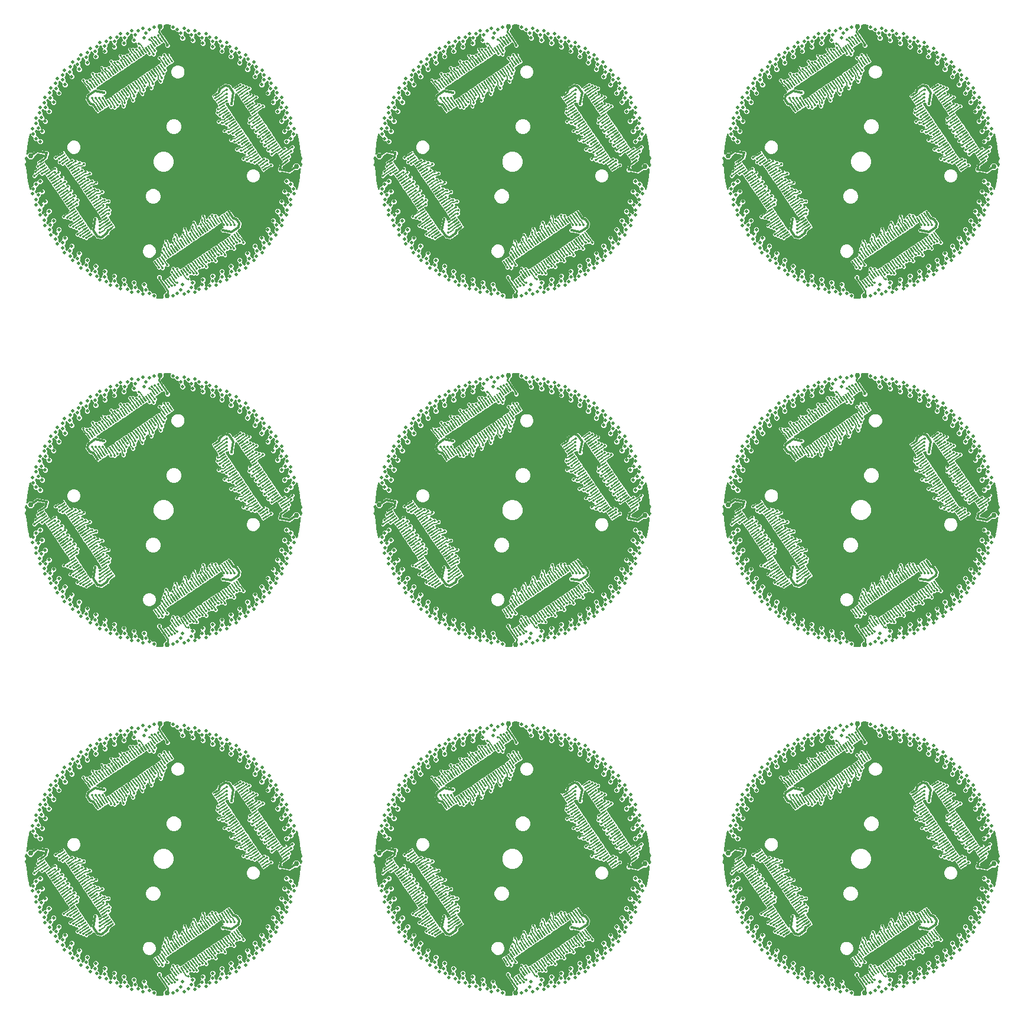
<source format=gtl>
G75*
%MOIN*%
%OFA0B0*%
%FSLAX24Y24*%
%IPPOS*%
%LPD*%
%AMOC8*
5,1,8,0,0,1.08239X$1,22.5*
%
%ADD10R,0.0091X0.0295*%
%ADD11R,0.0138X0.0295*%
%ADD12C,0.0201*%
%ADD13C,0.0295*%
%ADD14C,0.0139*%
%ADD15C,0.0050*%
%ADD16C,0.0120*%
%ADD17C,0.0090*%
%ADD18C,0.0178*%
%ADD19C,0.0140*%
%ADD20C,0.0100*%
D10*
G36*
X006101Y005583D02*
X006050Y005658D01*
X006293Y005821D01*
X006344Y005746D01*
X006101Y005583D01*
G37*
G36*
X006013Y005714D02*
X005962Y005789D01*
X006205Y005952D01*
X006256Y005877D01*
X006013Y005714D01*
G37*
G36*
X005925Y005844D02*
X005874Y005919D01*
X006117Y006082D01*
X006168Y006007D01*
X005925Y005844D01*
G37*
G36*
X005837Y005975D02*
X005786Y006050D01*
X006029Y006213D01*
X006080Y006138D01*
X005837Y005975D01*
G37*
G36*
X005749Y006105D02*
X005698Y006180D01*
X005941Y006343D01*
X005992Y006268D01*
X005749Y006105D01*
G37*
G36*
X005661Y006236D02*
X005610Y006311D01*
X005853Y006474D01*
X005904Y006399D01*
X005661Y006236D01*
G37*
G36*
X005573Y006367D02*
X005522Y006442D01*
X005765Y006605D01*
X005816Y006530D01*
X005573Y006367D01*
G37*
G36*
X005485Y006497D02*
X005434Y006572D01*
X005677Y006735D01*
X005728Y006660D01*
X005485Y006497D01*
G37*
G36*
X005397Y006628D02*
X005346Y006703D01*
X005589Y006866D01*
X005640Y006791D01*
X005397Y006628D01*
G37*
G36*
X005309Y006758D02*
X005258Y006833D01*
X005501Y006996D01*
X005552Y006921D01*
X005309Y006758D01*
G37*
G36*
X005221Y006889D02*
X005170Y006964D01*
X005413Y007127D01*
X005464Y007052D01*
X005221Y006889D01*
G37*
G36*
X005133Y007019D02*
X005082Y007094D01*
X005325Y007257D01*
X005376Y007182D01*
X005133Y007019D01*
G37*
G36*
X005045Y007150D02*
X004994Y007225D01*
X005237Y007388D01*
X005288Y007313D01*
X005045Y007150D01*
G37*
G36*
X004957Y007280D02*
X004906Y007355D01*
X005149Y007518D01*
X005200Y007443D01*
X004957Y007280D01*
G37*
G36*
X004869Y007411D02*
X004818Y007486D01*
X005061Y007649D01*
X005112Y007574D01*
X004869Y007411D01*
G37*
G36*
X004781Y007542D02*
X004730Y007617D01*
X004973Y007780D01*
X005024Y007705D01*
X004781Y007542D01*
G37*
G36*
X004692Y007672D02*
X004641Y007747D01*
X004884Y007910D01*
X004935Y007835D01*
X004692Y007672D01*
G37*
G36*
X004604Y007803D02*
X004553Y007878D01*
X004796Y008041D01*
X004847Y007966D01*
X004604Y007803D01*
G37*
G36*
X004516Y007933D02*
X004465Y008008D01*
X004708Y008171D01*
X004759Y008096D01*
X004516Y007933D01*
G37*
G36*
X004428Y008064D02*
X004377Y008139D01*
X004620Y008302D01*
X004671Y008227D01*
X004428Y008064D01*
G37*
G36*
X004340Y008194D02*
X004289Y008269D01*
X004532Y008432D01*
X004583Y008357D01*
X004340Y008194D01*
G37*
G36*
X004252Y008325D02*
X004201Y008400D01*
X004444Y008563D01*
X004495Y008488D01*
X004252Y008325D01*
G37*
G36*
X004164Y008455D02*
X004113Y008530D01*
X004356Y008693D01*
X004407Y008618D01*
X004164Y008455D01*
G37*
G36*
X004076Y008586D02*
X004025Y008661D01*
X004268Y008824D01*
X004319Y008749D01*
X004076Y008586D01*
G37*
G36*
X003988Y008717D02*
X003937Y008792D01*
X004180Y008955D01*
X004231Y008880D01*
X003988Y008717D01*
G37*
G36*
X003900Y008847D02*
X003849Y008922D01*
X004092Y009085D01*
X004143Y009010D01*
X003900Y008847D01*
G37*
G36*
X003812Y008978D02*
X003761Y009053D01*
X004004Y009216D01*
X004055Y009141D01*
X003812Y008978D01*
G37*
G36*
X003724Y009108D02*
X003673Y009183D01*
X003916Y009346D01*
X003967Y009271D01*
X003724Y009108D01*
G37*
G36*
X003636Y009239D02*
X003585Y009314D01*
X003828Y009477D01*
X003879Y009402D01*
X003636Y009239D01*
G37*
G36*
X003548Y009369D02*
X003497Y009444D01*
X003740Y009607D01*
X003791Y009532D01*
X003548Y009369D01*
G37*
G36*
X003460Y009500D02*
X003409Y009575D01*
X003652Y009738D01*
X003703Y009663D01*
X003460Y009500D01*
G37*
G36*
X003372Y009630D02*
X003321Y009705D01*
X003564Y009868D01*
X003615Y009793D01*
X003372Y009630D01*
G37*
G36*
X003283Y009761D02*
X003232Y009836D01*
X003475Y009999D01*
X003526Y009924D01*
X003283Y009761D01*
G37*
G36*
X003195Y009892D02*
X003144Y009967D01*
X003387Y010130D01*
X003438Y010055D01*
X003195Y009892D01*
G37*
G36*
X003107Y010022D02*
X003056Y010097D01*
X003299Y010260D01*
X003350Y010185D01*
X003107Y010022D01*
G37*
G36*
X004334Y010958D02*
X004385Y010883D01*
X004142Y010720D01*
X004091Y010795D01*
X004334Y010958D01*
G37*
G36*
X004422Y010827D02*
X004473Y010752D01*
X004230Y010589D01*
X004179Y010664D01*
X004422Y010827D01*
G37*
G36*
X004510Y010697D02*
X004561Y010622D01*
X004318Y010459D01*
X004267Y010534D01*
X004510Y010697D01*
G37*
G36*
X004598Y010566D02*
X004649Y010491D01*
X004406Y010328D01*
X004355Y010403D01*
X004598Y010566D01*
G37*
G36*
X004686Y010436D02*
X004737Y010361D01*
X004494Y010198D01*
X004443Y010273D01*
X004686Y010436D01*
G37*
G36*
X004774Y010305D02*
X004825Y010230D01*
X004582Y010067D01*
X004531Y010142D01*
X004774Y010305D01*
G37*
G36*
X004862Y010175D02*
X004913Y010100D01*
X004670Y009937D01*
X004619Y010012D01*
X004862Y010175D01*
G37*
G36*
X004950Y010044D02*
X005001Y009969D01*
X004758Y009806D01*
X004707Y009881D01*
X004950Y010044D01*
G37*
G36*
X005038Y009914D02*
X005089Y009839D01*
X004846Y009676D01*
X004795Y009751D01*
X005038Y009914D01*
G37*
G36*
X005127Y009783D02*
X005178Y009708D01*
X004935Y009545D01*
X004884Y009620D01*
X005127Y009783D01*
G37*
G36*
X005215Y009652D02*
X005266Y009577D01*
X005023Y009414D01*
X004972Y009489D01*
X005215Y009652D01*
G37*
G36*
X005303Y009522D02*
X005354Y009447D01*
X005111Y009284D01*
X005060Y009359D01*
X005303Y009522D01*
G37*
G36*
X005391Y009391D02*
X005442Y009316D01*
X005199Y009153D01*
X005148Y009228D01*
X005391Y009391D01*
G37*
G36*
X005479Y009261D02*
X005530Y009186D01*
X005287Y009023D01*
X005236Y009098D01*
X005479Y009261D01*
G37*
G36*
X005567Y009130D02*
X005618Y009055D01*
X005375Y008892D01*
X005324Y008967D01*
X005567Y009130D01*
G37*
G36*
X005655Y009000D02*
X005706Y008925D01*
X005463Y008762D01*
X005412Y008837D01*
X005655Y009000D01*
G37*
G36*
X005743Y008869D02*
X005794Y008794D01*
X005551Y008631D01*
X005500Y008706D01*
X005743Y008869D01*
G37*
G36*
X005831Y008739D02*
X005882Y008664D01*
X005639Y008501D01*
X005588Y008576D01*
X005831Y008739D01*
G37*
G36*
X005919Y008608D02*
X005970Y008533D01*
X005727Y008370D01*
X005676Y008445D01*
X005919Y008608D01*
G37*
G36*
X006007Y008477D02*
X006058Y008402D01*
X005815Y008239D01*
X005764Y008314D01*
X006007Y008477D01*
G37*
G36*
X006095Y008347D02*
X006146Y008272D01*
X005903Y008109D01*
X005852Y008184D01*
X006095Y008347D01*
G37*
G36*
X006183Y008216D02*
X006234Y008141D01*
X005991Y007978D01*
X005940Y008053D01*
X006183Y008216D01*
G37*
G36*
X006271Y008086D02*
X006322Y008011D01*
X006079Y007848D01*
X006028Y007923D01*
X006271Y008086D01*
G37*
G36*
X006359Y007955D02*
X006410Y007880D01*
X006167Y007717D01*
X006116Y007792D01*
X006359Y007955D01*
G37*
G36*
X006447Y007825D02*
X006498Y007750D01*
X006255Y007587D01*
X006204Y007662D01*
X006447Y007825D01*
G37*
G36*
X006536Y007694D02*
X006587Y007619D01*
X006344Y007456D01*
X006293Y007531D01*
X006536Y007694D01*
G37*
G36*
X006624Y007564D02*
X006675Y007489D01*
X006432Y007326D01*
X006381Y007401D01*
X006624Y007564D01*
G37*
G36*
X006712Y007433D02*
X006763Y007358D01*
X006520Y007195D01*
X006469Y007270D01*
X006712Y007433D01*
G37*
G36*
X006800Y007302D02*
X006851Y007227D01*
X006608Y007064D01*
X006557Y007139D01*
X006800Y007302D01*
G37*
G36*
X006888Y007172D02*
X006939Y007097D01*
X006696Y006934D01*
X006645Y007009D01*
X006888Y007172D01*
G37*
G36*
X006976Y007041D02*
X007027Y006966D01*
X006784Y006803D01*
X006733Y006878D01*
X006976Y007041D01*
G37*
G36*
X007064Y006911D02*
X007115Y006836D01*
X006872Y006673D01*
X006821Y006748D01*
X007064Y006911D01*
G37*
G36*
X007152Y006780D02*
X007203Y006705D01*
X006960Y006542D01*
X006909Y006617D01*
X007152Y006780D01*
G37*
G36*
X007240Y006650D02*
X007291Y006575D01*
X007048Y006412D01*
X006997Y006487D01*
X007240Y006650D01*
G37*
G36*
X007328Y006519D02*
X007379Y006444D01*
X007136Y006281D01*
X007085Y006356D01*
X007328Y006519D01*
G37*
G36*
X009342Y004334D02*
X009417Y004385D01*
X009580Y004142D01*
X009505Y004091D01*
X009342Y004334D01*
G37*
G36*
X009473Y004422D02*
X009548Y004473D01*
X009711Y004230D01*
X009636Y004179D01*
X009473Y004422D01*
G37*
G36*
X009603Y004510D02*
X009678Y004561D01*
X009841Y004318D01*
X009766Y004267D01*
X009603Y004510D01*
G37*
G36*
X009734Y004598D02*
X009809Y004649D01*
X009972Y004406D01*
X009897Y004355D01*
X009734Y004598D01*
G37*
G36*
X009864Y004686D02*
X009939Y004737D01*
X010102Y004494D01*
X010027Y004443D01*
X009864Y004686D01*
G37*
G36*
X009995Y004774D02*
X010070Y004825D01*
X010233Y004582D01*
X010158Y004531D01*
X009995Y004774D01*
G37*
G36*
X010125Y004862D02*
X010200Y004913D01*
X010363Y004670D01*
X010288Y004619D01*
X010125Y004862D01*
G37*
G36*
X010256Y004950D02*
X010331Y005001D01*
X010494Y004758D01*
X010419Y004707D01*
X010256Y004950D01*
G37*
G36*
X010386Y005038D02*
X010461Y005089D01*
X010624Y004846D01*
X010549Y004795D01*
X010386Y005038D01*
G37*
G36*
X010517Y005127D02*
X010592Y005178D01*
X010755Y004935D01*
X010680Y004884D01*
X010517Y005127D01*
G37*
G36*
X010648Y005215D02*
X010723Y005266D01*
X010886Y005023D01*
X010811Y004972D01*
X010648Y005215D01*
G37*
G36*
X010778Y005303D02*
X010853Y005354D01*
X011016Y005111D01*
X010941Y005060D01*
X010778Y005303D01*
G37*
G36*
X010909Y005391D02*
X010984Y005442D01*
X011147Y005199D01*
X011072Y005148D01*
X010909Y005391D01*
G37*
G36*
X011039Y005479D02*
X011114Y005530D01*
X011277Y005287D01*
X011202Y005236D01*
X011039Y005479D01*
G37*
G36*
X011170Y005567D02*
X011245Y005618D01*
X011408Y005375D01*
X011333Y005324D01*
X011170Y005567D01*
G37*
G36*
X011300Y005655D02*
X011375Y005706D01*
X011538Y005463D01*
X011463Y005412D01*
X011300Y005655D01*
G37*
G36*
X011431Y005743D02*
X011506Y005794D01*
X011669Y005551D01*
X011594Y005500D01*
X011431Y005743D01*
G37*
G36*
X011561Y005831D02*
X011636Y005882D01*
X011799Y005639D01*
X011724Y005588D01*
X011561Y005831D01*
G37*
G36*
X011692Y005919D02*
X011767Y005970D01*
X011930Y005727D01*
X011855Y005676D01*
X011692Y005919D01*
G37*
G36*
X011823Y006007D02*
X011898Y006058D01*
X012061Y005815D01*
X011986Y005764D01*
X011823Y006007D01*
G37*
G36*
X011953Y006095D02*
X012028Y006146D01*
X012191Y005903D01*
X012116Y005852D01*
X011953Y006095D01*
G37*
G36*
X012084Y006183D02*
X012159Y006234D01*
X012322Y005991D01*
X012247Y005940D01*
X012084Y006183D01*
G37*
G36*
X012214Y006271D02*
X012289Y006322D01*
X012452Y006079D01*
X012377Y006028D01*
X012214Y006271D01*
G37*
G36*
X012345Y006359D02*
X012420Y006410D01*
X012583Y006167D01*
X012508Y006116D01*
X012345Y006359D01*
G37*
G36*
X012475Y006447D02*
X012550Y006498D01*
X012713Y006255D01*
X012638Y006204D01*
X012475Y006447D01*
G37*
G36*
X012606Y006536D02*
X012681Y006587D01*
X012844Y006344D01*
X012769Y006293D01*
X012606Y006536D01*
G37*
G36*
X012736Y006624D02*
X012811Y006675D01*
X012974Y006432D01*
X012899Y006381D01*
X012736Y006624D01*
G37*
G36*
X012867Y006712D02*
X012942Y006763D01*
X013105Y006520D01*
X013030Y006469D01*
X012867Y006712D01*
G37*
G36*
X012998Y006800D02*
X013073Y006851D01*
X013236Y006608D01*
X013161Y006557D01*
X012998Y006800D01*
G37*
G36*
X013128Y006888D02*
X013203Y006939D01*
X013366Y006696D01*
X013291Y006645D01*
X013128Y006888D01*
G37*
G36*
X013259Y006976D02*
X013334Y007027D01*
X013497Y006784D01*
X013422Y006733D01*
X013259Y006976D01*
G37*
G36*
X013389Y007064D02*
X013464Y007115D01*
X013627Y006872D01*
X013552Y006821D01*
X013389Y007064D01*
G37*
G36*
X013520Y007152D02*
X013595Y007203D01*
X013758Y006960D01*
X013683Y006909D01*
X013520Y007152D01*
G37*
G36*
X013650Y007240D02*
X013725Y007291D01*
X013888Y007048D01*
X013813Y006997D01*
X013650Y007240D01*
G37*
G36*
X013781Y007328D02*
X013856Y007379D01*
X014019Y007136D01*
X013944Y007085D01*
X013781Y007328D01*
G37*
G36*
X014717Y006101D02*
X014642Y006050D01*
X014479Y006293D01*
X014554Y006344D01*
X014717Y006101D01*
G37*
G36*
X014586Y006013D02*
X014511Y005962D01*
X014348Y006205D01*
X014423Y006256D01*
X014586Y006013D01*
G37*
G36*
X014456Y005925D02*
X014381Y005874D01*
X014218Y006117D01*
X014293Y006168D01*
X014456Y005925D01*
G37*
G36*
X014325Y005837D02*
X014250Y005786D01*
X014087Y006029D01*
X014162Y006080D01*
X014325Y005837D01*
G37*
G36*
X014195Y005749D02*
X014120Y005698D01*
X013957Y005941D01*
X014032Y005992D01*
X014195Y005749D01*
G37*
G36*
X014064Y005661D02*
X013989Y005610D01*
X013826Y005853D01*
X013901Y005904D01*
X014064Y005661D01*
G37*
G36*
X013933Y005573D02*
X013858Y005522D01*
X013695Y005765D01*
X013770Y005816D01*
X013933Y005573D01*
G37*
G36*
X013803Y005485D02*
X013728Y005434D01*
X013565Y005677D01*
X013640Y005728D01*
X013803Y005485D01*
G37*
G36*
X013672Y005397D02*
X013597Y005346D01*
X013434Y005589D01*
X013509Y005640D01*
X013672Y005397D01*
G37*
G36*
X013542Y005309D02*
X013467Y005258D01*
X013304Y005501D01*
X013379Y005552D01*
X013542Y005309D01*
G37*
G36*
X013411Y005221D02*
X013336Y005170D01*
X013173Y005413D01*
X013248Y005464D01*
X013411Y005221D01*
G37*
G36*
X013281Y005133D02*
X013206Y005082D01*
X013043Y005325D01*
X013118Y005376D01*
X013281Y005133D01*
G37*
G36*
X013150Y005045D02*
X013075Y004994D01*
X012912Y005237D01*
X012987Y005288D01*
X013150Y005045D01*
G37*
G36*
X013020Y004957D02*
X012945Y004906D01*
X012782Y005149D01*
X012857Y005200D01*
X013020Y004957D01*
G37*
G36*
X012889Y004869D02*
X012814Y004818D01*
X012651Y005061D01*
X012726Y005112D01*
X012889Y004869D01*
G37*
G36*
X012758Y004781D02*
X012683Y004730D01*
X012520Y004973D01*
X012595Y005024D01*
X012758Y004781D01*
G37*
G36*
X012628Y004692D02*
X012553Y004641D01*
X012390Y004884D01*
X012465Y004935D01*
X012628Y004692D01*
G37*
G36*
X012497Y004604D02*
X012422Y004553D01*
X012259Y004796D01*
X012334Y004847D01*
X012497Y004604D01*
G37*
G36*
X012367Y004516D02*
X012292Y004465D01*
X012129Y004708D01*
X012204Y004759D01*
X012367Y004516D01*
G37*
G36*
X012236Y004428D02*
X012161Y004377D01*
X011998Y004620D01*
X012073Y004671D01*
X012236Y004428D01*
G37*
G36*
X012106Y004340D02*
X012031Y004289D01*
X011868Y004532D01*
X011943Y004583D01*
X012106Y004340D01*
G37*
G36*
X011975Y004252D02*
X011900Y004201D01*
X011737Y004444D01*
X011812Y004495D01*
X011975Y004252D01*
G37*
G36*
X011845Y004164D02*
X011770Y004113D01*
X011607Y004356D01*
X011682Y004407D01*
X011845Y004164D01*
G37*
G36*
X011714Y004076D02*
X011639Y004025D01*
X011476Y004268D01*
X011551Y004319D01*
X011714Y004076D01*
G37*
G36*
X011583Y003988D02*
X011508Y003937D01*
X011345Y004180D01*
X011420Y004231D01*
X011583Y003988D01*
G37*
G36*
X011453Y003900D02*
X011378Y003849D01*
X011215Y004092D01*
X011290Y004143D01*
X011453Y003900D01*
G37*
G36*
X011322Y003812D02*
X011247Y003761D01*
X011084Y004004D01*
X011159Y004055D01*
X011322Y003812D01*
G37*
G36*
X011192Y003724D02*
X011117Y003673D01*
X010954Y003916D01*
X011029Y003967D01*
X011192Y003724D01*
G37*
G36*
X011061Y003636D02*
X010986Y003585D01*
X010823Y003828D01*
X010898Y003879D01*
X011061Y003636D01*
G37*
G36*
X010931Y003548D02*
X010856Y003497D01*
X010693Y003740D01*
X010768Y003791D01*
X010931Y003548D01*
G37*
G36*
X010800Y003460D02*
X010725Y003409D01*
X010562Y003652D01*
X010637Y003703D01*
X010800Y003460D01*
G37*
G36*
X010670Y003372D02*
X010595Y003321D01*
X010432Y003564D01*
X010507Y003615D01*
X010670Y003372D01*
G37*
G36*
X010539Y003283D02*
X010464Y003232D01*
X010301Y003475D01*
X010376Y003526D01*
X010539Y003283D01*
G37*
G36*
X010408Y003195D02*
X010333Y003144D01*
X010170Y003387D01*
X010245Y003438D01*
X010408Y003195D01*
G37*
G36*
X010278Y003107D02*
X010203Y003056D01*
X010040Y003299D01*
X010115Y003350D01*
X010278Y003107D01*
G37*
G36*
X015966Y009342D02*
X015915Y009417D01*
X016158Y009580D01*
X016209Y009505D01*
X015966Y009342D01*
G37*
G36*
X015878Y009473D02*
X015827Y009548D01*
X016070Y009711D01*
X016121Y009636D01*
X015878Y009473D01*
G37*
G36*
X015790Y009603D02*
X015739Y009678D01*
X015982Y009841D01*
X016033Y009766D01*
X015790Y009603D01*
G37*
G36*
X015702Y009734D02*
X015651Y009809D01*
X015894Y009972D01*
X015945Y009897D01*
X015702Y009734D01*
G37*
G36*
X015614Y009864D02*
X015563Y009939D01*
X015806Y010102D01*
X015857Y010027D01*
X015614Y009864D01*
G37*
G36*
X015526Y009995D02*
X015475Y010070D01*
X015718Y010233D01*
X015769Y010158D01*
X015526Y009995D01*
G37*
G36*
X015438Y010125D02*
X015387Y010200D01*
X015630Y010363D01*
X015681Y010288D01*
X015438Y010125D01*
G37*
G36*
X015350Y010256D02*
X015299Y010331D01*
X015542Y010494D01*
X015593Y010419D01*
X015350Y010256D01*
G37*
G36*
X015261Y010386D02*
X015210Y010461D01*
X015453Y010624D01*
X015504Y010549D01*
X015261Y010386D01*
G37*
G36*
X015173Y010517D02*
X015122Y010592D01*
X015365Y010755D01*
X015416Y010680D01*
X015173Y010517D01*
G37*
G36*
X015085Y010648D02*
X015034Y010723D01*
X015277Y010886D01*
X015328Y010811D01*
X015085Y010648D01*
G37*
G36*
X014997Y010778D02*
X014946Y010853D01*
X015189Y011016D01*
X015240Y010941D01*
X014997Y010778D01*
G37*
G36*
X014909Y010909D02*
X014858Y010984D01*
X015101Y011147D01*
X015152Y011072D01*
X014909Y010909D01*
G37*
G36*
X014821Y011039D02*
X014770Y011114D01*
X015013Y011277D01*
X015064Y011202D01*
X014821Y011039D01*
G37*
G36*
X014733Y011170D02*
X014682Y011245D01*
X014925Y011408D01*
X014976Y011333D01*
X014733Y011170D01*
G37*
G36*
X014645Y011300D02*
X014594Y011375D01*
X014837Y011538D01*
X014888Y011463D01*
X014645Y011300D01*
G37*
G36*
X014557Y011431D02*
X014506Y011506D01*
X014749Y011669D01*
X014800Y011594D01*
X014557Y011431D01*
G37*
G36*
X014469Y011561D02*
X014418Y011636D01*
X014661Y011799D01*
X014712Y011724D01*
X014469Y011561D01*
G37*
G36*
X014381Y011692D02*
X014330Y011767D01*
X014573Y011930D01*
X014624Y011855D01*
X014381Y011692D01*
G37*
G36*
X014293Y011823D02*
X014242Y011898D01*
X014485Y012061D01*
X014536Y011986D01*
X014293Y011823D01*
G37*
G36*
X014205Y011953D02*
X014154Y012028D01*
X014397Y012191D01*
X014448Y012116D01*
X014205Y011953D01*
G37*
G36*
X014117Y012084D02*
X014066Y012159D01*
X014309Y012322D01*
X014360Y012247D01*
X014117Y012084D01*
G37*
G36*
X014029Y012214D02*
X013978Y012289D01*
X014221Y012452D01*
X014272Y012377D01*
X014029Y012214D01*
G37*
G36*
X013941Y012345D02*
X013890Y012420D01*
X014133Y012583D01*
X014184Y012508D01*
X013941Y012345D01*
G37*
G36*
X013853Y012475D02*
X013802Y012550D01*
X014045Y012713D01*
X014096Y012638D01*
X013853Y012475D01*
G37*
G36*
X013764Y012606D02*
X013713Y012681D01*
X013956Y012844D01*
X014007Y012769D01*
X013764Y012606D01*
G37*
G36*
X013676Y012736D02*
X013625Y012811D01*
X013868Y012974D01*
X013919Y012899D01*
X013676Y012736D01*
G37*
G36*
X013588Y012867D02*
X013537Y012942D01*
X013780Y013105D01*
X013831Y013030D01*
X013588Y012867D01*
G37*
G36*
X013500Y012998D02*
X013449Y013073D01*
X013692Y013236D01*
X013743Y013161D01*
X013500Y012998D01*
G37*
G36*
X013412Y013128D02*
X013361Y013203D01*
X013604Y013366D01*
X013655Y013291D01*
X013412Y013128D01*
G37*
G36*
X013324Y013259D02*
X013273Y013334D01*
X013516Y013497D01*
X013567Y013422D01*
X013324Y013259D01*
G37*
G36*
X013236Y013389D02*
X013185Y013464D01*
X013428Y013627D01*
X013479Y013552D01*
X013236Y013389D01*
G37*
G36*
X013148Y013520D02*
X013097Y013595D01*
X013340Y013758D01*
X013391Y013683D01*
X013148Y013520D01*
G37*
G36*
X013060Y013650D02*
X013009Y013725D01*
X013252Y013888D01*
X013303Y013813D01*
X013060Y013650D01*
G37*
G36*
X012972Y013781D02*
X012921Y013856D01*
X013164Y014019D01*
X013215Y013944D01*
X012972Y013781D01*
G37*
G36*
X014199Y014717D02*
X014250Y014642D01*
X014007Y014479D01*
X013956Y014554D01*
X014199Y014717D01*
G37*
G36*
X014287Y014586D02*
X014338Y014511D01*
X014095Y014348D01*
X014044Y014423D01*
X014287Y014586D01*
G37*
G36*
X014375Y014456D02*
X014426Y014381D01*
X014183Y014218D01*
X014132Y014293D01*
X014375Y014456D01*
G37*
G36*
X014463Y014325D02*
X014514Y014250D01*
X014271Y014087D01*
X014220Y014162D01*
X014463Y014325D01*
G37*
G36*
X014551Y014195D02*
X014602Y014120D01*
X014359Y013957D01*
X014308Y014032D01*
X014551Y014195D01*
G37*
G36*
X014639Y014064D02*
X014690Y013989D01*
X014447Y013826D01*
X014396Y013901D01*
X014639Y014064D01*
G37*
G36*
X014727Y013933D02*
X014778Y013858D01*
X014535Y013695D01*
X014484Y013770D01*
X014727Y013933D01*
G37*
G36*
X014815Y013803D02*
X014866Y013728D01*
X014623Y013565D01*
X014572Y013640D01*
X014815Y013803D01*
G37*
G36*
X014903Y013672D02*
X014954Y013597D01*
X014711Y013434D01*
X014660Y013509D01*
X014903Y013672D01*
G37*
G36*
X014991Y013542D02*
X015042Y013467D01*
X014799Y013304D01*
X014748Y013379D01*
X014991Y013542D01*
G37*
G36*
X015079Y013411D02*
X015130Y013336D01*
X014887Y013173D01*
X014836Y013248D01*
X015079Y013411D01*
G37*
G36*
X015167Y013281D02*
X015218Y013206D01*
X014975Y013043D01*
X014924Y013118D01*
X015167Y013281D01*
G37*
G36*
X015255Y013150D02*
X015306Y013075D01*
X015063Y012912D01*
X015012Y012987D01*
X015255Y013150D01*
G37*
G36*
X015343Y013020D02*
X015394Y012945D01*
X015151Y012782D01*
X015100Y012857D01*
X015343Y013020D01*
G37*
G36*
X015431Y012889D02*
X015482Y012814D01*
X015239Y012651D01*
X015188Y012726D01*
X015431Y012889D01*
G37*
G36*
X015519Y012758D02*
X015570Y012683D01*
X015327Y012520D01*
X015276Y012595D01*
X015519Y012758D01*
G37*
G36*
X015608Y012628D02*
X015659Y012553D01*
X015416Y012390D01*
X015365Y012465D01*
X015608Y012628D01*
G37*
G36*
X015696Y012497D02*
X015747Y012422D01*
X015504Y012259D01*
X015453Y012334D01*
X015696Y012497D01*
G37*
G36*
X015784Y012367D02*
X015835Y012292D01*
X015592Y012129D01*
X015541Y012204D01*
X015784Y012367D01*
G37*
G36*
X015872Y012236D02*
X015923Y012161D01*
X015680Y011998D01*
X015629Y012073D01*
X015872Y012236D01*
G37*
G36*
X015960Y012106D02*
X016011Y012031D01*
X015768Y011868D01*
X015717Y011943D01*
X015960Y012106D01*
G37*
G36*
X016048Y011975D02*
X016099Y011900D01*
X015856Y011737D01*
X015805Y011812D01*
X016048Y011975D01*
G37*
G36*
X016136Y011845D02*
X016187Y011770D01*
X015944Y011607D01*
X015893Y011682D01*
X016136Y011845D01*
G37*
G36*
X016224Y011714D02*
X016275Y011639D01*
X016032Y011476D01*
X015981Y011551D01*
X016224Y011714D01*
G37*
G36*
X016312Y011583D02*
X016363Y011508D01*
X016120Y011345D01*
X016069Y011420D01*
X016312Y011583D01*
G37*
G36*
X016400Y011453D02*
X016451Y011378D01*
X016208Y011215D01*
X016157Y011290D01*
X016400Y011453D01*
G37*
G36*
X016488Y011322D02*
X016539Y011247D01*
X016296Y011084D01*
X016245Y011159D01*
X016488Y011322D01*
G37*
G36*
X016576Y011192D02*
X016627Y011117D01*
X016384Y010954D01*
X016333Y011029D01*
X016576Y011192D01*
G37*
G36*
X016664Y011061D02*
X016715Y010986D01*
X016472Y010823D01*
X016421Y010898D01*
X016664Y011061D01*
G37*
G36*
X016752Y010931D02*
X016803Y010856D01*
X016560Y010693D01*
X016509Y010768D01*
X016752Y010931D01*
G37*
G36*
X016840Y010800D02*
X016891Y010725D01*
X016648Y010562D01*
X016597Y010637D01*
X016840Y010800D01*
G37*
G36*
X016928Y010670D02*
X016979Y010595D01*
X016736Y010432D01*
X016685Y010507D01*
X016928Y010670D01*
G37*
G36*
X017017Y010539D02*
X017068Y010464D01*
X016825Y010301D01*
X016774Y010376D01*
X017017Y010539D01*
G37*
G36*
X017105Y010408D02*
X017156Y010333D01*
X016913Y010170D01*
X016862Y010245D01*
X017105Y010408D01*
G37*
G36*
X017193Y010278D02*
X017244Y010203D01*
X017001Y010040D01*
X016950Y010115D01*
X017193Y010278D01*
G37*
G36*
X022792Y010022D02*
X022741Y010097D01*
X022984Y010260D01*
X023035Y010185D01*
X022792Y010022D01*
G37*
G36*
X022880Y009892D02*
X022829Y009967D01*
X023072Y010130D01*
X023123Y010055D01*
X022880Y009892D01*
G37*
G36*
X022968Y009761D02*
X022917Y009836D01*
X023160Y009999D01*
X023211Y009924D01*
X022968Y009761D01*
G37*
G36*
X023057Y009630D02*
X023006Y009705D01*
X023249Y009868D01*
X023300Y009793D01*
X023057Y009630D01*
G37*
G36*
X023145Y009500D02*
X023094Y009575D01*
X023337Y009738D01*
X023388Y009663D01*
X023145Y009500D01*
G37*
G36*
X023233Y009369D02*
X023182Y009444D01*
X023425Y009607D01*
X023476Y009532D01*
X023233Y009369D01*
G37*
G36*
X023321Y009239D02*
X023270Y009314D01*
X023513Y009477D01*
X023564Y009402D01*
X023321Y009239D01*
G37*
G36*
X023409Y009108D02*
X023358Y009183D01*
X023601Y009346D01*
X023652Y009271D01*
X023409Y009108D01*
G37*
G36*
X023497Y008978D02*
X023446Y009053D01*
X023689Y009216D01*
X023740Y009141D01*
X023497Y008978D01*
G37*
G36*
X023585Y008847D02*
X023534Y008922D01*
X023777Y009085D01*
X023828Y009010D01*
X023585Y008847D01*
G37*
G36*
X023673Y008717D02*
X023622Y008792D01*
X023865Y008955D01*
X023916Y008880D01*
X023673Y008717D01*
G37*
G36*
X023761Y008586D02*
X023710Y008661D01*
X023953Y008824D01*
X024004Y008749D01*
X023761Y008586D01*
G37*
G36*
X023849Y008455D02*
X023798Y008530D01*
X024041Y008693D01*
X024092Y008618D01*
X023849Y008455D01*
G37*
G36*
X023937Y008325D02*
X023886Y008400D01*
X024129Y008563D01*
X024180Y008488D01*
X023937Y008325D01*
G37*
G36*
X024025Y008194D02*
X023974Y008269D01*
X024217Y008432D01*
X024268Y008357D01*
X024025Y008194D01*
G37*
G36*
X024113Y008064D02*
X024062Y008139D01*
X024305Y008302D01*
X024356Y008227D01*
X024113Y008064D01*
G37*
G36*
X024201Y007933D02*
X024150Y008008D01*
X024393Y008171D01*
X024444Y008096D01*
X024201Y007933D01*
G37*
G36*
X024289Y007803D02*
X024238Y007878D01*
X024481Y008041D01*
X024532Y007966D01*
X024289Y007803D01*
G37*
G36*
X024377Y007672D02*
X024326Y007747D01*
X024569Y007910D01*
X024620Y007835D01*
X024377Y007672D01*
G37*
G36*
X024466Y007542D02*
X024415Y007617D01*
X024658Y007780D01*
X024709Y007705D01*
X024466Y007542D01*
G37*
G36*
X024554Y007411D02*
X024503Y007486D01*
X024746Y007649D01*
X024797Y007574D01*
X024554Y007411D01*
G37*
G36*
X024642Y007280D02*
X024591Y007355D01*
X024834Y007518D01*
X024885Y007443D01*
X024642Y007280D01*
G37*
G36*
X024730Y007150D02*
X024679Y007225D01*
X024922Y007388D01*
X024973Y007313D01*
X024730Y007150D01*
G37*
G36*
X024818Y007019D02*
X024767Y007094D01*
X025010Y007257D01*
X025061Y007182D01*
X024818Y007019D01*
G37*
G36*
X024906Y006889D02*
X024855Y006964D01*
X025098Y007127D01*
X025149Y007052D01*
X024906Y006889D01*
G37*
G36*
X024994Y006758D02*
X024943Y006833D01*
X025186Y006996D01*
X025237Y006921D01*
X024994Y006758D01*
G37*
G36*
X025082Y006628D02*
X025031Y006703D01*
X025274Y006866D01*
X025325Y006791D01*
X025082Y006628D01*
G37*
G36*
X025170Y006497D02*
X025119Y006572D01*
X025362Y006735D01*
X025413Y006660D01*
X025170Y006497D01*
G37*
G36*
X025258Y006367D02*
X025207Y006442D01*
X025450Y006605D01*
X025501Y006530D01*
X025258Y006367D01*
G37*
G36*
X025346Y006236D02*
X025295Y006311D01*
X025538Y006474D01*
X025589Y006399D01*
X025346Y006236D01*
G37*
G36*
X025434Y006105D02*
X025383Y006180D01*
X025626Y006343D01*
X025677Y006268D01*
X025434Y006105D01*
G37*
G36*
X025522Y005975D02*
X025471Y006050D01*
X025714Y006213D01*
X025765Y006138D01*
X025522Y005975D01*
G37*
G36*
X025610Y005844D02*
X025559Y005919D01*
X025802Y006082D01*
X025853Y006007D01*
X025610Y005844D01*
G37*
G36*
X025698Y005714D02*
X025647Y005789D01*
X025890Y005952D01*
X025941Y005877D01*
X025698Y005714D01*
G37*
G36*
X025786Y005583D02*
X025735Y005658D01*
X025978Y005821D01*
X026029Y005746D01*
X025786Y005583D01*
G37*
G36*
X026925Y006650D02*
X026976Y006575D01*
X026733Y006412D01*
X026682Y006487D01*
X026925Y006650D01*
G37*
G36*
X026837Y006780D02*
X026888Y006705D01*
X026645Y006542D01*
X026594Y006617D01*
X026837Y006780D01*
G37*
G36*
X026749Y006911D02*
X026800Y006836D01*
X026557Y006673D01*
X026506Y006748D01*
X026749Y006911D01*
G37*
G36*
X026661Y007041D02*
X026712Y006966D01*
X026469Y006803D01*
X026418Y006878D01*
X026661Y007041D01*
G37*
G36*
X026573Y007172D02*
X026624Y007097D01*
X026381Y006934D01*
X026330Y007009D01*
X026573Y007172D01*
G37*
G36*
X026485Y007302D02*
X026536Y007227D01*
X026293Y007064D01*
X026242Y007139D01*
X026485Y007302D01*
G37*
G36*
X026397Y007433D02*
X026448Y007358D01*
X026205Y007195D01*
X026154Y007270D01*
X026397Y007433D01*
G37*
G36*
X026309Y007564D02*
X026360Y007489D01*
X026117Y007326D01*
X026066Y007401D01*
X026309Y007564D01*
G37*
G36*
X026221Y007694D02*
X026272Y007619D01*
X026029Y007456D01*
X025978Y007531D01*
X026221Y007694D01*
G37*
G36*
X026133Y007825D02*
X026184Y007750D01*
X025941Y007587D01*
X025890Y007662D01*
X026133Y007825D01*
G37*
G36*
X026044Y007955D02*
X026095Y007880D01*
X025852Y007717D01*
X025801Y007792D01*
X026044Y007955D01*
G37*
G36*
X025956Y008086D02*
X026007Y008011D01*
X025764Y007848D01*
X025713Y007923D01*
X025956Y008086D01*
G37*
G36*
X025868Y008216D02*
X025919Y008141D01*
X025676Y007978D01*
X025625Y008053D01*
X025868Y008216D01*
G37*
G36*
X025780Y008347D02*
X025831Y008272D01*
X025588Y008109D01*
X025537Y008184D01*
X025780Y008347D01*
G37*
G36*
X025692Y008477D02*
X025743Y008402D01*
X025500Y008239D01*
X025449Y008314D01*
X025692Y008477D01*
G37*
G36*
X025604Y008608D02*
X025655Y008533D01*
X025412Y008370D01*
X025361Y008445D01*
X025604Y008608D01*
G37*
G36*
X025516Y008739D02*
X025567Y008664D01*
X025324Y008501D01*
X025273Y008576D01*
X025516Y008739D01*
G37*
G36*
X025428Y008869D02*
X025479Y008794D01*
X025236Y008631D01*
X025185Y008706D01*
X025428Y008869D01*
G37*
G36*
X025340Y009000D02*
X025391Y008925D01*
X025148Y008762D01*
X025097Y008837D01*
X025340Y009000D01*
G37*
G36*
X025252Y009130D02*
X025303Y009055D01*
X025060Y008892D01*
X025009Y008967D01*
X025252Y009130D01*
G37*
G36*
X025164Y009261D02*
X025215Y009186D01*
X024972Y009023D01*
X024921Y009098D01*
X025164Y009261D01*
G37*
G36*
X025076Y009391D02*
X025127Y009316D01*
X024884Y009153D01*
X024833Y009228D01*
X025076Y009391D01*
G37*
G36*
X024988Y009522D02*
X025039Y009447D01*
X024796Y009284D01*
X024745Y009359D01*
X024988Y009522D01*
G37*
G36*
X024900Y009652D02*
X024951Y009577D01*
X024708Y009414D01*
X024657Y009489D01*
X024900Y009652D01*
G37*
G36*
X024812Y009783D02*
X024863Y009708D01*
X024620Y009545D01*
X024569Y009620D01*
X024812Y009783D01*
G37*
G36*
X024724Y009914D02*
X024775Y009839D01*
X024532Y009676D01*
X024481Y009751D01*
X024724Y009914D01*
G37*
G36*
X024635Y010044D02*
X024686Y009969D01*
X024443Y009806D01*
X024392Y009881D01*
X024635Y010044D01*
G37*
G36*
X024547Y010175D02*
X024598Y010100D01*
X024355Y009937D01*
X024304Y010012D01*
X024547Y010175D01*
G37*
G36*
X024459Y010305D02*
X024510Y010230D01*
X024267Y010067D01*
X024216Y010142D01*
X024459Y010305D01*
G37*
G36*
X024371Y010436D02*
X024422Y010361D01*
X024179Y010198D01*
X024128Y010273D01*
X024371Y010436D01*
G37*
G36*
X024283Y010566D02*
X024334Y010491D01*
X024091Y010328D01*
X024040Y010403D01*
X024283Y010566D01*
G37*
G36*
X024195Y010697D02*
X024246Y010622D01*
X024003Y010459D01*
X023952Y010534D01*
X024195Y010697D01*
G37*
G36*
X024107Y010827D02*
X024158Y010752D01*
X023915Y010589D01*
X023864Y010664D01*
X024107Y010827D01*
G37*
G36*
X024019Y010958D02*
X024070Y010883D01*
X023827Y010720D01*
X023776Y010795D01*
X024019Y010958D01*
G37*
G36*
X026204Y012972D02*
X026129Y012921D01*
X025966Y013164D01*
X026041Y013215D01*
X026204Y012972D01*
G37*
G36*
X026335Y013060D02*
X026260Y013009D01*
X026097Y013252D01*
X026172Y013303D01*
X026335Y013060D01*
G37*
G36*
X026465Y013148D02*
X026390Y013097D01*
X026227Y013340D01*
X026302Y013391D01*
X026465Y013148D01*
G37*
G36*
X026596Y013236D02*
X026521Y013185D01*
X026358Y013428D01*
X026433Y013479D01*
X026596Y013236D01*
G37*
G36*
X026726Y013324D02*
X026651Y013273D01*
X026488Y013516D01*
X026563Y013567D01*
X026726Y013324D01*
G37*
G36*
X026857Y013412D02*
X026782Y013361D01*
X026619Y013604D01*
X026694Y013655D01*
X026857Y013412D01*
G37*
G36*
X026987Y013500D02*
X026912Y013449D01*
X026749Y013692D01*
X026824Y013743D01*
X026987Y013500D01*
G37*
G36*
X027118Y013588D02*
X027043Y013537D01*
X026880Y013780D01*
X026955Y013831D01*
X027118Y013588D01*
G37*
G36*
X027249Y013676D02*
X027174Y013625D01*
X027011Y013868D01*
X027086Y013919D01*
X027249Y013676D01*
G37*
G36*
X027379Y013764D02*
X027304Y013713D01*
X027141Y013956D01*
X027216Y014007D01*
X027379Y013764D01*
G37*
G36*
X027510Y013853D02*
X027435Y013802D01*
X027272Y014045D01*
X027347Y014096D01*
X027510Y013853D01*
G37*
G36*
X027640Y013941D02*
X027565Y013890D01*
X027402Y014133D01*
X027477Y014184D01*
X027640Y013941D01*
G37*
G36*
X027771Y014029D02*
X027696Y013978D01*
X027533Y014221D01*
X027608Y014272D01*
X027771Y014029D01*
G37*
G36*
X027901Y014117D02*
X027826Y014066D01*
X027663Y014309D01*
X027738Y014360D01*
X027901Y014117D01*
G37*
G36*
X028032Y014205D02*
X027957Y014154D01*
X027794Y014397D01*
X027869Y014448D01*
X028032Y014205D01*
G37*
G36*
X028162Y014293D02*
X028087Y014242D01*
X027924Y014485D01*
X027999Y014536D01*
X028162Y014293D01*
G37*
G36*
X028293Y014381D02*
X028218Y014330D01*
X028055Y014573D01*
X028130Y014624D01*
X028293Y014381D01*
G37*
G36*
X028424Y014469D02*
X028349Y014418D01*
X028186Y014661D01*
X028261Y014712D01*
X028424Y014469D01*
G37*
G36*
X028554Y014557D02*
X028479Y014506D01*
X028316Y014749D01*
X028391Y014800D01*
X028554Y014557D01*
G37*
G36*
X028685Y014645D02*
X028610Y014594D01*
X028447Y014837D01*
X028522Y014888D01*
X028685Y014645D01*
G37*
G36*
X028815Y014733D02*
X028740Y014682D01*
X028577Y014925D01*
X028652Y014976D01*
X028815Y014733D01*
G37*
G36*
X028946Y014821D02*
X028871Y014770D01*
X028708Y015013D01*
X028783Y015064D01*
X028946Y014821D01*
G37*
G36*
X029076Y014909D02*
X029001Y014858D01*
X028838Y015101D01*
X028913Y015152D01*
X029076Y014909D01*
G37*
G36*
X029207Y014997D02*
X029132Y014946D01*
X028969Y015189D01*
X029044Y015240D01*
X029207Y014997D01*
G37*
G36*
X029337Y015085D02*
X029262Y015034D01*
X029099Y015277D01*
X029174Y015328D01*
X029337Y015085D01*
G37*
G36*
X029468Y015173D02*
X029393Y015122D01*
X029230Y015365D01*
X029305Y015416D01*
X029468Y015173D01*
G37*
G36*
X029599Y015261D02*
X029524Y015210D01*
X029361Y015453D01*
X029436Y015504D01*
X029599Y015261D01*
G37*
G36*
X029729Y015350D02*
X029654Y015299D01*
X029491Y015542D01*
X029566Y015593D01*
X029729Y015350D01*
G37*
G36*
X029860Y015438D02*
X029785Y015387D01*
X029622Y015630D01*
X029697Y015681D01*
X029860Y015438D01*
G37*
G36*
X029990Y015526D02*
X029915Y015475D01*
X029752Y015718D01*
X029827Y015769D01*
X029990Y015526D01*
G37*
G36*
X030121Y015614D02*
X030046Y015563D01*
X029883Y015806D01*
X029958Y015857D01*
X030121Y015614D01*
G37*
G36*
X030251Y015702D02*
X030176Y015651D01*
X030013Y015894D01*
X030088Y015945D01*
X030251Y015702D01*
G37*
G36*
X030382Y015790D02*
X030307Y015739D01*
X030144Y015982D01*
X030219Y016033D01*
X030382Y015790D01*
G37*
G36*
X030512Y015878D02*
X030437Y015827D01*
X030274Y016070D01*
X030349Y016121D01*
X030512Y015878D01*
G37*
G36*
X030643Y015966D02*
X030568Y015915D01*
X030405Y016158D01*
X030480Y016209D01*
X030643Y015966D01*
G37*
G36*
X029707Y017193D02*
X029782Y017244D01*
X029945Y017001D01*
X029870Y016950D01*
X029707Y017193D01*
G37*
G36*
X029577Y017105D02*
X029652Y017156D01*
X029815Y016913D01*
X029740Y016862D01*
X029577Y017105D01*
G37*
G36*
X029446Y017017D02*
X029521Y017068D01*
X029684Y016825D01*
X029609Y016774D01*
X029446Y017017D01*
G37*
G36*
X029315Y016928D02*
X029390Y016979D01*
X029553Y016736D01*
X029478Y016685D01*
X029315Y016928D01*
G37*
G36*
X029185Y016840D02*
X029260Y016891D01*
X029423Y016648D01*
X029348Y016597D01*
X029185Y016840D01*
G37*
G36*
X029054Y016752D02*
X029129Y016803D01*
X029292Y016560D01*
X029217Y016509D01*
X029054Y016752D01*
G37*
G36*
X028924Y016664D02*
X028999Y016715D01*
X029162Y016472D01*
X029087Y016421D01*
X028924Y016664D01*
G37*
G36*
X028793Y016576D02*
X028868Y016627D01*
X029031Y016384D01*
X028956Y016333D01*
X028793Y016576D01*
G37*
G36*
X028663Y016488D02*
X028738Y016539D01*
X028901Y016296D01*
X028826Y016245D01*
X028663Y016488D01*
G37*
G36*
X028532Y016400D02*
X028607Y016451D01*
X028770Y016208D01*
X028695Y016157D01*
X028532Y016400D01*
G37*
G36*
X028402Y016312D02*
X028477Y016363D01*
X028640Y016120D01*
X028565Y016069D01*
X028402Y016312D01*
G37*
G36*
X028271Y016224D02*
X028346Y016275D01*
X028509Y016032D01*
X028434Y015981D01*
X028271Y016224D01*
G37*
G36*
X028140Y016136D02*
X028215Y016187D01*
X028378Y015944D01*
X028303Y015893D01*
X028140Y016136D01*
G37*
G36*
X028010Y016048D02*
X028085Y016099D01*
X028248Y015856D01*
X028173Y015805D01*
X028010Y016048D01*
G37*
G36*
X027879Y015960D02*
X027954Y016011D01*
X028117Y015768D01*
X028042Y015717D01*
X027879Y015960D01*
G37*
G36*
X027749Y015872D02*
X027824Y015923D01*
X027987Y015680D01*
X027912Y015629D01*
X027749Y015872D01*
G37*
G36*
X027618Y015784D02*
X027693Y015835D01*
X027856Y015592D01*
X027781Y015541D01*
X027618Y015784D01*
G37*
G36*
X027488Y015696D02*
X027563Y015747D01*
X027726Y015504D01*
X027651Y015453D01*
X027488Y015696D01*
G37*
G36*
X027357Y015608D02*
X027432Y015659D01*
X027595Y015416D01*
X027520Y015365D01*
X027357Y015608D01*
G37*
G36*
X027227Y015519D02*
X027302Y015570D01*
X027465Y015327D01*
X027390Y015276D01*
X027227Y015519D01*
G37*
G36*
X027096Y015431D02*
X027171Y015482D01*
X027334Y015239D01*
X027259Y015188D01*
X027096Y015431D01*
G37*
G36*
X026965Y015343D02*
X027040Y015394D01*
X027203Y015151D01*
X027128Y015100D01*
X026965Y015343D01*
G37*
G36*
X026835Y015255D02*
X026910Y015306D01*
X027073Y015063D01*
X026998Y015012D01*
X026835Y015255D01*
G37*
G36*
X026704Y015167D02*
X026779Y015218D01*
X026942Y014975D01*
X026867Y014924D01*
X026704Y015167D01*
G37*
G36*
X026574Y015079D02*
X026649Y015130D01*
X026812Y014887D01*
X026737Y014836D01*
X026574Y015079D01*
G37*
G36*
X026443Y014991D02*
X026518Y015042D01*
X026681Y014799D01*
X026606Y014748D01*
X026443Y014991D01*
G37*
G36*
X026313Y014903D02*
X026388Y014954D01*
X026551Y014711D01*
X026476Y014660D01*
X026313Y014903D01*
G37*
G36*
X026182Y014815D02*
X026257Y014866D01*
X026420Y014623D01*
X026345Y014572D01*
X026182Y014815D01*
G37*
G36*
X026052Y014727D02*
X026127Y014778D01*
X026290Y014535D01*
X026215Y014484D01*
X026052Y014727D01*
G37*
G36*
X025921Y014639D02*
X025996Y014690D01*
X026159Y014447D01*
X026084Y014396D01*
X025921Y014639D01*
G37*
G36*
X025790Y014551D02*
X025865Y014602D01*
X026028Y014359D01*
X025953Y014308D01*
X025790Y014551D01*
G37*
G36*
X025660Y014463D02*
X025735Y014514D01*
X025898Y014271D01*
X025823Y014220D01*
X025660Y014463D01*
G37*
G36*
X025529Y014375D02*
X025604Y014426D01*
X025767Y014183D01*
X025692Y014132D01*
X025529Y014375D01*
G37*
G36*
X025399Y014287D02*
X025474Y014338D01*
X025637Y014095D01*
X025562Y014044D01*
X025399Y014287D01*
G37*
G36*
X025268Y014199D02*
X025343Y014250D01*
X025506Y014007D01*
X025431Y013956D01*
X025268Y014199D01*
G37*
G36*
X032657Y013781D02*
X032606Y013856D01*
X032849Y014019D01*
X032900Y013944D01*
X032657Y013781D01*
G37*
G36*
X032745Y013650D02*
X032694Y013725D01*
X032937Y013888D01*
X032988Y013813D01*
X032745Y013650D01*
G37*
G36*
X032833Y013520D02*
X032782Y013595D01*
X033025Y013758D01*
X033076Y013683D01*
X032833Y013520D01*
G37*
G36*
X032921Y013389D02*
X032870Y013464D01*
X033113Y013627D01*
X033164Y013552D01*
X032921Y013389D01*
G37*
G36*
X033009Y013259D02*
X032958Y013334D01*
X033201Y013497D01*
X033252Y013422D01*
X033009Y013259D01*
G37*
G36*
X033097Y013128D02*
X033046Y013203D01*
X033289Y013366D01*
X033340Y013291D01*
X033097Y013128D01*
G37*
G36*
X033185Y012998D02*
X033134Y013073D01*
X033377Y013236D01*
X033428Y013161D01*
X033185Y012998D01*
G37*
G36*
X033273Y012867D02*
X033222Y012942D01*
X033465Y013105D01*
X033516Y013030D01*
X033273Y012867D01*
G37*
G36*
X033361Y012736D02*
X033310Y012811D01*
X033553Y012974D01*
X033604Y012899D01*
X033361Y012736D01*
G37*
G36*
X033449Y012606D02*
X033398Y012681D01*
X033641Y012844D01*
X033692Y012769D01*
X033449Y012606D01*
G37*
G36*
X033538Y012475D02*
X033487Y012550D01*
X033730Y012713D01*
X033781Y012638D01*
X033538Y012475D01*
G37*
G36*
X033626Y012345D02*
X033575Y012420D01*
X033818Y012583D01*
X033869Y012508D01*
X033626Y012345D01*
G37*
G36*
X033714Y012214D02*
X033663Y012289D01*
X033906Y012452D01*
X033957Y012377D01*
X033714Y012214D01*
G37*
G36*
X033802Y012084D02*
X033751Y012159D01*
X033994Y012322D01*
X034045Y012247D01*
X033802Y012084D01*
G37*
G36*
X033890Y011953D02*
X033839Y012028D01*
X034082Y012191D01*
X034133Y012116D01*
X033890Y011953D01*
G37*
G36*
X033978Y011823D02*
X033927Y011898D01*
X034170Y012061D01*
X034221Y011986D01*
X033978Y011823D01*
G37*
G36*
X034066Y011692D02*
X034015Y011767D01*
X034258Y011930D01*
X034309Y011855D01*
X034066Y011692D01*
G37*
G36*
X034154Y011561D02*
X034103Y011636D01*
X034346Y011799D01*
X034397Y011724D01*
X034154Y011561D01*
G37*
G36*
X034242Y011431D02*
X034191Y011506D01*
X034434Y011669D01*
X034485Y011594D01*
X034242Y011431D01*
G37*
G36*
X034330Y011300D02*
X034279Y011375D01*
X034522Y011538D01*
X034573Y011463D01*
X034330Y011300D01*
G37*
G36*
X034418Y011170D02*
X034367Y011245D01*
X034610Y011408D01*
X034661Y011333D01*
X034418Y011170D01*
G37*
G36*
X034506Y011039D02*
X034455Y011114D01*
X034698Y011277D01*
X034749Y011202D01*
X034506Y011039D01*
G37*
G36*
X034594Y010909D02*
X034543Y010984D01*
X034786Y011147D01*
X034837Y011072D01*
X034594Y010909D01*
G37*
G36*
X034682Y010778D02*
X034631Y010853D01*
X034874Y011016D01*
X034925Y010941D01*
X034682Y010778D01*
G37*
G36*
X034770Y010648D02*
X034719Y010723D01*
X034962Y010886D01*
X035013Y010811D01*
X034770Y010648D01*
G37*
G36*
X034858Y010517D02*
X034807Y010592D01*
X035050Y010755D01*
X035101Y010680D01*
X034858Y010517D01*
G37*
G36*
X034947Y010386D02*
X034896Y010461D01*
X035139Y010624D01*
X035190Y010549D01*
X034947Y010386D01*
G37*
G36*
X035035Y010256D02*
X034984Y010331D01*
X035227Y010494D01*
X035278Y010419D01*
X035035Y010256D01*
G37*
G36*
X035123Y010125D02*
X035072Y010200D01*
X035315Y010363D01*
X035366Y010288D01*
X035123Y010125D01*
G37*
G36*
X035211Y009995D02*
X035160Y010070D01*
X035403Y010233D01*
X035454Y010158D01*
X035211Y009995D01*
G37*
G36*
X035299Y009864D02*
X035248Y009939D01*
X035491Y010102D01*
X035542Y010027D01*
X035299Y009864D01*
G37*
G36*
X035387Y009734D02*
X035336Y009809D01*
X035579Y009972D01*
X035630Y009897D01*
X035387Y009734D01*
G37*
G36*
X035475Y009603D02*
X035424Y009678D01*
X035667Y009841D01*
X035718Y009766D01*
X035475Y009603D01*
G37*
G36*
X035563Y009473D02*
X035512Y009548D01*
X035755Y009711D01*
X035806Y009636D01*
X035563Y009473D01*
G37*
G36*
X035651Y009342D02*
X035600Y009417D01*
X035843Y009580D01*
X035894Y009505D01*
X035651Y009342D01*
G37*
G36*
X036878Y010278D02*
X036929Y010203D01*
X036686Y010040D01*
X036635Y010115D01*
X036878Y010278D01*
G37*
G36*
X036790Y010408D02*
X036841Y010333D01*
X036598Y010170D01*
X036547Y010245D01*
X036790Y010408D01*
G37*
G36*
X036702Y010539D02*
X036753Y010464D01*
X036510Y010301D01*
X036459Y010376D01*
X036702Y010539D01*
G37*
G36*
X036614Y010670D02*
X036665Y010595D01*
X036422Y010432D01*
X036371Y010507D01*
X036614Y010670D01*
G37*
G36*
X036525Y010800D02*
X036576Y010725D01*
X036333Y010562D01*
X036282Y010637D01*
X036525Y010800D01*
G37*
G36*
X036437Y010931D02*
X036488Y010856D01*
X036245Y010693D01*
X036194Y010768D01*
X036437Y010931D01*
G37*
G36*
X036349Y011061D02*
X036400Y010986D01*
X036157Y010823D01*
X036106Y010898D01*
X036349Y011061D01*
G37*
G36*
X036261Y011192D02*
X036312Y011117D01*
X036069Y010954D01*
X036018Y011029D01*
X036261Y011192D01*
G37*
G36*
X036173Y011322D02*
X036224Y011247D01*
X035981Y011084D01*
X035930Y011159D01*
X036173Y011322D01*
G37*
G36*
X036085Y011453D02*
X036136Y011378D01*
X035893Y011215D01*
X035842Y011290D01*
X036085Y011453D01*
G37*
G36*
X035997Y011583D02*
X036048Y011508D01*
X035805Y011345D01*
X035754Y011420D01*
X035997Y011583D01*
G37*
G36*
X035909Y011714D02*
X035960Y011639D01*
X035717Y011476D01*
X035666Y011551D01*
X035909Y011714D01*
G37*
G36*
X035821Y011845D02*
X035872Y011770D01*
X035629Y011607D01*
X035578Y011682D01*
X035821Y011845D01*
G37*
G36*
X035733Y011975D02*
X035784Y011900D01*
X035541Y011737D01*
X035490Y011812D01*
X035733Y011975D01*
G37*
G36*
X035645Y012106D02*
X035696Y012031D01*
X035453Y011868D01*
X035402Y011943D01*
X035645Y012106D01*
G37*
G36*
X035557Y012236D02*
X035608Y012161D01*
X035365Y011998D01*
X035314Y012073D01*
X035557Y012236D01*
G37*
G36*
X035469Y012367D02*
X035520Y012292D01*
X035277Y012129D01*
X035226Y012204D01*
X035469Y012367D01*
G37*
G36*
X035381Y012497D02*
X035432Y012422D01*
X035189Y012259D01*
X035138Y012334D01*
X035381Y012497D01*
G37*
G36*
X035293Y012628D02*
X035344Y012553D01*
X035101Y012390D01*
X035050Y012465D01*
X035293Y012628D01*
G37*
G36*
X035205Y012758D02*
X035256Y012683D01*
X035013Y012520D01*
X034962Y012595D01*
X035205Y012758D01*
G37*
G36*
X035116Y012889D02*
X035167Y012814D01*
X034924Y012651D01*
X034873Y012726D01*
X035116Y012889D01*
G37*
G36*
X035028Y013020D02*
X035079Y012945D01*
X034836Y012782D01*
X034785Y012857D01*
X035028Y013020D01*
G37*
G36*
X034940Y013150D02*
X034991Y013075D01*
X034748Y012912D01*
X034697Y012987D01*
X034940Y013150D01*
G37*
G36*
X034852Y013281D02*
X034903Y013206D01*
X034660Y013043D01*
X034609Y013118D01*
X034852Y013281D01*
G37*
G36*
X034764Y013411D02*
X034815Y013336D01*
X034572Y013173D01*
X034521Y013248D01*
X034764Y013411D01*
G37*
G36*
X034676Y013542D02*
X034727Y013467D01*
X034484Y013304D01*
X034433Y013379D01*
X034676Y013542D01*
G37*
G36*
X034588Y013672D02*
X034639Y013597D01*
X034396Y013434D01*
X034345Y013509D01*
X034588Y013672D01*
G37*
G36*
X034500Y013803D02*
X034551Y013728D01*
X034308Y013565D01*
X034257Y013640D01*
X034500Y013803D01*
G37*
G36*
X034412Y013933D02*
X034463Y013858D01*
X034220Y013695D01*
X034169Y013770D01*
X034412Y013933D01*
G37*
G36*
X034324Y014064D02*
X034375Y013989D01*
X034132Y013826D01*
X034081Y013901D01*
X034324Y014064D01*
G37*
G36*
X034236Y014195D02*
X034287Y014120D01*
X034044Y013957D01*
X033993Y014032D01*
X034236Y014195D01*
G37*
G36*
X034148Y014325D02*
X034199Y014250D01*
X033956Y014087D01*
X033905Y014162D01*
X034148Y014325D01*
G37*
G36*
X034060Y014456D02*
X034111Y014381D01*
X033868Y014218D01*
X033817Y014293D01*
X034060Y014456D01*
G37*
G36*
X033972Y014586D02*
X034023Y014511D01*
X033780Y014348D01*
X033729Y014423D01*
X033972Y014586D01*
G37*
G36*
X033884Y014717D02*
X033935Y014642D01*
X033692Y014479D01*
X033641Y014554D01*
X033884Y014717D01*
G37*
G36*
X033466Y007328D02*
X033541Y007379D01*
X033704Y007136D01*
X033629Y007085D01*
X033466Y007328D01*
G37*
G36*
X033335Y007240D02*
X033410Y007291D01*
X033573Y007048D01*
X033498Y006997D01*
X033335Y007240D01*
G37*
G36*
X033205Y007152D02*
X033280Y007203D01*
X033443Y006960D01*
X033368Y006909D01*
X033205Y007152D01*
G37*
G36*
X033074Y007064D02*
X033149Y007115D01*
X033312Y006872D01*
X033237Y006821D01*
X033074Y007064D01*
G37*
G36*
X032944Y006976D02*
X033019Y007027D01*
X033182Y006784D01*
X033107Y006733D01*
X032944Y006976D01*
G37*
G36*
X032813Y006888D02*
X032888Y006939D01*
X033051Y006696D01*
X032976Y006645D01*
X032813Y006888D01*
G37*
G36*
X032683Y006800D02*
X032758Y006851D01*
X032921Y006608D01*
X032846Y006557D01*
X032683Y006800D01*
G37*
G36*
X032552Y006712D02*
X032627Y006763D01*
X032790Y006520D01*
X032715Y006469D01*
X032552Y006712D01*
G37*
G36*
X032422Y006624D02*
X032497Y006675D01*
X032660Y006432D01*
X032585Y006381D01*
X032422Y006624D01*
G37*
G36*
X032291Y006536D02*
X032366Y006587D01*
X032529Y006344D01*
X032454Y006293D01*
X032291Y006536D01*
G37*
G36*
X032160Y006447D02*
X032235Y006498D01*
X032398Y006255D01*
X032323Y006204D01*
X032160Y006447D01*
G37*
G36*
X032030Y006359D02*
X032105Y006410D01*
X032268Y006167D01*
X032193Y006116D01*
X032030Y006359D01*
G37*
G36*
X031899Y006271D02*
X031974Y006322D01*
X032137Y006079D01*
X032062Y006028D01*
X031899Y006271D01*
G37*
G36*
X031769Y006183D02*
X031844Y006234D01*
X032007Y005991D01*
X031932Y005940D01*
X031769Y006183D01*
G37*
G36*
X031638Y006095D02*
X031713Y006146D01*
X031876Y005903D01*
X031801Y005852D01*
X031638Y006095D01*
G37*
G36*
X031508Y006007D02*
X031583Y006058D01*
X031746Y005815D01*
X031671Y005764D01*
X031508Y006007D01*
G37*
G36*
X031377Y005919D02*
X031452Y005970D01*
X031615Y005727D01*
X031540Y005676D01*
X031377Y005919D01*
G37*
G36*
X031246Y005831D02*
X031321Y005882D01*
X031484Y005639D01*
X031409Y005588D01*
X031246Y005831D01*
G37*
G36*
X031116Y005743D02*
X031191Y005794D01*
X031354Y005551D01*
X031279Y005500D01*
X031116Y005743D01*
G37*
G36*
X030985Y005655D02*
X031060Y005706D01*
X031223Y005463D01*
X031148Y005412D01*
X030985Y005655D01*
G37*
G36*
X030855Y005567D02*
X030930Y005618D01*
X031093Y005375D01*
X031018Y005324D01*
X030855Y005567D01*
G37*
G36*
X030724Y005479D02*
X030799Y005530D01*
X030962Y005287D01*
X030887Y005236D01*
X030724Y005479D01*
G37*
G36*
X030594Y005391D02*
X030669Y005442D01*
X030832Y005199D01*
X030757Y005148D01*
X030594Y005391D01*
G37*
G36*
X030463Y005303D02*
X030538Y005354D01*
X030701Y005111D01*
X030626Y005060D01*
X030463Y005303D01*
G37*
G36*
X030333Y005215D02*
X030408Y005266D01*
X030571Y005023D01*
X030496Y004972D01*
X030333Y005215D01*
G37*
G36*
X030202Y005127D02*
X030277Y005178D01*
X030440Y004935D01*
X030365Y004884D01*
X030202Y005127D01*
G37*
G36*
X030071Y005038D02*
X030146Y005089D01*
X030309Y004846D01*
X030234Y004795D01*
X030071Y005038D01*
G37*
G36*
X029941Y004950D02*
X030016Y005001D01*
X030179Y004758D01*
X030104Y004707D01*
X029941Y004950D01*
G37*
G36*
X029810Y004862D02*
X029885Y004913D01*
X030048Y004670D01*
X029973Y004619D01*
X029810Y004862D01*
G37*
G36*
X029680Y004774D02*
X029755Y004825D01*
X029918Y004582D01*
X029843Y004531D01*
X029680Y004774D01*
G37*
G36*
X029549Y004686D02*
X029624Y004737D01*
X029787Y004494D01*
X029712Y004443D01*
X029549Y004686D01*
G37*
G36*
X029419Y004598D02*
X029494Y004649D01*
X029657Y004406D01*
X029582Y004355D01*
X029419Y004598D01*
G37*
G36*
X029288Y004510D02*
X029363Y004561D01*
X029526Y004318D01*
X029451Y004267D01*
X029288Y004510D01*
G37*
G36*
X029158Y004422D02*
X029233Y004473D01*
X029396Y004230D01*
X029321Y004179D01*
X029158Y004422D01*
G37*
G36*
X029027Y004334D02*
X029102Y004385D01*
X029265Y004142D01*
X029190Y004091D01*
X029027Y004334D01*
G37*
G36*
X029963Y003107D02*
X029888Y003056D01*
X029725Y003299D01*
X029800Y003350D01*
X029963Y003107D01*
G37*
G36*
X030093Y003195D02*
X030018Y003144D01*
X029855Y003387D01*
X029930Y003438D01*
X030093Y003195D01*
G37*
G36*
X030224Y003283D02*
X030149Y003232D01*
X029986Y003475D01*
X030061Y003526D01*
X030224Y003283D01*
G37*
G36*
X030355Y003372D02*
X030280Y003321D01*
X030117Y003564D01*
X030192Y003615D01*
X030355Y003372D01*
G37*
G36*
X030485Y003460D02*
X030410Y003409D01*
X030247Y003652D01*
X030322Y003703D01*
X030485Y003460D01*
G37*
G36*
X030616Y003548D02*
X030541Y003497D01*
X030378Y003740D01*
X030453Y003791D01*
X030616Y003548D01*
G37*
G36*
X030746Y003636D02*
X030671Y003585D01*
X030508Y003828D01*
X030583Y003879D01*
X030746Y003636D01*
G37*
G36*
X030877Y003724D02*
X030802Y003673D01*
X030639Y003916D01*
X030714Y003967D01*
X030877Y003724D01*
G37*
G36*
X031007Y003812D02*
X030932Y003761D01*
X030769Y004004D01*
X030844Y004055D01*
X031007Y003812D01*
G37*
G36*
X031138Y003900D02*
X031063Y003849D01*
X030900Y004092D01*
X030975Y004143D01*
X031138Y003900D01*
G37*
G36*
X031268Y003988D02*
X031193Y003937D01*
X031030Y004180D01*
X031105Y004231D01*
X031268Y003988D01*
G37*
G36*
X031399Y004076D02*
X031324Y004025D01*
X031161Y004268D01*
X031236Y004319D01*
X031399Y004076D01*
G37*
G36*
X031530Y004164D02*
X031455Y004113D01*
X031292Y004356D01*
X031367Y004407D01*
X031530Y004164D01*
G37*
G36*
X031660Y004252D02*
X031585Y004201D01*
X031422Y004444D01*
X031497Y004495D01*
X031660Y004252D01*
G37*
G36*
X031791Y004340D02*
X031716Y004289D01*
X031553Y004532D01*
X031628Y004583D01*
X031791Y004340D01*
G37*
G36*
X031921Y004428D02*
X031846Y004377D01*
X031683Y004620D01*
X031758Y004671D01*
X031921Y004428D01*
G37*
G36*
X032052Y004516D02*
X031977Y004465D01*
X031814Y004708D01*
X031889Y004759D01*
X032052Y004516D01*
G37*
G36*
X032182Y004604D02*
X032107Y004553D01*
X031944Y004796D01*
X032019Y004847D01*
X032182Y004604D01*
G37*
G36*
X032313Y004692D02*
X032238Y004641D01*
X032075Y004884D01*
X032150Y004935D01*
X032313Y004692D01*
G37*
G36*
X032443Y004781D02*
X032368Y004730D01*
X032205Y004973D01*
X032280Y005024D01*
X032443Y004781D01*
G37*
G36*
X032574Y004869D02*
X032499Y004818D01*
X032336Y005061D01*
X032411Y005112D01*
X032574Y004869D01*
G37*
G36*
X032705Y004957D02*
X032630Y004906D01*
X032467Y005149D01*
X032542Y005200D01*
X032705Y004957D01*
G37*
G36*
X032835Y005045D02*
X032760Y004994D01*
X032597Y005237D01*
X032672Y005288D01*
X032835Y005045D01*
G37*
G36*
X032966Y005133D02*
X032891Y005082D01*
X032728Y005325D01*
X032803Y005376D01*
X032966Y005133D01*
G37*
G36*
X033096Y005221D02*
X033021Y005170D01*
X032858Y005413D01*
X032933Y005464D01*
X033096Y005221D01*
G37*
G36*
X033227Y005309D02*
X033152Y005258D01*
X032989Y005501D01*
X033064Y005552D01*
X033227Y005309D01*
G37*
G36*
X033357Y005397D02*
X033282Y005346D01*
X033119Y005589D01*
X033194Y005640D01*
X033357Y005397D01*
G37*
G36*
X033488Y005485D02*
X033413Y005434D01*
X033250Y005677D01*
X033325Y005728D01*
X033488Y005485D01*
G37*
G36*
X033619Y005573D02*
X033544Y005522D01*
X033381Y005765D01*
X033456Y005816D01*
X033619Y005573D01*
G37*
G36*
X033749Y005661D02*
X033674Y005610D01*
X033511Y005853D01*
X033586Y005904D01*
X033749Y005661D01*
G37*
G36*
X033880Y005749D02*
X033805Y005698D01*
X033642Y005941D01*
X033717Y005992D01*
X033880Y005749D01*
G37*
G36*
X034010Y005837D02*
X033935Y005786D01*
X033772Y006029D01*
X033847Y006080D01*
X034010Y005837D01*
G37*
G36*
X034141Y005925D02*
X034066Y005874D01*
X033903Y006117D01*
X033978Y006168D01*
X034141Y005925D01*
G37*
G36*
X034271Y006013D02*
X034196Y005962D01*
X034033Y006205D01*
X034108Y006256D01*
X034271Y006013D01*
G37*
G36*
X034402Y006101D02*
X034327Y006050D01*
X034164Y006293D01*
X034239Y006344D01*
X034402Y006101D01*
G37*
G36*
X027013Y006519D02*
X027064Y006444D01*
X026821Y006281D01*
X026770Y006356D01*
X027013Y006519D01*
G37*
G36*
X042477Y010022D02*
X042426Y010097D01*
X042669Y010260D01*
X042720Y010185D01*
X042477Y010022D01*
G37*
G36*
X042565Y009892D02*
X042514Y009967D01*
X042757Y010130D01*
X042808Y010055D01*
X042565Y009892D01*
G37*
G36*
X042654Y009761D02*
X042603Y009836D01*
X042846Y009999D01*
X042897Y009924D01*
X042654Y009761D01*
G37*
G36*
X042742Y009630D02*
X042691Y009705D01*
X042934Y009868D01*
X042985Y009793D01*
X042742Y009630D01*
G37*
G36*
X042830Y009500D02*
X042779Y009575D01*
X043022Y009738D01*
X043073Y009663D01*
X042830Y009500D01*
G37*
G36*
X042918Y009369D02*
X042867Y009444D01*
X043110Y009607D01*
X043161Y009532D01*
X042918Y009369D01*
G37*
G36*
X043006Y009239D02*
X042955Y009314D01*
X043198Y009477D01*
X043249Y009402D01*
X043006Y009239D01*
G37*
G36*
X043094Y009108D02*
X043043Y009183D01*
X043286Y009346D01*
X043337Y009271D01*
X043094Y009108D01*
G37*
G36*
X043182Y008978D02*
X043131Y009053D01*
X043374Y009216D01*
X043425Y009141D01*
X043182Y008978D01*
G37*
G36*
X043270Y008847D02*
X043219Y008922D01*
X043462Y009085D01*
X043513Y009010D01*
X043270Y008847D01*
G37*
G36*
X043358Y008717D02*
X043307Y008792D01*
X043550Y008955D01*
X043601Y008880D01*
X043358Y008717D01*
G37*
G36*
X043446Y008586D02*
X043395Y008661D01*
X043638Y008824D01*
X043689Y008749D01*
X043446Y008586D01*
G37*
G36*
X043534Y008455D02*
X043483Y008530D01*
X043726Y008693D01*
X043777Y008618D01*
X043534Y008455D01*
G37*
G36*
X043622Y008325D02*
X043571Y008400D01*
X043814Y008563D01*
X043865Y008488D01*
X043622Y008325D01*
G37*
G36*
X043710Y008194D02*
X043659Y008269D01*
X043902Y008432D01*
X043953Y008357D01*
X043710Y008194D01*
G37*
G36*
X043798Y008064D02*
X043747Y008139D01*
X043990Y008302D01*
X044041Y008227D01*
X043798Y008064D01*
G37*
G36*
X043886Y007933D02*
X043835Y008008D01*
X044078Y008171D01*
X044129Y008096D01*
X043886Y007933D01*
G37*
G36*
X043974Y007803D02*
X043923Y007878D01*
X044166Y008041D01*
X044217Y007966D01*
X043974Y007803D01*
G37*
G36*
X044063Y007672D02*
X044012Y007747D01*
X044255Y007910D01*
X044306Y007835D01*
X044063Y007672D01*
G37*
G36*
X044151Y007542D02*
X044100Y007617D01*
X044343Y007780D01*
X044394Y007705D01*
X044151Y007542D01*
G37*
G36*
X044239Y007411D02*
X044188Y007486D01*
X044431Y007649D01*
X044482Y007574D01*
X044239Y007411D01*
G37*
G36*
X044327Y007280D02*
X044276Y007355D01*
X044519Y007518D01*
X044570Y007443D01*
X044327Y007280D01*
G37*
G36*
X044415Y007150D02*
X044364Y007225D01*
X044607Y007388D01*
X044658Y007313D01*
X044415Y007150D01*
G37*
G36*
X044503Y007019D02*
X044452Y007094D01*
X044695Y007257D01*
X044746Y007182D01*
X044503Y007019D01*
G37*
G36*
X044591Y006889D02*
X044540Y006964D01*
X044783Y007127D01*
X044834Y007052D01*
X044591Y006889D01*
G37*
G36*
X044679Y006758D02*
X044628Y006833D01*
X044871Y006996D01*
X044922Y006921D01*
X044679Y006758D01*
G37*
G36*
X044767Y006628D02*
X044716Y006703D01*
X044959Y006866D01*
X045010Y006791D01*
X044767Y006628D01*
G37*
G36*
X044855Y006497D02*
X044804Y006572D01*
X045047Y006735D01*
X045098Y006660D01*
X044855Y006497D01*
G37*
G36*
X044943Y006367D02*
X044892Y006442D01*
X045135Y006605D01*
X045186Y006530D01*
X044943Y006367D01*
G37*
G36*
X045031Y006236D02*
X044980Y006311D01*
X045223Y006474D01*
X045274Y006399D01*
X045031Y006236D01*
G37*
G36*
X045119Y006105D02*
X045068Y006180D01*
X045311Y006343D01*
X045362Y006268D01*
X045119Y006105D01*
G37*
G36*
X045207Y005975D02*
X045156Y006050D01*
X045399Y006213D01*
X045450Y006138D01*
X045207Y005975D01*
G37*
G36*
X045295Y005844D02*
X045244Y005919D01*
X045487Y006082D01*
X045538Y006007D01*
X045295Y005844D01*
G37*
G36*
X045383Y005714D02*
X045332Y005789D01*
X045575Y005952D01*
X045626Y005877D01*
X045383Y005714D01*
G37*
G36*
X045472Y005583D02*
X045421Y005658D01*
X045664Y005821D01*
X045715Y005746D01*
X045472Y005583D01*
G37*
G36*
X046610Y006650D02*
X046661Y006575D01*
X046418Y006412D01*
X046367Y006487D01*
X046610Y006650D01*
G37*
G36*
X046522Y006780D02*
X046573Y006705D01*
X046330Y006542D01*
X046279Y006617D01*
X046522Y006780D01*
G37*
G36*
X046434Y006911D02*
X046485Y006836D01*
X046242Y006673D01*
X046191Y006748D01*
X046434Y006911D01*
G37*
G36*
X046346Y007041D02*
X046397Y006966D01*
X046154Y006803D01*
X046103Y006878D01*
X046346Y007041D01*
G37*
G36*
X046258Y007172D02*
X046309Y007097D01*
X046066Y006934D01*
X046015Y007009D01*
X046258Y007172D01*
G37*
G36*
X046170Y007302D02*
X046221Y007227D01*
X045978Y007064D01*
X045927Y007139D01*
X046170Y007302D01*
G37*
G36*
X046082Y007433D02*
X046133Y007358D01*
X045890Y007195D01*
X045839Y007270D01*
X046082Y007433D01*
G37*
G36*
X045994Y007564D02*
X046045Y007489D01*
X045802Y007326D01*
X045751Y007401D01*
X045994Y007564D01*
G37*
G36*
X045906Y007694D02*
X045957Y007619D01*
X045714Y007456D01*
X045663Y007531D01*
X045906Y007694D01*
G37*
G36*
X045818Y007825D02*
X045869Y007750D01*
X045626Y007587D01*
X045575Y007662D01*
X045818Y007825D01*
G37*
G36*
X045730Y007955D02*
X045781Y007880D01*
X045538Y007717D01*
X045487Y007792D01*
X045730Y007955D01*
G37*
G36*
X045641Y008086D02*
X045692Y008011D01*
X045449Y007848D01*
X045398Y007923D01*
X045641Y008086D01*
G37*
G36*
X045553Y008216D02*
X045604Y008141D01*
X045361Y007978D01*
X045310Y008053D01*
X045553Y008216D01*
G37*
G36*
X045465Y008347D02*
X045516Y008272D01*
X045273Y008109D01*
X045222Y008184D01*
X045465Y008347D01*
G37*
G36*
X045377Y008477D02*
X045428Y008402D01*
X045185Y008239D01*
X045134Y008314D01*
X045377Y008477D01*
G37*
G36*
X045289Y008608D02*
X045340Y008533D01*
X045097Y008370D01*
X045046Y008445D01*
X045289Y008608D01*
G37*
G36*
X045201Y008739D02*
X045252Y008664D01*
X045009Y008501D01*
X044958Y008576D01*
X045201Y008739D01*
G37*
G36*
X045113Y008869D02*
X045164Y008794D01*
X044921Y008631D01*
X044870Y008706D01*
X045113Y008869D01*
G37*
G36*
X045025Y009000D02*
X045076Y008925D01*
X044833Y008762D01*
X044782Y008837D01*
X045025Y009000D01*
G37*
G36*
X044937Y009130D02*
X044988Y009055D01*
X044745Y008892D01*
X044694Y008967D01*
X044937Y009130D01*
G37*
G36*
X044849Y009261D02*
X044900Y009186D01*
X044657Y009023D01*
X044606Y009098D01*
X044849Y009261D01*
G37*
G36*
X044761Y009391D02*
X044812Y009316D01*
X044569Y009153D01*
X044518Y009228D01*
X044761Y009391D01*
G37*
G36*
X044673Y009522D02*
X044724Y009447D01*
X044481Y009284D01*
X044430Y009359D01*
X044673Y009522D01*
G37*
G36*
X044585Y009652D02*
X044636Y009577D01*
X044393Y009414D01*
X044342Y009489D01*
X044585Y009652D01*
G37*
G36*
X044497Y009783D02*
X044548Y009708D01*
X044305Y009545D01*
X044254Y009620D01*
X044497Y009783D01*
G37*
G36*
X044409Y009914D02*
X044460Y009839D01*
X044217Y009676D01*
X044166Y009751D01*
X044409Y009914D01*
G37*
G36*
X044321Y010044D02*
X044372Y009969D01*
X044129Y009806D01*
X044078Y009881D01*
X044321Y010044D01*
G37*
G36*
X044232Y010175D02*
X044283Y010100D01*
X044040Y009937D01*
X043989Y010012D01*
X044232Y010175D01*
G37*
G36*
X044144Y010305D02*
X044195Y010230D01*
X043952Y010067D01*
X043901Y010142D01*
X044144Y010305D01*
G37*
G36*
X044056Y010436D02*
X044107Y010361D01*
X043864Y010198D01*
X043813Y010273D01*
X044056Y010436D01*
G37*
G36*
X043968Y010566D02*
X044019Y010491D01*
X043776Y010328D01*
X043725Y010403D01*
X043968Y010566D01*
G37*
G36*
X043880Y010697D02*
X043931Y010622D01*
X043688Y010459D01*
X043637Y010534D01*
X043880Y010697D01*
G37*
G36*
X043792Y010827D02*
X043843Y010752D01*
X043600Y010589D01*
X043549Y010664D01*
X043792Y010827D01*
G37*
G36*
X043704Y010958D02*
X043755Y010883D01*
X043512Y010720D01*
X043461Y010795D01*
X043704Y010958D01*
G37*
G36*
X045889Y012972D02*
X045814Y012921D01*
X045651Y013164D01*
X045726Y013215D01*
X045889Y012972D01*
G37*
G36*
X046020Y013060D02*
X045945Y013009D01*
X045782Y013252D01*
X045857Y013303D01*
X046020Y013060D01*
G37*
G36*
X046150Y013148D02*
X046075Y013097D01*
X045912Y013340D01*
X045987Y013391D01*
X046150Y013148D01*
G37*
G36*
X046281Y013236D02*
X046206Y013185D01*
X046043Y013428D01*
X046118Y013479D01*
X046281Y013236D01*
G37*
G36*
X046411Y013324D02*
X046336Y013273D01*
X046173Y013516D01*
X046248Y013567D01*
X046411Y013324D01*
G37*
G36*
X046542Y013412D02*
X046467Y013361D01*
X046304Y013604D01*
X046379Y013655D01*
X046542Y013412D01*
G37*
G36*
X046672Y013500D02*
X046597Y013449D01*
X046434Y013692D01*
X046509Y013743D01*
X046672Y013500D01*
G37*
G36*
X046803Y013588D02*
X046728Y013537D01*
X046565Y013780D01*
X046640Y013831D01*
X046803Y013588D01*
G37*
G36*
X046934Y013676D02*
X046859Y013625D01*
X046696Y013868D01*
X046771Y013919D01*
X046934Y013676D01*
G37*
G36*
X047064Y013764D02*
X046989Y013713D01*
X046826Y013956D01*
X046901Y014007D01*
X047064Y013764D01*
G37*
G36*
X047195Y013853D02*
X047120Y013802D01*
X046957Y014045D01*
X047032Y014096D01*
X047195Y013853D01*
G37*
G36*
X047325Y013941D02*
X047250Y013890D01*
X047087Y014133D01*
X047162Y014184D01*
X047325Y013941D01*
G37*
G36*
X047456Y014029D02*
X047381Y013978D01*
X047218Y014221D01*
X047293Y014272D01*
X047456Y014029D01*
G37*
G36*
X047586Y014117D02*
X047511Y014066D01*
X047348Y014309D01*
X047423Y014360D01*
X047586Y014117D01*
G37*
G36*
X047717Y014205D02*
X047642Y014154D01*
X047479Y014397D01*
X047554Y014448D01*
X047717Y014205D01*
G37*
G36*
X047848Y014293D02*
X047773Y014242D01*
X047610Y014485D01*
X047685Y014536D01*
X047848Y014293D01*
G37*
G36*
X047978Y014381D02*
X047903Y014330D01*
X047740Y014573D01*
X047815Y014624D01*
X047978Y014381D01*
G37*
G36*
X048109Y014469D02*
X048034Y014418D01*
X047871Y014661D01*
X047946Y014712D01*
X048109Y014469D01*
G37*
G36*
X048239Y014557D02*
X048164Y014506D01*
X048001Y014749D01*
X048076Y014800D01*
X048239Y014557D01*
G37*
G36*
X048370Y014645D02*
X048295Y014594D01*
X048132Y014837D01*
X048207Y014888D01*
X048370Y014645D01*
G37*
G36*
X048500Y014733D02*
X048425Y014682D01*
X048262Y014925D01*
X048337Y014976D01*
X048500Y014733D01*
G37*
G36*
X048631Y014821D02*
X048556Y014770D01*
X048393Y015013D01*
X048468Y015064D01*
X048631Y014821D01*
G37*
G36*
X048761Y014909D02*
X048686Y014858D01*
X048523Y015101D01*
X048598Y015152D01*
X048761Y014909D01*
G37*
G36*
X048892Y014997D02*
X048817Y014946D01*
X048654Y015189D01*
X048729Y015240D01*
X048892Y014997D01*
G37*
G36*
X049023Y015085D02*
X048948Y015034D01*
X048785Y015277D01*
X048860Y015328D01*
X049023Y015085D01*
G37*
G36*
X049153Y015173D02*
X049078Y015122D01*
X048915Y015365D01*
X048990Y015416D01*
X049153Y015173D01*
G37*
G36*
X049284Y015261D02*
X049209Y015210D01*
X049046Y015453D01*
X049121Y015504D01*
X049284Y015261D01*
G37*
G36*
X049414Y015350D02*
X049339Y015299D01*
X049176Y015542D01*
X049251Y015593D01*
X049414Y015350D01*
G37*
G36*
X049545Y015438D02*
X049470Y015387D01*
X049307Y015630D01*
X049382Y015681D01*
X049545Y015438D01*
G37*
G36*
X049675Y015526D02*
X049600Y015475D01*
X049437Y015718D01*
X049512Y015769D01*
X049675Y015526D01*
G37*
G36*
X049806Y015614D02*
X049731Y015563D01*
X049568Y015806D01*
X049643Y015857D01*
X049806Y015614D01*
G37*
G36*
X049936Y015702D02*
X049861Y015651D01*
X049698Y015894D01*
X049773Y015945D01*
X049936Y015702D01*
G37*
G36*
X050067Y015790D02*
X049992Y015739D01*
X049829Y015982D01*
X049904Y016033D01*
X050067Y015790D01*
G37*
G36*
X050198Y015878D02*
X050123Y015827D01*
X049960Y016070D01*
X050035Y016121D01*
X050198Y015878D01*
G37*
G36*
X050328Y015966D02*
X050253Y015915D01*
X050090Y016158D01*
X050165Y016209D01*
X050328Y015966D01*
G37*
G36*
X049392Y017193D02*
X049467Y017244D01*
X049630Y017001D01*
X049555Y016950D01*
X049392Y017193D01*
G37*
G36*
X049262Y017105D02*
X049337Y017156D01*
X049500Y016913D01*
X049425Y016862D01*
X049262Y017105D01*
G37*
G36*
X049131Y017017D02*
X049206Y017068D01*
X049369Y016825D01*
X049294Y016774D01*
X049131Y017017D01*
G37*
G36*
X049001Y016928D02*
X049076Y016979D01*
X049239Y016736D01*
X049164Y016685D01*
X049001Y016928D01*
G37*
G36*
X048870Y016840D02*
X048945Y016891D01*
X049108Y016648D01*
X049033Y016597D01*
X048870Y016840D01*
G37*
G36*
X048739Y016752D02*
X048814Y016803D01*
X048977Y016560D01*
X048902Y016509D01*
X048739Y016752D01*
G37*
G36*
X048609Y016664D02*
X048684Y016715D01*
X048847Y016472D01*
X048772Y016421D01*
X048609Y016664D01*
G37*
G36*
X048478Y016576D02*
X048553Y016627D01*
X048716Y016384D01*
X048641Y016333D01*
X048478Y016576D01*
G37*
G36*
X048348Y016488D02*
X048423Y016539D01*
X048586Y016296D01*
X048511Y016245D01*
X048348Y016488D01*
G37*
G36*
X048217Y016400D02*
X048292Y016451D01*
X048455Y016208D01*
X048380Y016157D01*
X048217Y016400D01*
G37*
G36*
X048087Y016312D02*
X048162Y016363D01*
X048325Y016120D01*
X048250Y016069D01*
X048087Y016312D01*
G37*
G36*
X047956Y016224D02*
X048031Y016275D01*
X048194Y016032D01*
X048119Y015981D01*
X047956Y016224D01*
G37*
G36*
X047826Y016136D02*
X047901Y016187D01*
X048064Y015944D01*
X047989Y015893D01*
X047826Y016136D01*
G37*
G36*
X047695Y016048D02*
X047770Y016099D01*
X047933Y015856D01*
X047858Y015805D01*
X047695Y016048D01*
G37*
G36*
X047564Y015960D02*
X047639Y016011D01*
X047802Y015768D01*
X047727Y015717D01*
X047564Y015960D01*
G37*
G36*
X047434Y015872D02*
X047509Y015923D01*
X047672Y015680D01*
X047597Y015629D01*
X047434Y015872D01*
G37*
G36*
X047303Y015784D02*
X047378Y015835D01*
X047541Y015592D01*
X047466Y015541D01*
X047303Y015784D01*
G37*
G36*
X047173Y015696D02*
X047248Y015747D01*
X047411Y015504D01*
X047336Y015453D01*
X047173Y015696D01*
G37*
G36*
X047042Y015608D02*
X047117Y015659D01*
X047280Y015416D01*
X047205Y015365D01*
X047042Y015608D01*
G37*
G36*
X046912Y015519D02*
X046987Y015570D01*
X047150Y015327D01*
X047075Y015276D01*
X046912Y015519D01*
G37*
G36*
X046781Y015431D02*
X046856Y015482D01*
X047019Y015239D01*
X046944Y015188D01*
X046781Y015431D01*
G37*
G36*
X046650Y015343D02*
X046725Y015394D01*
X046888Y015151D01*
X046813Y015100D01*
X046650Y015343D01*
G37*
G36*
X046520Y015255D02*
X046595Y015306D01*
X046758Y015063D01*
X046683Y015012D01*
X046520Y015255D01*
G37*
G36*
X046389Y015167D02*
X046464Y015218D01*
X046627Y014975D01*
X046552Y014924D01*
X046389Y015167D01*
G37*
G36*
X046259Y015079D02*
X046334Y015130D01*
X046497Y014887D01*
X046422Y014836D01*
X046259Y015079D01*
G37*
G36*
X046128Y014991D02*
X046203Y015042D01*
X046366Y014799D01*
X046291Y014748D01*
X046128Y014991D01*
G37*
G36*
X045998Y014903D02*
X046073Y014954D01*
X046236Y014711D01*
X046161Y014660D01*
X045998Y014903D01*
G37*
G36*
X045867Y014815D02*
X045942Y014866D01*
X046105Y014623D01*
X046030Y014572D01*
X045867Y014815D01*
G37*
G36*
X045737Y014727D02*
X045812Y014778D01*
X045975Y014535D01*
X045900Y014484D01*
X045737Y014727D01*
G37*
G36*
X045606Y014639D02*
X045681Y014690D01*
X045844Y014447D01*
X045769Y014396D01*
X045606Y014639D01*
G37*
G36*
X045475Y014551D02*
X045550Y014602D01*
X045713Y014359D01*
X045638Y014308D01*
X045475Y014551D01*
G37*
G36*
X045345Y014463D02*
X045420Y014514D01*
X045583Y014271D01*
X045508Y014220D01*
X045345Y014463D01*
G37*
G36*
X045214Y014375D02*
X045289Y014426D01*
X045452Y014183D01*
X045377Y014132D01*
X045214Y014375D01*
G37*
G36*
X045084Y014287D02*
X045159Y014338D01*
X045322Y014095D01*
X045247Y014044D01*
X045084Y014287D01*
G37*
G36*
X044953Y014199D02*
X045028Y014250D01*
X045191Y014007D01*
X045116Y013956D01*
X044953Y014199D01*
G37*
G36*
X052342Y013781D02*
X052291Y013856D01*
X052534Y014019D01*
X052585Y013944D01*
X052342Y013781D01*
G37*
G36*
X052430Y013650D02*
X052379Y013725D01*
X052622Y013888D01*
X052673Y013813D01*
X052430Y013650D01*
G37*
G36*
X052518Y013520D02*
X052467Y013595D01*
X052710Y013758D01*
X052761Y013683D01*
X052518Y013520D01*
G37*
G36*
X052606Y013389D02*
X052555Y013464D01*
X052798Y013627D01*
X052849Y013552D01*
X052606Y013389D01*
G37*
G36*
X052694Y013259D02*
X052643Y013334D01*
X052886Y013497D01*
X052937Y013422D01*
X052694Y013259D01*
G37*
G36*
X052782Y013128D02*
X052731Y013203D01*
X052974Y013366D01*
X053025Y013291D01*
X052782Y013128D01*
G37*
G36*
X052870Y012998D02*
X052819Y013073D01*
X053062Y013236D01*
X053113Y013161D01*
X052870Y012998D01*
G37*
G36*
X052958Y012867D02*
X052907Y012942D01*
X053150Y013105D01*
X053201Y013030D01*
X052958Y012867D01*
G37*
G36*
X053046Y012736D02*
X052995Y012811D01*
X053238Y012974D01*
X053289Y012899D01*
X053046Y012736D01*
G37*
G36*
X053135Y012606D02*
X053084Y012681D01*
X053327Y012844D01*
X053378Y012769D01*
X053135Y012606D01*
G37*
G36*
X053223Y012475D02*
X053172Y012550D01*
X053415Y012713D01*
X053466Y012638D01*
X053223Y012475D01*
G37*
G36*
X053311Y012345D02*
X053260Y012420D01*
X053503Y012583D01*
X053554Y012508D01*
X053311Y012345D01*
G37*
G36*
X053399Y012214D02*
X053348Y012289D01*
X053591Y012452D01*
X053642Y012377D01*
X053399Y012214D01*
G37*
G36*
X053487Y012084D02*
X053436Y012159D01*
X053679Y012322D01*
X053730Y012247D01*
X053487Y012084D01*
G37*
G36*
X053575Y011953D02*
X053524Y012028D01*
X053767Y012191D01*
X053818Y012116D01*
X053575Y011953D01*
G37*
G36*
X053663Y011823D02*
X053612Y011898D01*
X053855Y012061D01*
X053906Y011986D01*
X053663Y011823D01*
G37*
G36*
X053751Y011692D02*
X053700Y011767D01*
X053943Y011930D01*
X053994Y011855D01*
X053751Y011692D01*
G37*
G36*
X053839Y011561D02*
X053788Y011636D01*
X054031Y011799D01*
X054082Y011724D01*
X053839Y011561D01*
G37*
G36*
X053927Y011431D02*
X053876Y011506D01*
X054119Y011669D01*
X054170Y011594D01*
X053927Y011431D01*
G37*
G36*
X054015Y011300D02*
X053964Y011375D01*
X054207Y011538D01*
X054258Y011463D01*
X054015Y011300D01*
G37*
G36*
X054103Y011170D02*
X054052Y011245D01*
X054295Y011408D01*
X054346Y011333D01*
X054103Y011170D01*
G37*
G36*
X054191Y011039D02*
X054140Y011114D01*
X054383Y011277D01*
X054434Y011202D01*
X054191Y011039D01*
G37*
G36*
X054279Y010909D02*
X054228Y010984D01*
X054471Y011147D01*
X054522Y011072D01*
X054279Y010909D01*
G37*
G36*
X054367Y010778D02*
X054316Y010853D01*
X054559Y011016D01*
X054610Y010941D01*
X054367Y010778D01*
G37*
G36*
X054455Y010648D02*
X054404Y010723D01*
X054647Y010886D01*
X054698Y010811D01*
X054455Y010648D01*
G37*
G36*
X054544Y010517D02*
X054493Y010592D01*
X054736Y010755D01*
X054787Y010680D01*
X054544Y010517D01*
G37*
G36*
X054632Y010386D02*
X054581Y010461D01*
X054824Y010624D01*
X054875Y010549D01*
X054632Y010386D01*
G37*
G36*
X054720Y010256D02*
X054669Y010331D01*
X054912Y010494D01*
X054963Y010419D01*
X054720Y010256D01*
G37*
G36*
X054808Y010125D02*
X054757Y010200D01*
X055000Y010363D01*
X055051Y010288D01*
X054808Y010125D01*
G37*
G36*
X054896Y009995D02*
X054845Y010070D01*
X055088Y010233D01*
X055139Y010158D01*
X054896Y009995D01*
G37*
G36*
X054984Y009864D02*
X054933Y009939D01*
X055176Y010102D01*
X055227Y010027D01*
X054984Y009864D01*
G37*
G36*
X055072Y009734D02*
X055021Y009809D01*
X055264Y009972D01*
X055315Y009897D01*
X055072Y009734D01*
G37*
G36*
X055160Y009603D02*
X055109Y009678D01*
X055352Y009841D01*
X055403Y009766D01*
X055160Y009603D01*
G37*
G36*
X055248Y009473D02*
X055197Y009548D01*
X055440Y009711D01*
X055491Y009636D01*
X055248Y009473D01*
G37*
G36*
X055336Y009342D02*
X055285Y009417D01*
X055528Y009580D01*
X055579Y009505D01*
X055336Y009342D01*
G37*
G36*
X056563Y010278D02*
X056614Y010203D01*
X056371Y010040D01*
X056320Y010115D01*
X056563Y010278D01*
G37*
G36*
X056475Y010408D02*
X056526Y010333D01*
X056283Y010170D01*
X056232Y010245D01*
X056475Y010408D01*
G37*
G36*
X056387Y010539D02*
X056438Y010464D01*
X056195Y010301D01*
X056144Y010376D01*
X056387Y010539D01*
G37*
G36*
X056299Y010670D02*
X056350Y010595D01*
X056107Y010432D01*
X056056Y010507D01*
X056299Y010670D01*
G37*
G36*
X056210Y010800D02*
X056261Y010725D01*
X056018Y010562D01*
X055967Y010637D01*
X056210Y010800D01*
G37*
G36*
X056122Y010931D02*
X056173Y010856D01*
X055930Y010693D01*
X055879Y010768D01*
X056122Y010931D01*
G37*
G36*
X056034Y011061D02*
X056085Y010986D01*
X055842Y010823D01*
X055791Y010898D01*
X056034Y011061D01*
G37*
G36*
X055946Y011192D02*
X055997Y011117D01*
X055754Y010954D01*
X055703Y011029D01*
X055946Y011192D01*
G37*
G36*
X055858Y011322D02*
X055909Y011247D01*
X055666Y011084D01*
X055615Y011159D01*
X055858Y011322D01*
G37*
G36*
X055770Y011453D02*
X055821Y011378D01*
X055578Y011215D01*
X055527Y011290D01*
X055770Y011453D01*
G37*
G36*
X055682Y011583D02*
X055733Y011508D01*
X055490Y011345D01*
X055439Y011420D01*
X055682Y011583D01*
G37*
G36*
X055594Y011714D02*
X055645Y011639D01*
X055402Y011476D01*
X055351Y011551D01*
X055594Y011714D01*
G37*
G36*
X055506Y011845D02*
X055557Y011770D01*
X055314Y011607D01*
X055263Y011682D01*
X055506Y011845D01*
G37*
G36*
X055418Y011975D02*
X055469Y011900D01*
X055226Y011737D01*
X055175Y011812D01*
X055418Y011975D01*
G37*
G36*
X055330Y012106D02*
X055381Y012031D01*
X055138Y011868D01*
X055087Y011943D01*
X055330Y012106D01*
G37*
G36*
X055242Y012236D02*
X055293Y012161D01*
X055050Y011998D01*
X054999Y012073D01*
X055242Y012236D01*
G37*
G36*
X055154Y012367D02*
X055205Y012292D01*
X054962Y012129D01*
X054911Y012204D01*
X055154Y012367D01*
G37*
G36*
X055066Y012497D02*
X055117Y012422D01*
X054874Y012259D01*
X054823Y012334D01*
X055066Y012497D01*
G37*
G36*
X054978Y012628D02*
X055029Y012553D01*
X054786Y012390D01*
X054735Y012465D01*
X054978Y012628D01*
G37*
G36*
X054890Y012758D02*
X054941Y012683D01*
X054698Y012520D01*
X054647Y012595D01*
X054890Y012758D01*
G37*
G36*
X054801Y012889D02*
X054852Y012814D01*
X054609Y012651D01*
X054558Y012726D01*
X054801Y012889D01*
G37*
G36*
X054713Y013020D02*
X054764Y012945D01*
X054521Y012782D01*
X054470Y012857D01*
X054713Y013020D01*
G37*
G36*
X054625Y013150D02*
X054676Y013075D01*
X054433Y012912D01*
X054382Y012987D01*
X054625Y013150D01*
G37*
G36*
X054537Y013281D02*
X054588Y013206D01*
X054345Y013043D01*
X054294Y013118D01*
X054537Y013281D01*
G37*
G36*
X054449Y013411D02*
X054500Y013336D01*
X054257Y013173D01*
X054206Y013248D01*
X054449Y013411D01*
G37*
G36*
X054361Y013542D02*
X054412Y013467D01*
X054169Y013304D01*
X054118Y013379D01*
X054361Y013542D01*
G37*
G36*
X054273Y013672D02*
X054324Y013597D01*
X054081Y013434D01*
X054030Y013509D01*
X054273Y013672D01*
G37*
G36*
X054185Y013803D02*
X054236Y013728D01*
X053993Y013565D01*
X053942Y013640D01*
X054185Y013803D01*
G37*
G36*
X054097Y013933D02*
X054148Y013858D01*
X053905Y013695D01*
X053854Y013770D01*
X054097Y013933D01*
G37*
G36*
X054009Y014064D02*
X054060Y013989D01*
X053817Y013826D01*
X053766Y013901D01*
X054009Y014064D01*
G37*
G36*
X053921Y014195D02*
X053972Y014120D01*
X053729Y013957D01*
X053678Y014032D01*
X053921Y014195D01*
G37*
G36*
X053833Y014325D02*
X053884Y014250D01*
X053641Y014087D01*
X053590Y014162D01*
X053833Y014325D01*
G37*
G36*
X053745Y014456D02*
X053796Y014381D01*
X053553Y014218D01*
X053502Y014293D01*
X053745Y014456D01*
G37*
G36*
X053657Y014586D02*
X053708Y014511D01*
X053465Y014348D01*
X053414Y014423D01*
X053657Y014586D01*
G37*
G36*
X053569Y014717D02*
X053620Y014642D01*
X053377Y014479D01*
X053326Y014554D01*
X053569Y014717D01*
G37*
G36*
X053151Y007328D02*
X053226Y007379D01*
X053389Y007136D01*
X053314Y007085D01*
X053151Y007328D01*
G37*
G36*
X053020Y007240D02*
X053095Y007291D01*
X053258Y007048D01*
X053183Y006997D01*
X053020Y007240D01*
G37*
G36*
X052890Y007152D02*
X052965Y007203D01*
X053128Y006960D01*
X053053Y006909D01*
X052890Y007152D01*
G37*
G36*
X052759Y007064D02*
X052834Y007115D01*
X052997Y006872D01*
X052922Y006821D01*
X052759Y007064D01*
G37*
G36*
X052629Y006976D02*
X052704Y007027D01*
X052867Y006784D01*
X052792Y006733D01*
X052629Y006976D01*
G37*
G36*
X052498Y006888D02*
X052573Y006939D01*
X052736Y006696D01*
X052661Y006645D01*
X052498Y006888D01*
G37*
G36*
X052368Y006800D02*
X052443Y006851D01*
X052606Y006608D01*
X052531Y006557D01*
X052368Y006800D01*
G37*
G36*
X052237Y006712D02*
X052312Y006763D01*
X052475Y006520D01*
X052400Y006469D01*
X052237Y006712D01*
G37*
G36*
X052107Y006624D02*
X052182Y006675D01*
X052345Y006432D01*
X052270Y006381D01*
X052107Y006624D01*
G37*
G36*
X051976Y006536D02*
X052051Y006587D01*
X052214Y006344D01*
X052139Y006293D01*
X051976Y006536D01*
G37*
G36*
X051845Y006447D02*
X051920Y006498D01*
X052083Y006255D01*
X052008Y006204D01*
X051845Y006447D01*
G37*
G36*
X051715Y006359D02*
X051790Y006410D01*
X051953Y006167D01*
X051878Y006116D01*
X051715Y006359D01*
G37*
G36*
X051584Y006271D02*
X051659Y006322D01*
X051822Y006079D01*
X051747Y006028D01*
X051584Y006271D01*
G37*
G36*
X051454Y006183D02*
X051529Y006234D01*
X051692Y005991D01*
X051617Y005940D01*
X051454Y006183D01*
G37*
G36*
X051323Y006095D02*
X051398Y006146D01*
X051561Y005903D01*
X051486Y005852D01*
X051323Y006095D01*
G37*
G36*
X051193Y006007D02*
X051268Y006058D01*
X051431Y005815D01*
X051356Y005764D01*
X051193Y006007D01*
G37*
G36*
X051062Y005919D02*
X051137Y005970D01*
X051300Y005727D01*
X051225Y005676D01*
X051062Y005919D01*
G37*
G36*
X050932Y005831D02*
X051007Y005882D01*
X051170Y005639D01*
X051095Y005588D01*
X050932Y005831D01*
G37*
G36*
X050801Y005743D02*
X050876Y005794D01*
X051039Y005551D01*
X050964Y005500D01*
X050801Y005743D01*
G37*
G36*
X050670Y005655D02*
X050745Y005706D01*
X050908Y005463D01*
X050833Y005412D01*
X050670Y005655D01*
G37*
G36*
X050540Y005567D02*
X050615Y005618D01*
X050778Y005375D01*
X050703Y005324D01*
X050540Y005567D01*
G37*
G36*
X050409Y005479D02*
X050484Y005530D01*
X050647Y005287D01*
X050572Y005236D01*
X050409Y005479D01*
G37*
G36*
X050279Y005391D02*
X050354Y005442D01*
X050517Y005199D01*
X050442Y005148D01*
X050279Y005391D01*
G37*
G36*
X050148Y005303D02*
X050223Y005354D01*
X050386Y005111D01*
X050311Y005060D01*
X050148Y005303D01*
G37*
G36*
X050018Y005215D02*
X050093Y005266D01*
X050256Y005023D01*
X050181Y004972D01*
X050018Y005215D01*
G37*
G36*
X049887Y005127D02*
X049962Y005178D01*
X050125Y004935D01*
X050050Y004884D01*
X049887Y005127D01*
G37*
G36*
X049757Y005038D02*
X049832Y005089D01*
X049995Y004846D01*
X049920Y004795D01*
X049757Y005038D01*
G37*
G36*
X049626Y004950D02*
X049701Y005001D01*
X049864Y004758D01*
X049789Y004707D01*
X049626Y004950D01*
G37*
G36*
X049495Y004862D02*
X049570Y004913D01*
X049733Y004670D01*
X049658Y004619D01*
X049495Y004862D01*
G37*
G36*
X049365Y004774D02*
X049440Y004825D01*
X049603Y004582D01*
X049528Y004531D01*
X049365Y004774D01*
G37*
G36*
X049234Y004686D02*
X049309Y004737D01*
X049472Y004494D01*
X049397Y004443D01*
X049234Y004686D01*
G37*
G36*
X049104Y004598D02*
X049179Y004649D01*
X049342Y004406D01*
X049267Y004355D01*
X049104Y004598D01*
G37*
G36*
X048973Y004510D02*
X049048Y004561D01*
X049211Y004318D01*
X049136Y004267D01*
X048973Y004510D01*
G37*
G36*
X048843Y004422D02*
X048918Y004473D01*
X049081Y004230D01*
X049006Y004179D01*
X048843Y004422D01*
G37*
G36*
X048712Y004334D02*
X048787Y004385D01*
X048950Y004142D01*
X048875Y004091D01*
X048712Y004334D01*
G37*
G36*
X049648Y003107D02*
X049573Y003056D01*
X049410Y003299D01*
X049485Y003350D01*
X049648Y003107D01*
G37*
G36*
X049779Y003195D02*
X049704Y003144D01*
X049541Y003387D01*
X049616Y003438D01*
X049779Y003195D01*
G37*
G36*
X049909Y003283D02*
X049834Y003232D01*
X049671Y003475D01*
X049746Y003526D01*
X049909Y003283D01*
G37*
G36*
X050040Y003372D02*
X049965Y003321D01*
X049802Y003564D01*
X049877Y003615D01*
X050040Y003372D01*
G37*
G36*
X050170Y003460D02*
X050095Y003409D01*
X049932Y003652D01*
X050007Y003703D01*
X050170Y003460D01*
G37*
G36*
X050301Y003548D02*
X050226Y003497D01*
X050063Y003740D01*
X050138Y003791D01*
X050301Y003548D01*
G37*
G36*
X050431Y003636D02*
X050356Y003585D01*
X050193Y003828D01*
X050268Y003879D01*
X050431Y003636D01*
G37*
G36*
X050562Y003724D02*
X050487Y003673D01*
X050324Y003916D01*
X050399Y003967D01*
X050562Y003724D01*
G37*
G36*
X050692Y003812D02*
X050617Y003761D01*
X050454Y004004D01*
X050529Y004055D01*
X050692Y003812D01*
G37*
G36*
X050823Y003900D02*
X050748Y003849D01*
X050585Y004092D01*
X050660Y004143D01*
X050823Y003900D01*
G37*
G36*
X050954Y003988D02*
X050879Y003937D01*
X050716Y004180D01*
X050791Y004231D01*
X050954Y003988D01*
G37*
G36*
X051084Y004076D02*
X051009Y004025D01*
X050846Y004268D01*
X050921Y004319D01*
X051084Y004076D01*
G37*
G36*
X051215Y004164D02*
X051140Y004113D01*
X050977Y004356D01*
X051052Y004407D01*
X051215Y004164D01*
G37*
G36*
X051345Y004252D02*
X051270Y004201D01*
X051107Y004444D01*
X051182Y004495D01*
X051345Y004252D01*
G37*
G36*
X051476Y004340D02*
X051401Y004289D01*
X051238Y004532D01*
X051313Y004583D01*
X051476Y004340D01*
G37*
G36*
X051606Y004428D02*
X051531Y004377D01*
X051368Y004620D01*
X051443Y004671D01*
X051606Y004428D01*
G37*
G36*
X051737Y004516D02*
X051662Y004465D01*
X051499Y004708D01*
X051574Y004759D01*
X051737Y004516D01*
G37*
G36*
X051867Y004604D02*
X051792Y004553D01*
X051629Y004796D01*
X051704Y004847D01*
X051867Y004604D01*
G37*
G36*
X051998Y004692D02*
X051923Y004641D01*
X051760Y004884D01*
X051835Y004935D01*
X051998Y004692D01*
G37*
G36*
X052129Y004781D02*
X052054Y004730D01*
X051891Y004973D01*
X051966Y005024D01*
X052129Y004781D01*
G37*
G36*
X052259Y004869D02*
X052184Y004818D01*
X052021Y005061D01*
X052096Y005112D01*
X052259Y004869D01*
G37*
G36*
X052390Y004957D02*
X052315Y004906D01*
X052152Y005149D01*
X052227Y005200D01*
X052390Y004957D01*
G37*
G36*
X052520Y005045D02*
X052445Y004994D01*
X052282Y005237D01*
X052357Y005288D01*
X052520Y005045D01*
G37*
G36*
X052651Y005133D02*
X052576Y005082D01*
X052413Y005325D01*
X052488Y005376D01*
X052651Y005133D01*
G37*
G36*
X052781Y005221D02*
X052706Y005170D01*
X052543Y005413D01*
X052618Y005464D01*
X052781Y005221D01*
G37*
G36*
X052912Y005309D02*
X052837Y005258D01*
X052674Y005501D01*
X052749Y005552D01*
X052912Y005309D01*
G37*
G36*
X053042Y005397D02*
X052967Y005346D01*
X052804Y005589D01*
X052879Y005640D01*
X053042Y005397D01*
G37*
G36*
X053173Y005485D02*
X053098Y005434D01*
X052935Y005677D01*
X053010Y005728D01*
X053173Y005485D01*
G37*
G36*
X053304Y005573D02*
X053229Y005522D01*
X053066Y005765D01*
X053141Y005816D01*
X053304Y005573D01*
G37*
G36*
X053434Y005661D02*
X053359Y005610D01*
X053196Y005853D01*
X053271Y005904D01*
X053434Y005661D01*
G37*
G36*
X053565Y005749D02*
X053490Y005698D01*
X053327Y005941D01*
X053402Y005992D01*
X053565Y005749D01*
G37*
G36*
X053695Y005837D02*
X053620Y005786D01*
X053457Y006029D01*
X053532Y006080D01*
X053695Y005837D01*
G37*
G36*
X053826Y005925D02*
X053751Y005874D01*
X053588Y006117D01*
X053663Y006168D01*
X053826Y005925D01*
G37*
G36*
X053956Y006013D02*
X053881Y005962D01*
X053718Y006205D01*
X053793Y006256D01*
X053956Y006013D01*
G37*
G36*
X054087Y006101D02*
X054012Y006050D01*
X053849Y006293D01*
X053924Y006344D01*
X054087Y006101D01*
G37*
G36*
X046698Y006519D02*
X046749Y006444D01*
X046506Y006281D01*
X046455Y006356D01*
X046698Y006519D01*
G37*
G36*
X049648Y022792D02*
X049573Y022741D01*
X049410Y022984D01*
X049485Y023035D01*
X049648Y022792D01*
G37*
G36*
X049779Y022880D02*
X049704Y022829D01*
X049541Y023072D01*
X049616Y023123D01*
X049779Y022880D01*
G37*
G36*
X049909Y022968D02*
X049834Y022917D01*
X049671Y023160D01*
X049746Y023211D01*
X049909Y022968D01*
G37*
G36*
X050040Y023057D02*
X049965Y023006D01*
X049802Y023249D01*
X049877Y023300D01*
X050040Y023057D01*
G37*
G36*
X050170Y023145D02*
X050095Y023094D01*
X049932Y023337D01*
X050007Y023388D01*
X050170Y023145D01*
G37*
G36*
X050301Y023233D02*
X050226Y023182D01*
X050063Y023425D01*
X050138Y023476D01*
X050301Y023233D01*
G37*
G36*
X050431Y023321D02*
X050356Y023270D01*
X050193Y023513D01*
X050268Y023564D01*
X050431Y023321D01*
G37*
G36*
X050562Y023409D02*
X050487Y023358D01*
X050324Y023601D01*
X050399Y023652D01*
X050562Y023409D01*
G37*
G36*
X050692Y023497D02*
X050617Y023446D01*
X050454Y023689D01*
X050529Y023740D01*
X050692Y023497D01*
G37*
G36*
X050823Y023585D02*
X050748Y023534D01*
X050585Y023777D01*
X050660Y023828D01*
X050823Y023585D01*
G37*
G36*
X050954Y023673D02*
X050879Y023622D01*
X050716Y023865D01*
X050791Y023916D01*
X050954Y023673D01*
G37*
G36*
X051084Y023761D02*
X051009Y023710D01*
X050846Y023953D01*
X050921Y024004D01*
X051084Y023761D01*
G37*
G36*
X051215Y023849D02*
X051140Y023798D01*
X050977Y024041D01*
X051052Y024092D01*
X051215Y023849D01*
G37*
G36*
X051345Y023937D02*
X051270Y023886D01*
X051107Y024129D01*
X051182Y024180D01*
X051345Y023937D01*
G37*
G36*
X051476Y024025D02*
X051401Y023974D01*
X051238Y024217D01*
X051313Y024268D01*
X051476Y024025D01*
G37*
G36*
X051606Y024113D02*
X051531Y024062D01*
X051368Y024305D01*
X051443Y024356D01*
X051606Y024113D01*
G37*
G36*
X051737Y024201D02*
X051662Y024150D01*
X051499Y024393D01*
X051574Y024444D01*
X051737Y024201D01*
G37*
G36*
X051867Y024289D02*
X051792Y024238D01*
X051629Y024481D01*
X051704Y024532D01*
X051867Y024289D01*
G37*
G36*
X051998Y024377D02*
X051923Y024326D01*
X051760Y024569D01*
X051835Y024620D01*
X051998Y024377D01*
G37*
G36*
X052129Y024466D02*
X052054Y024415D01*
X051891Y024658D01*
X051966Y024709D01*
X052129Y024466D01*
G37*
G36*
X052259Y024554D02*
X052184Y024503D01*
X052021Y024746D01*
X052096Y024797D01*
X052259Y024554D01*
G37*
G36*
X052390Y024642D02*
X052315Y024591D01*
X052152Y024834D01*
X052227Y024885D01*
X052390Y024642D01*
G37*
G36*
X052520Y024730D02*
X052445Y024679D01*
X052282Y024922D01*
X052357Y024973D01*
X052520Y024730D01*
G37*
G36*
X052651Y024818D02*
X052576Y024767D01*
X052413Y025010D01*
X052488Y025061D01*
X052651Y024818D01*
G37*
G36*
X052781Y024906D02*
X052706Y024855D01*
X052543Y025098D01*
X052618Y025149D01*
X052781Y024906D01*
G37*
G36*
X052912Y024994D02*
X052837Y024943D01*
X052674Y025186D01*
X052749Y025237D01*
X052912Y024994D01*
G37*
G36*
X053042Y025082D02*
X052967Y025031D01*
X052804Y025274D01*
X052879Y025325D01*
X053042Y025082D01*
G37*
G36*
X053173Y025170D02*
X053098Y025119D01*
X052935Y025362D01*
X053010Y025413D01*
X053173Y025170D01*
G37*
G36*
X053304Y025258D02*
X053229Y025207D01*
X053066Y025450D01*
X053141Y025501D01*
X053304Y025258D01*
G37*
G36*
X053434Y025346D02*
X053359Y025295D01*
X053196Y025538D01*
X053271Y025589D01*
X053434Y025346D01*
G37*
G36*
X053565Y025434D02*
X053490Y025383D01*
X053327Y025626D01*
X053402Y025677D01*
X053565Y025434D01*
G37*
G36*
X053695Y025522D02*
X053620Y025471D01*
X053457Y025714D01*
X053532Y025765D01*
X053695Y025522D01*
G37*
G36*
X053826Y025610D02*
X053751Y025559D01*
X053588Y025802D01*
X053663Y025853D01*
X053826Y025610D01*
G37*
G36*
X053956Y025698D02*
X053881Y025647D01*
X053718Y025890D01*
X053793Y025941D01*
X053956Y025698D01*
G37*
G36*
X054087Y025786D02*
X054012Y025735D01*
X053849Y025978D01*
X053924Y026029D01*
X054087Y025786D01*
G37*
G36*
X053020Y026925D02*
X053095Y026976D01*
X053258Y026733D01*
X053183Y026682D01*
X053020Y026925D01*
G37*
G36*
X052890Y026837D02*
X052965Y026888D01*
X053128Y026645D01*
X053053Y026594D01*
X052890Y026837D01*
G37*
G36*
X052759Y026749D02*
X052834Y026800D01*
X052997Y026557D01*
X052922Y026506D01*
X052759Y026749D01*
G37*
G36*
X052629Y026661D02*
X052704Y026712D01*
X052867Y026469D01*
X052792Y026418D01*
X052629Y026661D01*
G37*
G36*
X052498Y026573D02*
X052573Y026624D01*
X052736Y026381D01*
X052661Y026330D01*
X052498Y026573D01*
G37*
G36*
X052368Y026485D02*
X052443Y026536D01*
X052606Y026293D01*
X052531Y026242D01*
X052368Y026485D01*
G37*
G36*
X052237Y026397D02*
X052312Y026448D01*
X052475Y026205D01*
X052400Y026154D01*
X052237Y026397D01*
G37*
G36*
X052107Y026309D02*
X052182Y026360D01*
X052345Y026117D01*
X052270Y026066D01*
X052107Y026309D01*
G37*
G36*
X051976Y026221D02*
X052051Y026272D01*
X052214Y026029D01*
X052139Y025978D01*
X051976Y026221D01*
G37*
G36*
X051845Y026133D02*
X051920Y026184D01*
X052083Y025941D01*
X052008Y025890D01*
X051845Y026133D01*
G37*
G36*
X051715Y026044D02*
X051790Y026095D01*
X051953Y025852D01*
X051878Y025801D01*
X051715Y026044D01*
G37*
G36*
X051584Y025956D02*
X051659Y026007D01*
X051822Y025764D01*
X051747Y025713D01*
X051584Y025956D01*
G37*
G36*
X051454Y025868D02*
X051529Y025919D01*
X051692Y025676D01*
X051617Y025625D01*
X051454Y025868D01*
G37*
G36*
X051323Y025780D02*
X051398Y025831D01*
X051561Y025588D01*
X051486Y025537D01*
X051323Y025780D01*
G37*
G36*
X051193Y025692D02*
X051268Y025743D01*
X051431Y025500D01*
X051356Y025449D01*
X051193Y025692D01*
G37*
G36*
X051062Y025604D02*
X051137Y025655D01*
X051300Y025412D01*
X051225Y025361D01*
X051062Y025604D01*
G37*
G36*
X050932Y025516D02*
X051007Y025567D01*
X051170Y025324D01*
X051095Y025273D01*
X050932Y025516D01*
G37*
G36*
X050801Y025428D02*
X050876Y025479D01*
X051039Y025236D01*
X050964Y025185D01*
X050801Y025428D01*
G37*
G36*
X050670Y025340D02*
X050745Y025391D01*
X050908Y025148D01*
X050833Y025097D01*
X050670Y025340D01*
G37*
G36*
X050540Y025252D02*
X050615Y025303D01*
X050778Y025060D01*
X050703Y025009D01*
X050540Y025252D01*
G37*
G36*
X050409Y025164D02*
X050484Y025215D01*
X050647Y024972D01*
X050572Y024921D01*
X050409Y025164D01*
G37*
G36*
X050279Y025076D02*
X050354Y025127D01*
X050517Y024884D01*
X050442Y024833D01*
X050279Y025076D01*
G37*
G36*
X050148Y024988D02*
X050223Y025039D01*
X050386Y024796D01*
X050311Y024745D01*
X050148Y024988D01*
G37*
G36*
X050018Y024900D02*
X050093Y024951D01*
X050256Y024708D01*
X050181Y024657D01*
X050018Y024900D01*
G37*
G36*
X049887Y024812D02*
X049962Y024863D01*
X050125Y024620D01*
X050050Y024569D01*
X049887Y024812D01*
G37*
G36*
X049757Y024724D02*
X049832Y024775D01*
X049995Y024532D01*
X049920Y024481D01*
X049757Y024724D01*
G37*
G36*
X049626Y024635D02*
X049701Y024686D01*
X049864Y024443D01*
X049789Y024392D01*
X049626Y024635D01*
G37*
G36*
X049495Y024547D02*
X049570Y024598D01*
X049733Y024355D01*
X049658Y024304D01*
X049495Y024547D01*
G37*
G36*
X049365Y024459D02*
X049440Y024510D01*
X049603Y024267D01*
X049528Y024216D01*
X049365Y024459D01*
G37*
G36*
X049234Y024371D02*
X049309Y024422D01*
X049472Y024179D01*
X049397Y024128D01*
X049234Y024371D01*
G37*
G36*
X049104Y024283D02*
X049179Y024334D01*
X049342Y024091D01*
X049267Y024040D01*
X049104Y024283D01*
G37*
G36*
X048973Y024195D02*
X049048Y024246D01*
X049211Y024003D01*
X049136Y023952D01*
X048973Y024195D01*
G37*
G36*
X048843Y024107D02*
X048918Y024158D01*
X049081Y023915D01*
X049006Y023864D01*
X048843Y024107D01*
G37*
G36*
X048712Y024019D02*
X048787Y024070D01*
X048950Y023827D01*
X048875Y023776D01*
X048712Y024019D01*
G37*
G36*
X046698Y026204D02*
X046749Y026129D01*
X046506Y025966D01*
X046455Y026041D01*
X046698Y026204D01*
G37*
G36*
X046610Y026335D02*
X046661Y026260D01*
X046418Y026097D01*
X046367Y026172D01*
X046610Y026335D01*
G37*
G36*
X046522Y026465D02*
X046573Y026390D01*
X046330Y026227D01*
X046279Y026302D01*
X046522Y026465D01*
G37*
G36*
X046434Y026596D02*
X046485Y026521D01*
X046242Y026358D01*
X046191Y026433D01*
X046434Y026596D01*
G37*
G36*
X046346Y026726D02*
X046397Y026651D01*
X046154Y026488D01*
X046103Y026563D01*
X046346Y026726D01*
G37*
G36*
X046258Y026857D02*
X046309Y026782D01*
X046066Y026619D01*
X046015Y026694D01*
X046258Y026857D01*
G37*
G36*
X046170Y026987D02*
X046221Y026912D01*
X045978Y026749D01*
X045927Y026824D01*
X046170Y026987D01*
G37*
G36*
X046082Y027118D02*
X046133Y027043D01*
X045890Y026880D01*
X045839Y026955D01*
X046082Y027118D01*
G37*
G36*
X045994Y027249D02*
X046045Y027174D01*
X045802Y027011D01*
X045751Y027086D01*
X045994Y027249D01*
G37*
G36*
X045906Y027379D02*
X045957Y027304D01*
X045714Y027141D01*
X045663Y027216D01*
X045906Y027379D01*
G37*
G36*
X045818Y027510D02*
X045869Y027435D01*
X045626Y027272D01*
X045575Y027347D01*
X045818Y027510D01*
G37*
G36*
X045730Y027640D02*
X045781Y027565D01*
X045538Y027402D01*
X045487Y027477D01*
X045730Y027640D01*
G37*
G36*
X045641Y027771D02*
X045692Y027696D01*
X045449Y027533D01*
X045398Y027608D01*
X045641Y027771D01*
G37*
G36*
X045553Y027901D02*
X045604Y027826D01*
X045361Y027663D01*
X045310Y027738D01*
X045553Y027901D01*
G37*
G36*
X045465Y028032D02*
X045516Y027957D01*
X045273Y027794D01*
X045222Y027869D01*
X045465Y028032D01*
G37*
G36*
X045377Y028162D02*
X045428Y028087D01*
X045185Y027924D01*
X045134Y027999D01*
X045377Y028162D01*
G37*
G36*
X045289Y028293D02*
X045340Y028218D01*
X045097Y028055D01*
X045046Y028130D01*
X045289Y028293D01*
G37*
G36*
X045201Y028424D02*
X045252Y028349D01*
X045009Y028186D01*
X044958Y028261D01*
X045201Y028424D01*
G37*
G36*
X045113Y028554D02*
X045164Y028479D01*
X044921Y028316D01*
X044870Y028391D01*
X045113Y028554D01*
G37*
G36*
X045025Y028685D02*
X045076Y028610D01*
X044833Y028447D01*
X044782Y028522D01*
X045025Y028685D01*
G37*
G36*
X044937Y028815D02*
X044988Y028740D01*
X044745Y028577D01*
X044694Y028652D01*
X044937Y028815D01*
G37*
G36*
X044849Y028946D02*
X044900Y028871D01*
X044657Y028708D01*
X044606Y028783D01*
X044849Y028946D01*
G37*
G36*
X044761Y029076D02*
X044812Y029001D01*
X044569Y028838D01*
X044518Y028913D01*
X044761Y029076D01*
G37*
G36*
X044673Y029207D02*
X044724Y029132D01*
X044481Y028969D01*
X044430Y029044D01*
X044673Y029207D01*
G37*
G36*
X044585Y029337D02*
X044636Y029262D01*
X044393Y029099D01*
X044342Y029174D01*
X044585Y029337D01*
G37*
G36*
X044497Y029468D02*
X044548Y029393D01*
X044305Y029230D01*
X044254Y029305D01*
X044497Y029468D01*
G37*
G36*
X044409Y029599D02*
X044460Y029524D01*
X044217Y029361D01*
X044166Y029436D01*
X044409Y029599D01*
G37*
G36*
X044321Y029729D02*
X044372Y029654D01*
X044129Y029491D01*
X044078Y029566D01*
X044321Y029729D01*
G37*
G36*
X044232Y029860D02*
X044283Y029785D01*
X044040Y029622D01*
X043989Y029697D01*
X044232Y029860D01*
G37*
G36*
X044144Y029990D02*
X044195Y029915D01*
X043952Y029752D01*
X043901Y029827D01*
X044144Y029990D01*
G37*
G36*
X044056Y030121D02*
X044107Y030046D01*
X043864Y029883D01*
X043813Y029958D01*
X044056Y030121D01*
G37*
G36*
X043968Y030251D02*
X044019Y030176D01*
X043776Y030013D01*
X043725Y030088D01*
X043968Y030251D01*
G37*
G36*
X043880Y030382D02*
X043931Y030307D01*
X043688Y030144D01*
X043637Y030219D01*
X043880Y030382D01*
G37*
G36*
X043792Y030512D02*
X043843Y030437D01*
X043600Y030274D01*
X043549Y030349D01*
X043792Y030512D01*
G37*
G36*
X043704Y030643D02*
X043755Y030568D01*
X043512Y030405D01*
X043461Y030480D01*
X043704Y030643D01*
G37*
G36*
X042477Y029707D02*
X042426Y029782D01*
X042669Y029945D01*
X042720Y029870D01*
X042477Y029707D01*
G37*
G36*
X042565Y029577D02*
X042514Y029652D01*
X042757Y029815D01*
X042808Y029740D01*
X042565Y029577D01*
G37*
G36*
X042654Y029446D02*
X042603Y029521D01*
X042846Y029684D01*
X042897Y029609D01*
X042654Y029446D01*
G37*
G36*
X042742Y029315D02*
X042691Y029390D01*
X042934Y029553D01*
X042985Y029478D01*
X042742Y029315D01*
G37*
G36*
X042830Y029185D02*
X042779Y029260D01*
X043022Y029423D01*
X043073Y029348D01*
X042830Y029185D01*
G37*
G36*
X042918Y029054D02*
X042867Y029129D01*
X043110Y029292D01*
X043161Y029217D01*
X042918Y029054D01*
G37*
G36*
X043006Y028924D02*
X042955Y028999D01*
X043198Y029162D01*
X043249Y029087D01*
X043006Y028924D01*
G37*
G36*
X043094Y028793D02*
X043043Y028868D01*
X043286Y029031D01*
X043337Y028956D01*
X043094Y028793D01*
G37*
G36*
X043182Y028663D02*
X043131Y028738D01*
X043374Y028901D01*
X043425Y028826D01*
X043182Y028663D01*
G37*
G36*
X043270Y028532D02*
X043219Y028607D01*
X043462Y028770D01*
X043513Y028695D01*
X043270Y028532D01*
G37*
G36*
X043358Y028402D02*
X043307Y028477D01*
X043550Y028640D01*
X043601Y028565D01*
X043358Y028402D01*
G37*
G36*
X043446Y028271D02*
X043395Y028346D01*
X043638Y028509D01*
X043689Y028434D01*
X043446Y028271D01*
G37*
G36*
X043534Y028140D02*
X043483Y028215D01*
X043726Y028378D01*
X043777Y028303D01*
X043534Y028140D01*
G37*
G36*
X043622Y028010D02*
X043571Y028085D01*
X043814Y028248D01*
X043865Y028173D01*
X043622Y028010D01*
G37*
G36*
X043710Y027879D02*
X043659Y027954D01*
X043902Y028117D01*
X043953Y028042D01*
X043710Y027879D01*
G37*
G36*
X043798Y027749D02*
X043747Y027824D01*
X043990Y027987D01*
X044041Y027912D01*
X043798Y027749D01*
G37*
G36*
X043886Y027618D02*
X043835Y027693D01*
X044078Y027856D01*
X044129Y027781D01*
X043886Y027618D01*
G37*
G36*
X043974Y027488D02*
X043923Y027563D01*
X044166Y027726D01*
X044217Y027651D01*
X043974Y027488D01*
G37*
G36*
X044063Y027357D02*
X044012Y027432D01*
X044255Y027595D01*
X044306Y027520D01*
X044063Y027357D01*
G37*
G36*
X044151Y027227D02*
X044100Y027302D01*
X044343Y027465D01*
X044394Y027390D01*
X044151Y027227D01*
G37*
G36*
X044239Y027096D02*
X044188Y027171D01*
X044431Y027334D01*
X044482Y027259D01*
X044239Y027096D01*
G37*
G36*
X044327Y026965D02*
X044276Y027040D01*
X044519Y027203D01*
X044570Y027128D01*
X044327Y026965D01*
G37*
G36*
X044415Y026835D02*
X044364Y026910D01*
X044607Y027073D01*
X044658Y026998D01*
X044415Y026835D01*
G37*
G36*
X044503Y026704D02*
X044452Y026779D01*
X044695Y026942D01*
X044746Y026867D01*
X044503Y026704D01*
G37*
G36*
X044591Y026574D02*
X044540Y026649D01*
X044783Y026812D01*
X044834Y026737D01*
X044591Y026574D01*
G37*
G36*
X044679Y026443D02*
X044628Y026518D01*
X044871Y026681D01*
X044922Y026606D01*
X044679Y026443D01*
G37*
G36*
X044767Y026313D02*
X044716Y026388D01*
X044959Y026551D01*
X045010Y026476D01*
X044767Y026313D01*
G37*
G36*
X044855Y026182D02*
X044804Y026257D01*
X045047Y026420D01*
X045098Y026345D01*
X044855Y026182D01*
G37*
G36*
X044943Y026052D02*
X044892Y026127D01*
X045135Y026290D01*
X045186Y026215D01*
X044943Y026052D01*
G37*
G36*
X045031Y025921D02*
X044980Y025996D01*
X045223Y026159D01*
X045274Y026084D01*
X045031Y025921D01*
G37*
G36*
X045119Y025790D02*
X045068Y025865D01*
X045311Y026028D01*
X045362Y025953D01*
X045119Y025790D01*
G37*
G36*
X045207Y025660D02*
X045156Y025735D01*
X045399Y025898D01*
X045450Y025823D01*
X045207Y025660D01*
G37*
G36*
X045295Y025529D02*
X045244Y025604D01*
X045487Y025767D01*
X045538Y025692D01*
X045295Y025529D01*
G37*
G36*
X045383Y025399D02*
X045332Y025474D01*
X045575Y025637D01*
X045626Y025562D01*
X045383Y025399D01*
G37*
G36*
X045472Y025268D02*
X045421Y025343D01*
X045664Y025506D01*
X045715Y025431D01*
X045472Y025268D01*
G37*
G36*
X045889Y032657D02*
X045814Y032606D01*
X045651Y032849D01*
X045726Y032900D01*
X045889Y032657D01*
G37*
G36*
X046020Y032745D02*
X045945Y032694D01*
X045782Y032937D01*
X045857Y032988D01*
X046020Y032745D01*
G37*
G36*
X046150Y032833D02*
X046075Y032782D01*
X045912Y033025D01*
X045987Y033076D01*
X046150Y032833D01*
G37*
G36*
X046281Y032921D02*
X046206Y032870D01*
X046043Y033113D01*
X046118Y033164D01*
X046281Y032921D01*
G37*
G36*
X046411Y033009D02*
X046336Y032958D01*
X046173Y033201D01*
X046248Y033252D01*
X046411Y033009D01*
G37*
G36*
X046542Y033097D02*
X046467Y033046D01*
X046304Y033289D01*
X046379Y033340D01*
X046542Y033097D01*
G37*
G36*
X046672Y033185D02*
X046597Y033134D01*
X046434Y033377D01*
X046509Y033428D01*
X046672Y033185D01*
G37*
G36*
X046803Y033273D02*
X046728Y033222D01*
X046565Y033465D01*
X046640Y033516D01*
X046803Y033273D01*
G37*
G36*
X046934Y033361D02*
X046859Y033310D01*
X046696Y033553D01*
X046771Y033604D01*
X046934Y033361D01*
G37*
G36*
X047064Y033449D02*
X046989Y033398D01*
X046826Y033641D01*
X046901Y033692D01*
X047064Y033449D01*
G37*
G36*
X047195Y033538D02*
X047120Y033487D01*
X046957Y033730D01*
X047032Y033781D01*
X047195Y033538D01*
G37*
G36*
X047325Y033626D02*
X047250Y033575D01*
X047087Y033818D01*
X047162Y033869D01*
X047325Y033626D01*
G37*
G36*
X047456Y033714D02*
X047381Y033663D01*
X047218Y033906D01*
X047293Y033957D01*
X047456Y033714D01*
G37*
G36*
X047586Y033802D02*
X047511Y033751D01*
X047348Y033994D01*
X047423Y034045D01*
X047586Y033802D01*
G37*
G36*
X047717Y033890D02*
X047642Y033839D01*
X047479Y034082D01*
X047554Y034133D01*
X047717Y033890D01*
G37*
G36*
X047848Y033978D02*
X047773Y033927D01*
X047610Y034170D01*
X047685Y034221D01*
X047848Y033978D01*
G37*
G36*
X047978Y034066D02*
X047903Y034015D01*
X047740Y034258D01*
X047815Y034309D01*
X047978Y034066D01*
G37*
G36*
X048109Y034154D02*
X048034Y034103D01*
X047871Y034346D01*
X047946Y034397D01*
X048109Y034154D01*
G37*
G36*
X048239Y034242D02*
X048164Y034191D01*
X048001Y034434D01*
X048076Y034485D01*
X048239Y034242D01*
G37*
G36*
X048370Y034330D02*
X048295Y034279D01*
X048132Y034522D01*
X048207Y034573D01*
X048370Y034330D01*
G37*
G36*
X048500Y034418D02*
X048425Y034367D01*
X048262Y034610D01*
X048337Y034661D01*
X048500Y034418D01*
G37*
G36*
X048631Y034506D02*
X048556Y034455D01*
X048393Y034698D01*
X048468Y034749D01*
X048631Y034506D01*
G37*
G36*
X048761Y034594D02*
X048686Y034543D01*
X048523Y034786D01*
X048598Y034837D01*
X048761Y034594D01*
G37*
G36*
X048892Y034682D02*
X048817Y034631D01*
X048654Y034874D01*
X048729Y034925D01*
X048892Y034682D01*
G37*
G36*
X049023Y034770D02*
X048948Y034719D01*
X048785Y034962D01*
X048860Y035013D01*
X049023Y034770D01*
G37*
G36*
X049153Y034858D02*
X049078Y034807D01*
X048915Y035050D01*
X048990Y035101D01*
X049153Y034858D01*
G37*
G36*
X049284Y034947D02*
X049209Y034896D01*
X049046Y035139D01*
X049121Y035190D01*
X049284Y034947D01*
G37*
G36*
X049414Y035035D02*
X049339Y034984D01*
X049176Y035227D01*
X049251Y035278D01*
X049414Y035035D01*
G37*
G36*
X049545Y035123D02*
X049470Y035072D01*
X049307Y035315D01*
X049382Y035366D01*
X049545Y035123D01*
G37*
G36*
X049675Y035211D02*
X049600Y035160D01*
X049437Y035403D01*
X049512Y035454D01*
X049675Y035211D01*
G37*
G36*
X049806Y035299D02*
X049731Y035248D01*
X049568Y035491D01*
X049643Y035542D01*
X049806Y035299D01*
G37*
G36*
X049936Y035387D02*
X049861Y035336D01*
X049698Y035579D01*
X049773Y035630D01*
X049936Y035387D01*
G37*
G36*
X050067Y035475D02*
X049992Y035424D01*
X049829Y035667D01*
X049904Y035718D01*
X050067Y035475D01*
G37*
G36*
X050198Y035563D02*
X050123Y035512D01*
X049960Y035755D01*
X050035Y035806D01*
X050198Y035563D01*
G37*
G36*
X050328Y035651D02*
X050253Y035600D01*
X050090Y035843D01*
X050165Y035894D01*
X050328Y035651D01*
G37*
G36*
X049392Y036878D02*
X049467Y036929D01*
X049630Y036686D01*
X049555Y036635D01*
X049392Y036878D01*
G37*
G36*
X049262Y036790D02*
X049337Y036841D01*
X049500Y036598D01*
X049425Y036547D01*
X049262Y036790D01*
G37*
G36*
X049131Y036702D02*
X049206Y036753D01*
X049369Y036510D01*
X049294Y036459D01*
X049131Y036702D01*
G37*
G36*
X049001Y036614D02*
X049076Y036665D01*
X049239Y036422D01*
X049164Y036371D01*
X049001Y036614D01*
G37*
G36*
X048870Y036525D02*
X048945Y036576D01*
X049108Y036333D01*
X049033Y036282D01*
X048870Y036525D01*
G37*
G36*
X048739Y036437D02*
X048814Y036488D01*
X048977Y036245D01*
X048902Y036194D01*
X048739Y036437D01*
G37*
G36*
X048609Y036349D02*
X048684Y036400D01*
X048847Y036157D01*
X048772Y036106D01*
X048609Y036349D01*
G37*
G36*
X048478Y036261D02*
X048553Y036312D01*
X048716Y036069D01*
X048641Y036018D01*
X048478Y036261D01*
G37*
G36*
X048348Y036173D02*
X048423Y036224D01*
X048586Y035981D01*
X048511Y035930D01*
X048348Y036173D01*
G37*
G36*
X048217Y036085D02*
X048292Y036136D01*
X048455Y035893D01*
X048380Y035842D01*
X048217Y036085D01*
G37*
G36*
X048087Y035997D02*
X048162Y036048D01*
X048325Y035805D01*
X048250Y035754D01*
X048087Y035997D01*
G37*
G36*
X047956Y035909D02*
X048031Y035960D01*
X048194Y035717D01*
X048119Y035666D01*
X047956Y035909D01*
G37*
G36*
X047826Y035821D02*
X047901Y035872D01*
X048064Y035629D01*
X047989Y035578D01*
X047826Y035821D01*
G37*
G36*
X047695Y035733D02*
X047770Y035784D01*
X047933Y035541D01*
X047858Y035490D01*
X047695Y035733D01*
G37*
G36*
X047564Y035645D02*
X047639Y035696D01*
X047802Y035453D01*
X047727Y035402D01*
X047564Y035645D01*
G37*
G36*
X047434Y035557D02*
X047509Y035608D01*
X047672Y035365D01*
X047597Y035314D01*
X047434Y035557D01*
G37*
G36*
X047303Y035469D02*
X047378Y035520D01*
X047541Y035277D01*
X047466Y035226D01*
X047303Y035469D01*
G37*
G36*
X047173Y035381D02*
X047248Y035432D01*
X047411Y035189D01*
X047336Y035138D01*
X047173Y035381D01*
G37*
G36*
X047042Y035293D02*
X047117Y035344D01*
X047280Y035101D01*
X047205Y035050D01*
X047042Y035293D01*
G37*
G36*
X046912Y035205D02*
X046987Y035256D01*
X047150Y035013D01*
X047075Y034962D01*
X046912Y035205D01*
G37*
G36*
X046781Y035116D02*
X046856Y035167D01*
X047019Y034924D01*
X046944Y034873D01*
X046781Y035116D01*
G37*
G36*
X046650Y035028D02*
X046725Y035079D01*
X046888Y034836D01*
X046813Y034785D01*
X046650Y035028D01*
G37*
G36*
X046520Y034940D02*
X046595Y034991D01*
X046758Y034748D01*
X046683Y034697D01*
X046520Y034940D01*
G37*
G36*
X046389Y034852D02*
X046464Y034903D01*
X046627Y034660D01*
X046552Y034609D01*
X046389Y034852D01*
G37*
G36*
X046259Y034764D02*
X046334Y034815D01*
X046497Y034572D01*
X046422Y034521D01*
X046259Y034764D01*
G37*
G36*
X046128Y034676D02*
X046203Y034727D01*
X046366Y034484D01*
X046291Y034433D01*
X046128Y034676D01*
G37*
G36*
X045998Y034588D02*
X046073Y034639D01*
X046236Y034396D01*
X046161Y034345D01*
X045998Y034588D01*
G37*
G36*
X045867Y034500D02*
X045942Y034551D01*
X046105Y034308D01*
X046030Y034257D01*
X045867Y034500D01*
G37*
G36*
X045737Y034412D02*
X045812Y034463D01*
X045975Y034220D01*
X045900Y034169D01*
X045737Y034412D01*
G37*
G36*
X045606Y034324D02*
X045681Y034375D01*
X045844Y034132D01*
X045769Y034081D01*
X045606Y034324D01*
G37*
G36*
X045475Y034236D02*
X045550Y034287D01*
X045713Y034044D01*
X045638Y033993D01*
X045475Y034236D01*
G37*
G36*
X045345Y034148D02*
X045420Y034199D01*
X045583Y033956D01*
X045508Y033905D01*
X045345Y034148D01*
G37*
G36*
X045214Y034060D02*
X045289Y034111D01*
X045452Y033868D01*
X045377Y033817D01*
X045214Y034060D01*
G37*
G36*
X045084Y033972D02*
X045159Y034023D01*
X045322Y033780D01*
X045247Y033729D01*
X045084Y033972D01*
G37*
G36*
X044953Y033884D02*
X045028Y033935D01*
X045191Y033692D01*
X045116Y033641D01*
X044953Y033884D01*
G37*
G36*
X052342Y033466D02*
X052291Y033541D01*
X052534Y033704D01*
X052585Y033629D01*
X052342Y033466D01*
G37*
G36*
X052430Y033335D02*
X052379Y033410D01*
X052622Y033573D01*
X052673Y033498D01*
X052430Y033335D01*
G37*
G36*
X052518Y033205D02*
X052467Y033280D01*
X052710Y033443D01*
X052761Y033368D01*
X052518Y033205D01*
G37*
G36*
X052606Y033074D02*
X052555Y033149D01*
X052798Y033312D01*
X052849Y033237D01*
X052606Y033074D01*
G37*
G36*
X052694Y032944D02*
X052643Y033019D01*
X052886Y033182D01*
X052937Y033107D01*
X052694Y032944D01*
G37*
G36*
X052782Y032813D02*
X052731Y032888D01*
X052974Y033051D01*
X053025Y032976D01*
X052782Y032813D01*
G37*
G36*
X052870Y032683D02*
X052819Y032758D01*
X053062Y032921D01*
X053113Y032846D01*
X052870Y032683D01*
G37*
G36*
X052958Y032552D02*
X052907Y032627D01*
X053150Y032790D01*
X053201Y032715D01*
X052958Y032552D01*
G37*
G36*
X053046Y032422D02*
X052995Y032497D01*
X053238Y032660D01*
X053289Y032585D01*
X053046Y032422D01*
G37*
G36*
X053135Y032291D02*
X053084Y032366D01*
X053327Y032529D01*
X053378Y032454D01*
X053135Y032291D01*
G37*
G36*
X053223Y032160D02*
X053172Y032235D01*
X053415Y032398D01*
X053466Y032323D01*
X053223Y032160D01*
G37*
G36*
X053311Y032030D02*
X053260Y032105D01*
X053503Y032268D01*
X053554Y032193D01*
X053311Y032030D01*
G37*
G36*
X053399Y031899D02*
X053348Y031974D01*
X053591Y032137D01*
X053642Y032062D01*
X053399Y031899D01*
G37*
G36*
X053487Y031769D02*
X053436Y031844D01*
X053679Y032007D01*
X053730Y031932D01*
X053487Y031769D01*
G37*
G36*
X053575Y031638D02*
X053524Y031713D01*
X053767Y031876D01*
X053818Y031801D01*
X053575Y031638D01*
G37*
G36*
X053663Y031508D02*
X053612Y031583D01*
X053855Y031746D01*
X053906Y031671D01*
X053663Y031508D01*
G37*
G36*
X053751Y031377D02*
X053700Y031452D01*
X053943Y031615D01*
X053994Y031540D01*
X053751Y031377D01*
G37*
G36*
X053839Y031246D02*
X053788Y031321D01*
X054031Y031484D01*
X054082Y031409D01*
X053839Y031246D01*
G37*
G36*
X053927Y031116D02*
X053876Y031191D01*
X054119Y031354D01*
X054170Y031279D01*
X053927Y031116D01*
G37*
G36*
X054015Y030985D02*
X053964Y031060D01*
X054207Y031223D01*
X054258Y031148D01*
X054015Y030985D01*
G37*
G36*
X054103Y030855D02*
X054052Y030930D01*
X054295Y031093D01*
X054346Y031018D01*
X054103Y030855D01*
G37*
G36*
X054191Y030724D02*
X054140Y030799D01*
X054383Y030962D01*
X054434Y030887D01*
X054191Y030724D01*
G37*
G36*
X054279Y030594D02*
X054228Y030669D01*
X054471Y030832D01*
X054522Y030757D01*
X054279Y030594D01*
G37*
G36*
X054367Y030463D02*
X054316Y030538D01*
X054559Y030701D01*
X054610Y030626D01*
X054367Y030463D01*
G37*
G36*
X054455Y030333D02*
X054404Y030408D01*
X054647Y030571D01*
X054698Y030496D01*
X054455Y030333D01*
G37*
G36*
X054544Y030202D02*
X054493Y030277D01*
X054736Y030440D01*
X054787Y030365D01*
X054544Y030202D01*
G37*
G36*
X054632Y030071D02*
X054581Y030146D01*
X054824Y030309D01*
X054875Y030234D01*
X054632Y030071D01*
G37*
G36*
X054720Y029941D02*
X054669Y030016D01*
X054912Y030179D01*
X054963Y030104D01*
X054720Y029941D01*
G37*
G36*
X054808Y029810D02*
X054757Y029885D01*
X055000Y030048D01*
X055051Y029973D01*
X054808Y029810D01*
G37*
G36*
X054896Y029680D02*
X054845Y029755D01*
X055088Y029918D01*
X055139Y029843D01*
X054896Y029680D01*
G37*
G36*
X054984Y029549D02*
X054933Y029624D01*
X055176Y029787D01*
X055227Y029712D01*
X054984Y029549D01*
G37*
G36*
X055072Y029419D02*
X055021Y029494D01*
X055264Y029657D01*
X055315Y029582D01*
X055072Y029419D01*
G37*
G36*
X055160Y029288D02*
X055109Y029363D01*
X055352Y029526D01*
X055403Y029451D01*
X055160Y029288D01*
G37*
G36*
X055248Y029158D02*
X055197Y029233D01*
X055440Y029396D01*
X055491Y029321D01*
X055248Y029158D01*
G37*
G36*
X055336Y029027D02*
X055285Y029102D01*
X055528Y029265D01*
X055579Y029190D01*
X055336Y029027D01*
G37*
G36*
X056563Y029963D02*
X056614Y029888D01*
X056371Y029725D01*
X056320Y029800D01*
X056563Y029963D01*
G37*
G36*
X056475Y030093D02*
X056526Y030018D01*
X056283Y029855D01*
X056232Y029930D01*
X056475Y030093D01*
G37*
G36*
X056387Y030224D02*
X056438Y030149D01*
X056195Y029986D01*
X056144Y030061D01*
X056387Y030224D01*
G37*
G36*
X056299Y030355D02*
X056350Y030280D01*
X056107Y030117D01*
X056056Y030192D01*
X056299Y030355D01*
G37*
G36*
X056210Y030485D02*
X056261Y030410D01*
X056018Y030247D01*
X055967Y030322D01*
X056210Y030485D01*
G37*
G36*
X056122Y030616D02*
X056173Y030541D01*
X055930Y030378D01*
X055879Y030453D01*
X056122Y030616D01*
G37*
G36*
X056034Y030746D02*
X056085Y030671D01*
X055842Y030508D01*
X055791Y030583D01*
X056034Y030746D01*
G37*
G36*
X055946Y030877D02*
X055997Y030802D01*
X055754Y030639D01*
X055703Y030714D01*
X055946Y030877D01*
G37*
G36*
X055858Y031007D02*
X055909Y030932D01*
X055666Y030769D01*
X055615Y030844D01*
X055858Y031007D01*
G37*
G36*
X055770Y031138D02*
X055821Y031063D01*
X055578Y030900D01*
X055527Y030975D01*
X055770Y031138D01*
G37*
G36*
X055682Y031268D02*
X055733Y031193D01*
X055490Y031030D01*
X055439Y031105D01*
X055682Y031268D01*
G37*
G36*
X055594Y031399D02*
X055645Y031324D01*
X055402Y031161D01*
X055351Y031236D01*
X055594Y031399D01*
G37*
G36*
X055506Y031530D02*
X055557Y031455D01*
X055314Y031292D01*
X055263Y031367D01*
X055506Y031530D01*
G37*
G36*
X055418Y031660D02*
X055469Y031585D01*
X055226Y031422D01*
X055175Y031497D01*
X055418Y031660D01*
G37*
G36*
X055330Y031791D02*
X055381Y031716D01*
X055138Y031553D01*
X055087Y031628D01*
X055330Y031791D01*
G37*
G36*
X055242Y031921D02*
X055293Y031846D01*
X055050Y031683D01*
X054999Y031758D01*
X055242Y031921D01*
G37*
G36*
X055154Y032052D02*
X055205Y031977D01*
X054962Y031814D01*
X054911Y031889D01*
X055154Y032052D01*
G37*
G36*
X055066Y032182D02*
X055117Y032107D01*
X054874Y031944D01*
X054823Y032019D01*
X055066Y032182D01*
G37*
G36*
X054978Y032313D02*
X055029Y032238D01*
X054786Y032075D01*
X054735Y032150D01*
X054978Y032313D01*
G37*
G36*
X054890Y032443D02*
X054941Y032368D01*
X054698Y032205D01*
X054647Y032280D01*
X054890Y032443D01*
G37*
G36*
X054801Y032574D02*
X054852Y032499D01*
X054609Y032336D01*
X054558Y032411D01*
X054801Y032574D01*
G37*
G36*
X054713Y032705D02*
X054764Y032630D01*
X054521Y032467D01*
X054470Y032542D01*
X054713Y032705D01*
G37*
G36*
X054625Y032835D02*
X054676Y032760D01*
X054433Y032597D01*
X054382Y032672D01*
X054625Y032835D01*
G37*
G36*
X054537Y032966D02*
X054588Y032891D01*
X054345Y032728D01*
X054294Y032803D01*
X054537Y032966D01*
G37*
G36*
X054449Y033096D02*
X054500Y033021D01*
X054257Y032858D01*
X054206Y032933D01*
X054449Y033096D01*
G37*
G36*
X054361Y033227D02*
X054412Y033152D01*
X054169Y032989D01*
X054118Y033064D01*
X054361Y033227D01*
G37*
G36*
X054273Y033357D02*
X054324Y033282D01*
X054081Y033119D01*
X054030Y033194D01*
X054273Y033357D01*
G37*
G36*
X054185Y033488D02*
X054236Y033413D01*
X053993Y033250D01*
X053942Y033325D01*
X054185Y033488D01*
G37*
G36*
X054097Y033619D02*
X054148Y033544D01*
X053905Y033381D01*
X053854Y033456D01*
X054097Y033619D01*
G37*
G36*
X054009Y033749D02*
X054060Y033674D01*
X053817Y033511D01*
X053766Y033586D01*
X054009Y033749D01*
G37*
G36*
X053921Y033880D02*
X053972Y033805D01*
X053729Y033642D01*
X053678Y033717D01*
X053921Y033880D01*
G37*
G36*
X053833Y034010D02*
X053884Y033935D01*
X053641Y033772D01*
X053590Y033847D01*
X053833Y034010D01*
G37*
G36*
X053745Y034141D02*
X053796Y034066D01*
X053553Y033903D01*
X053502Y033978D01*
X053745Y034141D01*
G37*
G36*
X053657Y034271D02*
X053708Y034196D01*
X053465Y034033D01*
X053414Y034108D01*
X053657Y034271D01*
G37*
G36*
X053569Y034402D02*
X053620Y034327D01*
X053377Y034164D01*
X053326Y034239D01*
X053569Y034402D01*
G37*
G36*
X053151Y027013D02*
X053226Y027064D01*
X053389Y026821D01*
X053314Y026770D01*
X053151Y027013D01*
G37*
G36*
X049648Y042477D02*
X049573Y042426D01*
X049410Y042669D01*
X049485Y042720D01*
X049648Y042477D01*
G37*
G36*
X049779Y042565D02*
X049704Y042514D01*
X049541Y042757D01*
X049616Y042808D01*
X049779Y042565D01*
G37*
G36*
X049909Y042654D02*
X049834Y042603D01*
X049671Y042846D01*
X049746Y042897D01*
X049909Y042654D01*
G37*
G36*
X050040Y042742D02*
X049965Y042691D01*
X049802Y042934D01*
X049877Y042985D01*
X050040Y042742D01*
G37*
G36*
X050170Y042830D02*
X050095Y042779D01*
X049932Y043022D01*
X050007Y043073D01*
X050170Y042830D01*
G37*
G36*
X050301Y042918D02*
X050226Y042867D01*
X050063Y043110D01*
X050138Y043161D01*
X050301Y042918D01*
G37*
G36*
X050431Y043006D02*
X050356Y042955D01*
X050193Y043198D01*
X050268Y043249D01*
X050431Y043006D01*
G37*
G36*
X050562Y043094D02*
X050487Y043043D01*
X050324Y043286D01*
X050399Y043337D01*
X050562Y043094D01*
G37*
G36*
X050692Y043182D02*
X050617Y043131D01*
X050454Y043374D01*
X050529Y043425D01*
X050692Y043182D01*
G37*
G36*
X050823Y043270D02*
X050748Y043219D01*
X050585Y043462D01*
X050660Y043513D01*
X050823Y043270D01*
G37*
G36*
X050954Y043358D02*
X050879Y043307D01*
X050716Y043550D01*
X050791Y043601D01*
X050954Y043358D01*
G37*
G36*
X051084Y043446D02*
X051009Y043395D01*
X050846Y043638D01*
X050921Y043689D01*
X051084Y043446D01*
G37*
G36*
X051215Y043534D02*
X051140Y043483D01*
X050977Y043726D01*
X051052Y043777D01*
X051215Y043534D01*
G37*
G36*
X051345Y043622D02*
X051270Y043571D01*
X051107Y043814D01*
X051182Y043865D01*
X051345Y043622D01*
G37*
G36*
X051476Y043710D02*
X051401Y043659D01*
X051238Y043902D01*
X051313Y043953D01*
X051476Y043710D01*
G37*
G36*
X051606Y043798D02*
X051531Y043747D01*
X051368Y043990D01*
X051443Y044041D01*
X051606Y043798D01*
G37*
G36*
X051737Y043886D02*
X051662Y043835D01*
X051499Y044078D01*
X051574Y044129D01*
X051737Y043886D01*
G37*
G36*
X051867Y043974D02*
X051792Y043923D01*
X051629Y044166D01*
X051704Y044217D01*
X051867Y043974D01*
G37*
G36*
X051998Y044063D02*
X051923Y044012D01*
X051760Y044255D01*
X051835Y044306D01*
X051998Y044063D01*
G37*
G36*
X052129Y044151D02*
X052054Y044100D01*
X051891Y044343D01*
X051966Y044394D01*
X052129Y044151D01*
G37*
G36*
X052259Y044239D02*
X052184Y044188D01*
X052021Y044431D01*
X052096Y044482D01*
X052259Y044239D01*
G37*
G36*
X052390Y044327D02*
X052315Y044276D01*
X052152Y044519D01*
X052227Y044570D01*
X052390Y044327D01*
G37*
G36*
X052520Y044415D02*
X052445Y044364D01*
X052282Y044607D01*
X052357Y044658D01*
X052520Y044415D01*
G37*
G36*
X052651Y044503D02*
X052576Y044452D01*
X052413Y044695D01*
X052488Y044746D01*
X052651Y044503D01*
G37*
G36*
X052781Y044591D02*
X052706Y044540D01*
X052543Y044783D01*
X052618Y044834D01*
X052781Y044591D01*
G37*
G36*
X052912Y044679D02*
X052837Y044628D01*
X052674Y044871D01*
X052749Y044922D01*
X052912Y044679D01*
G37*
G36*
X053042Y044767D02*
X052967Y044716D01*
X052804Y044959D01*
X052879Y045010D01*
X053042Y044767D01*
G37*
G36*
X053173Y044855D02*
X053098Y044804D01*
X052935Y045047D01*
X053010Y045098D01*
X053173Y044855D01*
G37*
G36*
X053304Y044943D02*
X053229Y044892D01*
X053066Y045135D01*
X053141Y045186D01*
X053304Y044943D01*
G37*
G36*
X053434Y045031D02*
X053359Y044980D01*
X053196Y045223D01*
X053271Y045274D01*
X053434Y045031D01*
G37*
G36*
X053565Y045119D02*
X053490Y045068D01*
X053327Y045311D01*
X053402Y045362D01*
X053565Y045119D01*
G37*
G36*
X053695Y045207D02*
X053620Y045156D01*
X053457Y045399D01*
X053532Y045450D01*
X053695Y045207D01*
G37*
G36*
X053826Y045295D02*
X053751Y045244D01*
X053588Y045487D01*
X053663Y045538D01*
X053826Y045295D01*
G37*
G36*
X053956Y045383D02*
X053881Y045332D01*
X053718Y045575D01*
X053793Y045626D01*
X053956Y045383D01*
G37*
G36*
X054087Y045472D02*
X054012Y045421D01*
X053849Y045664D01*
X053924Y045715D01*
X054087Y045472D01*
G37*
G36*
X053020Y046610D02*
X053095Y046661D01*
X053258Y046418D01*
X053183Y046367D01*
X053020Y046610D01*
G37*
G36*
X052890Y046522D02*
X052965Y046573D01*
X053128Y046330D01*
X053053Y046279D01*
X052890Y046522D01*
G37*
G36*
X052759Y046434D02*
X052834Y046485D01*
X052997Y046242D01*
X052922Y046191D01*
X052759Y046434D01*
G37*
G36*
X052629Y046346D02*
X052704Y046397D01*
X052867Y046154D01*
X052792Y046103D01*
X052629Y046346D01*
G37*
G36*
X052498Y046258D02*
X052573Y046309D01*
X052736Y046066D01*
X052661Y046015D01*
X052498Y046258D01*
G37*
G36*
X052368Y046170D02*
X052443Y046221D01*
X052606Y045978D01*
X052531Y045927D01*
X052368Y046170D01*
G37*
G36*
X052237Y046082D02*
X052312Y046133D01*
X052475Y045890D01*
X052400Y045839D01*
X052237Y046082D01*
G37*
G36*
X052107Y045994D02*
X052182Y046045D01*
X052345Y045802D01*
X052270Y045751D01*
X052107Y045994D01*
G37*
G36*
X051976Y045906D02*
X052051Y045957D01*
X052214Y045714D01*
X052139Y045663D01*
X051976Y045906D01*
G37*
G36*
X051845Y045818D02*
X051920Y045869D01*
X052083Y045626D01*
X052008Y045575D01*
X051845Y045818D01*
G37*
G36*
X051715Y045730D02*
X051790Y045781D01*
X051953Y045538D01*
X051878Y045487D01*
X051715Y045730D01*
G37*
G36*
X051584Y045641D02*
X051659Y045692D01*
X051822Y045449D01*
X051747Y045398D01*
X051584Y045641D01*
G37*
G36*
X051454Y045553D02*
X051529Y045604D01*
X051692Y045361D01*
X051617Y045310D01*
X051454Y045553D01*
G37*
G36*
X051323Y045465D02*
X051398Y045516D01*
X051561Y045273D01*
X051486Y045222D01*
X051323Y045465D01*
G37*
G36*
X051193Y045377D02*
X051268Y045428D01*
X051431Y045185D01*
X051356Y045134D01*
X051193Y045377D01*
G37*
G36*
X051062Y045289D02*
X051137Y045340D01*
X051300Y045097D01*
X051225Y045046D01*
X051062Y045289D01*
G37*
G36*
X050932Y045201D02*
X051007Y045252D01*
X051170Y045009D01*
X051095Y044958D01*
X050932Y045201D01*
G37*
G36*
X050801Y045113D02*
X050876Y045164D01*
X051039Y044921D01*
X050964Y044870D01*
X050801Y045113D01*
G37*
G36*
X050670Y045025D02*
X050745Y045076D01*
X050908Y044833D01*
X050833Y044782D01*
X050670Y045025D01*
G37*
G36*
X050540Y044937D02*
X050615Y044988D01*
X050778Y044745D01*
X050703Y044694D01*
X050540Y044937D01*
G37*
G36*
X050409Y044849D02*
X050484Y044900D01*
X050647Y044657D01*
X050572Y044606D01*
X050409Y044849D01*
G37*
G36*
X050279Y044761D02*
X050354Y044812D01*
X050517Y044569D01*
X050442Y044518D01*
X050279Y044761D01*
G37*
G36*
X050148Y044673D02*
X050223Y044724D01*
X050386Y044481D01*
X050311Y044430D01*
X050148Y044673D01*
G37*
G36*
X050018Y044585D02*
X050093Y044636D01*
X050256Y044393D01*
X050181Y044342D01*
X050018Y044585D01*
G37*
G36*
X049887Y044497D02*
X049962Y044548D01*
X050125Y044305D01*
X050050Y044254D01*
X049887Y044497D01*
G37*
G36*
X049757Y044409D02*
X049832Y044460D01*
X049995Y044217D01*
X049920Y044166D01*
X049757Y044409D01*
G37*
G36*
X049626Y044321D02*
X049701Y044372D01*
X049864Y044129D01*
X049789Y044078D01*
X049626Y044321D01*
G37*
G36*
X049495Y044232D02*
X049570Y044283D01*
X049733Y044040D01*
X049658Y043989D01*
X049495Y044232D01*
G37*
G36*
X049365Y044144D02*
X049440Y044195D01*
X049603Y043952D01*
X049528Y043901D01*
X049365Y044144D01*
G37*
G36*
X049234Y044056D02*
X049309Y044107D01*
X049472Y043864D01*
X049397Y043813D01*
X049234Y044056D01*
G37*
G36*
X049104Y043968D02*
X049179Y044019D01*
X049342Y043776D01*
X049267Y043725D01*
X049104Y043968D01*
G37*
G36*
X048973Y043880D02*
X049048Y043931D01*
X049211Y043688D01*
X049136Y043637D01*
X048973Y043880D01*
G37*
G36*
X048843Y043792D02*
X048918Y043843D01*
X049081Y043600D01*
X049006Y043549D01*
X048843Y043792D01*
G37*
G36*
X048712Y043704D02*
X048787Y043755D01*
X048950Y043512D01*
X048875Y043461D01*
X048712Y043704D01*
G37*
G36*
X046698Y045889D02*
X046749Y045814D01*
X046506Y045651D01*
X046455Y045726D01*
X046698Y045889D01*
G37*
G36*
X046610Y046020D02*
X046661Y045945D01*
X046418Y045782D01*
X046367Y045857D01*
X046610Y046020D01*
G37*
G36*
X046522Y046150D02*
X046573Y046075D01*
X046330Y045912D01*
X046279Y045987D01*
X046522Y046150D01*
G37*
G36*
X046434Y046281D02*
X046485Y046206D01*
X046242Y046043D01*
X046191Y046118D01*
X046434Y046281D01*
G37*
G36*
X046346Y046411D02*
X046397Y046336D01*
X046154Y046173D01*
X046103Y046248D01*
X046346Y046411D01*
G37*
G36*
X046258Y046542D02*
X046309Y046467D01*
X046066Y046304D01*
X046015Y046379D01*
X046258Y046542D01*
G37*
G36*
X046170Y046672D02*
X046221Y046597D01*
X045978Y046434D01*
X045927Y046509D01*
X046170Y046672D01*
G37*
G36*
X046082Y046803D02*
X046133Y046728D01*
X045890Y046565D01*
X045839Y046640D01*
X046082Y046803D01*
G37*
G36*
X045994Y046934D02*
X046045Y046859D01*
X045802Y046696D01*
X045751Y046771D01*
X045994Y046934D01*
G37*
G36*
X045906Y047064D02*
X045957Y046989D01*
X045714Y046826D01*
X045663Y046901D01*
X045906Y047064D01*
G37*
G36*
X045818Y047195D02*
X045869Y047120D01*
X045626Y046957D01*
X045575Y047032D01*
X045818Y047195D01*
G37*
G36*
X045730Y047325D02*
X045781Y047250D01*
X045538Y047087D01*
X045487Y047162D01*
X045730Y047325D01*
G37*
G36*
X045641Y047456D02*
X045692Y047381D01*
X045449Y047218D01*
X045398Y047293D01*
X045641Y047456D01*
G37*
G36*
X045553Y047586D02*
X045604Y047511D01*
X045361Y047348D01*
X045310Y047423D01*
X045553Y047586D01*
G37*
G36*
X045465Y047717D02*
X045516Y047642D01*
X045273Y047479D01*
X045222Y047554D01*
X045465Y047717D01*
G37*
G36*
X045377Y047848D02*
X045428Y047773D01*
X045185Y047610D01*
X045134Y047685D01*
X045377Y047848D01*
G37*
G36*
X045289Y047978D02*
X045340Y047903D01*
X045097Y047740D01*
X045046Y047815D01*
X045289Y047978D01*
G37*
G36*
X045201Y048109D02*
X045252Y048034D01*
X045009Y047871D01*
X044958Y047946D01*
X045201Y048109D01*
G37*
G36*
X045113Y048239D02*
X045164Y048164D01*
X044921Y048001D01*
X044870Y048076D01*
X045113Y048239D01*
G37*
G36*
X045025Y048370D02*
X045076Y048295D01*
X044833Y048132D01*
X044782Y048207D01*
X045025Y048370D01*
G37*
G36*
X044937Y048500D02*
X044988Y048425D01*
X044745Y048262D01*
X044694Y048337D01*
X044937Y048500D01*
G37*
G36*
X044849Y048631D02*
X044900Y048556D01*
X044657Y048393D01*
X044606Y048468D01*
X044849Y048631D01*
G37*
G36*
X044761Y048761D02*
X044812Y048686D01*
X044569Y048523D01*
X044518Y048598D01*
X044761Y048761D01*
G37*
G36*
X044673Y048892D02*
X044724Y048817D01*
X044481Y048654D01*
X044430Y048729D01*
X044673Y048892D01*
G37*
G36*
X044585Y049023D02*
X044636Y048948D01*
X044393Y048785D01*
X044342Y048860D01*
X044585Y049023D01*
G37*
G36*
X044497Y049153D02*
X044548Y049078D01*
X044305Y048915D01*
X044254Y048990D01*
X044497Y049153D01*
G37*
G36*
X044409Y049284D02*
X044460Y049209D01*
X044217Y049046D01*
X044166Y049121D01*
X044409Y049284D01*
G37*
G36*
X044321Y049414D02*
X044372Y049339D01*
X044129Y049176D01*
X044078Y049251D01*
X044321Y049414D01*
G37*
G36*
X044232Y049545D02*
X044283Y049470D01*
X044040Y049307D01*
X043989Y049382D01*
X044232Y049545D01*
G37*
G36*
X044144Y049675D02*
X044195Y049600D01*
X043952Y049437D01*
X043901Y049512D01*
X044144Y049675D01*
G37*
G36*
X044056Y049806D02*
X044107Y049731D01*
X043864Y049568D01*
X043813Y049643D01*
X044056Y049806D01*
G37*
G36*
X043968Y049936D02*
X044019Y049861D01*
X043776Y049698D01*
X043725Y049773D01*
X043968Y049936D01*
G37*
G36*
X043880Y050067D02*
X043931Y049992D01*
X043688Y049829D01*
X043637Y049904D01*
X043880Y050067D01*
G37*
G36*
X043792Y050198D02*
X043843Y050123D01*
X043600Y049960D01*
X043549Y050035D01*
X043792Y050198D01*
G37*
G36*
X043704Y050328D02*
X043755Y050253D01*
X043512Y050090D01*
X043461Y050165D01*
X043704Y050328D01*
G37*
G36*
X042477Y049392D02*
X042426Y049467D01*
X042669Y049630D01*
X042720Y049555D01*
X042477Y049392D01*
G37*
G36*
X042565Y049262D02*
X042514Y049337D01*
X042757Y049500D01*
X042808Y049425D01*
X042565Y049262D01*
G37*
G36*
X042654Y049131D02*
X042603Y049206D01*
X042846Y049369D01*
X042897Y049294D01*
X042654Y049131D01*
G37*
G36*
X042742Y049001D02*
X042691Y049076D01*
X042934Y049239D01*
X042985Y049164D01*
X042742Y049001D01*
G37*
G36*
X042830Y048870D02*
X042779Y048945D01*
X043022Y049108D01*
X043073Y049033D01*
X042830Y048870D01*
G37*
G36*
X042918Y048739D02*
X042867Y048814D01*
X043110Y048977D01*
X043161Y048902D01*
X042918Y048739D01*
G37*
G36*
X043006Y048609D02*
X042955Y048684D01*
X043198Y048847D01*
X043249Y048772D01*
X043006Y048609D01*
G37*
G36*
X043094Y048478D02*
X043043Y048553D01*
X043286Y048716D01*
X043337Y048641D01*
X043094Y048478D01*
G37*
G36*
X043182Y048348D02*
X043131Y048423D01*
X043374Y048586D01*
X043425Y048511D01*
X043182Y048348D01*
G37*
G36*
X043270Y048217D02*
X043219Y048292D01*
X043462Y048455D01*
X043513Y048380D01*
X043270Y048217D01*
G37*
G36*
X043358Y048087D02*
X043307Y048162D01*
X043550Y048325D01*
X043601Y048250D01*
X043358Y048087D01*
G37*
G36*
X043446Y047956D02*
X043395Y048031D01*
X043638Y048194D01*
X043689Y048119D01*
X043446Y047956D01*
G37*
G36*
X043534Y047826D02*
X043483Y047901D01*
X043726Y048064D01*
X043777Y047989D01*
X043534Y047826D01*
G37*
G36*
X043622Y047695D02*
X043571Y047770D01*
X043814Y047933D01*
X043865Y047858D01*
X043622Y047695D01*
G37*
G36*
X043710Y047564D02*
X043659Y047639D01*
X043902Y047802D01*
X043953Y047727D01*
X043710Y047564D01*
G37*
G36*
X043798Y047434D02*
X043747Y047509D01*
X043990Y047672D01*
X044041Y047597D01*
X043798Y047434D01*
G37*
G36*
X043886Y047303D02*
X043835Y047378D01*
X044078Y047541D01*
X044129Y047466D01*
X043886Y047303D01*
G37*
G36*
X043974Y047173D02*
X043923Y047248D01*
X044166Y047411D01*
X044217Y047336D01*
X043974Y047173D01*
G37*
G36*
X044063Y047042D02*
X044012Y047117D01*
X044255Y047280D01*
X044306Y047205D01*
X044063Y047042D01*
G37*
G36*
X044151Y046912D02*
X044100Y046987D01*
X044343Y047150D01*
X044394Y047075D01*
X044151Y046912D01*
G37*
G36*
X044239Y046781D02*
X044188Y046856D01*
X044431Y047019D01*
X044482Y046944D01*
X044239Y046781D01*
G37*
G36*
X044327Y046650D02*
X044276Y046725D01*
X044519Y046888D01*
X044570Y046813D01*
X044327Y046650D01*
G37*
G36*
X044415Y046520D02*
X044364Y046595D01*
X044607Y046758D01*
X044658Y046683D01*
X044415Y046520D01*
G37*
G36*
X044503Y046389D02*
X044452Y046464D01*
X044695Y046627D01*
X044746Y046552D01*
X044503Y046389D01*
G37*
G36*
X044591Y046259D02*
X044540Y046334D01*
X044783Y046497D01*
X044834Y046422D01*
X044591Y046259D01*
G37*
G36*
X044679Y046128D02*
X044628Y046203D01*
X044871Y046366D01*
X044922Y046291D01*
X044679Y046128D01*
G37*
G36*
X044767Y045998D02*
X044716Y046073D01*
X044959Y046236D01*
X045010Y046161D01*
X044767Y045998D01*
G37*
G36*
X044855Y045867D02*
X044804Y045942D01*
X045047Y046105D01*
X045098Y046030D01*
X044855Y045867D01*
G37*
G36*
X044943Y045737D02*
X044892Y045812D01*
X045135Y045975D01*
X045186Y045900D01*
X044943Y045737D01*
G37*
G36*
X045031Y045606D02*
X044980Y045681D01*
X045223Y045844D01*
X045274Y045769D01*
X045031Y045606D01*
G37*
G36*
X045119Y045475D02*
X045068Y045550D01*
X045311Y045713D01*
X045362Y045638D01*
X045119Y045475D01*
G37*
G36*
X045207Y045345D02*
X045156Y045420D01*
X045399Y045583D01*
X045450Y045508D01*
X045207Y045345D01*
G37*
G36*
X045295Y045214D02*
X045244Y045289D01*
X045487Y045452D01*
X045538Y045377D01*
X045295Y045214D01*
G37*
G36*
X045383Y045084D02*
X045332Y045159D01*
X045575Y045322D01*
X045626Y045247D01*
X045383Y045084D01*
G37*
G36*
X045472Y044953D02*
X045421Y045028D01*
X045664Y045191D01*
X045715Y045116D01*
X045472Y044953D01*
G37*
G36*
X045889Y052342D02*
X045814Y052291D01*
X045651Y052534D01*
X045726Y052585D01*
X045889Y052342D01*
G37*
G36*
X046020Y052430D02*
X045945Y052379D01*
X045782Y052622D01*
X045857Y052673D01*
X046020Y052430D01*
G37*
G36*
X046150Y052518D02*
X046075Y052467D01*
X045912Y052710D01*
X045987Y052761D01*
X046150Y052518D01*
G37*
G36*
X046281Y052606D02*
X046206Y052555D01*
X046043Y052798D01*
X046118Y052849D01*
X046281Y052606D01*
G37*
G36*
X046411Y052694D02*
X046336Y052643D01*
X046173Y052886D01*
X046248Y052937D01*
X046411Y052694D01*
G37*
G36*
X046542Y052782D02*
X046467Y052731D01*
X046304Y052974D01*
X046379Y053025D01*
X046542Y052782D01*
G37*
G36*
X046672Y052870D02*
X046597Y052819D01*
X046434Y053062D01*
X046509Y053113D01*
X046672Y052870D01*
G37*
G36*
X046803Y052958D02*
X046728Y052907D01*
X046565Y053150D01*
X046640Y053201D01*
X046803Y052958D01*
G37*
G36*
X046934Y053046D02*
X046859Y052995D01*
X046696Y053238D01*
X046771Y053289D01*
X046934Y053046D01*
G37*
G36*
X047064Y053135D02*
X046989Y053084D01*
X046826Y053327D01*
X046901Y053378D01*
X047064Y053135D01*
G37*
G36*
X047195Y053223D02*
X047120Y053172D01*
X046957Y053415D01*
X047032Y053466D01*
X047195Y053223D01*
G37*
G36*
X047325Y053311D02*
X047250Y053260D01*
X047087Y053503D01*
X047162Y053554D01*
X047325Y053311D01*
G37*
G36*
X047456Y053399D02*
X047381Y053348D01*
X047218Y053591D01*
X047293Y053642D01*
X047456Y053399D01*
G37*
G36*
X047586Y053487D02*
X047511Y053436D01*
X047348Y053679D01*
X047423Y053730D01*
X047586Y053487D01*
G37*
G36*
X047717Y053575D02*
X047642Y053524D01*
X047479Y053767D01*
X047554Y053818D01*
X047717Y053575D01*
G37*
G36*
X047848Y053663D02*
X047773Y053612D01*
X047610Y053855D01*
X047685Y053906D01*
X047848Y053663D01*
G37*
G36*
X047978Y053751D02*
X047903Y053700D01*
X047740Y053943D01*
X047815Y053994D01*
X047978Y053751D01*
G37*
G36*
X048109Y053839D02*
X048034Y053788D01*
X047871Y054031D01*
X047946Y054082D01*
X048109Y053839D01*
G37*
G36*
X048239Y053927D02*
X048164Y053876D01*
X048001Y054119D01*
X048076Y054170D01*
X048239Y053927D01*
G37*
G36*
X048370Y054015D02*
X048295Y053964D01*
X048132Y054207D01*
X048207Y054258D01*
X048370Y054015D01*
G37*
G36*
X048500Y054103D02*
X048425Y054052D01*
X048262Y054295D01*
X048337Y054346D01*
X048500Y054103D01*
G37*
G36*
X048631Y054191D02*
X048556Y054140D01*
X048393Y054383D01*
X048468Y054434D01*
X048631Y054191D01*
G37*
G36*
X048761Y054279D02*
X048686Y054228D01*
X048523Y054471D01*
X048598Y054522D01*
X048761Y054279D01*
G37*
G36*
X048892Y054367D02*
X048817Y054316D01*
X048654Y054559D01*
X048729Y054610D01*
X048892Y054367D01*
G37*
G36*
X049023Y054455D02*
X048948Y054404D01*
X048785Y054647D01*
X048860Y054698D01*
X049023Y054455D01*
G37*
G36*
X049153Y054544D02*
X049078Y054493D01*
X048915Y054736D01*
X048990Y054787D01*
X049153Y054544D01*
G37*
G36*
X049284Y054632D02*
X049209Y054581D01*
X049046Y054824D01*
X049121Y054875D01*
X049284Y054632D01*
G37*
G36*
X049414Y054720D02*
X049339Y054669D01*
X049176Y054912D01*
X049251Y054963D01*
X049414Y054720D01*
G37*
G36*
X049545Y054808D02*
X049470Y054757D01*
X049307Y055000D01*
X049382Y055051D01*
X049545Y054808D01*
G37*
G36*
X049675Y054896D02*
X049600Y054845D01*
X049437Y055088D01*
X049512Y055139D01*
X049675Y054896D01*
G37*
G36*
X049806Y054984D02*
X049731Y054933D01*
X049568Y055176D01*
X049643Y055227D01*
X049806Y054984D01*
G37*
G36*
X049936Y055072D02*
X049861Y055021D01*
X049698Y055264D01*
X049773Y055315D01*
X049936Y055072D01*
G37*
G36*
X050067Y055160D02*
X049992Y055109D01*
X049829Y055352D01*
X049904Y055403D01*
X050067Y055160D01*
G37*
G36*
X050198Y055248D02*
X050123Y055197D01*
X049960Y055440D01*
X050035Y055491D01*
X050198Y055248D01*
G37*
G36*
X050328Y055336D02*
X050253Y055285D01*
X050090Y055528D01*
X050165Y055579D01*
X050328Y055336D01*
G37*
G36*
X049392Y056563D02*
X049467Y056614D01*
X049630Y056371D01*
X049555Y056320D01*
X049392Y056563D01*
G37*
G36*
X049262Y056475D02*
X049337Y056526D01*
X049500Y056283D01*
X049425Y056232D01*
X049262Y056475D01*
G37*
G36*
X049131Y056387D02*
X049206Y056438D01*
X049369Y056195D01*
X049294Y056144D01*
X049131Y056387D01*
G37*
G36*
X049001Y056299D02*
X049076Y056350D01*
X049239Y056107D01*
X049164Y056056D01*
X049001Y056299D01*
G37*
G36*
X048870Y056210D02*
X048945Y056261D01*
X049108Y056018D01*
X049033Y055967D01*
X048870Y056210D01*
G37*
G36*
X048739Y056122D02*
X048814Y056173D01*
X048977Y055930D01*
X048902Y055879D01*
X048739Y056122D01*
G37*
G36*
X048609Y056034D02*
X048684Y056085D01*
X048847Y055842D01*
X048772Y055791D01*
X048609Y056034D01*
G37*
G36*
X048478Y055946D02*
X048553Y055997D01*
X048716Y055754D01*
X048641Y055703D01*
X048478Y055946D01*
G37*
G36*
X048348Y055858D02*
X048423Y055909D01*
X048586Y055666D01*
X048511Y055615D01*
X048348Y055858D01*
G37*
G36*
X048217Y055770D02*
X048292Y055821D01*
X048455Y055578D01*
X048380Y055527D01*
X048217Y055770D01*
G37*
G36*
X048087Y055682D02*
X048162Y055733D01*
X048325Y055490D01*
X048250Y055439D01*
X048087Y055682D01*
G37*
G36*
X047956Y055594D02*
X048031Y055645D01*
X048194Y055402D01*
X048119Y055351D01*
X047956Y055594D01*
G37*
G36*
X047826Y055506D02*
X047901Y055557D01*
X048064Y055314D01*
X047989Y055263D01*
X047826Y055506D01*
G37*
G36*
X047695Y055418D02*
X047770Y055469D01*
X047933Y055226D01*
X047858Y055175D01*
X047695Y055418D01*
G37*
G36*
X047564Y055330D02*
X047639Y055381D01*
X047802Y055138D01*
X047727Y055087D01*
X047564Y055330D01*
G37*
G36*
X047434Y055242D02*
X047509Y055293D01*
X047672Y055050D01*
X047597Y054999D01*
X047434Y055242D01*
G37*
G36*
X047303Y055154D02*
X047378Y055205D01*
X047541Y054962D01*
X047466Y054911D01*
X047303Y055154D01*
G37*
G36*
X047173Y055066D02*
X047248Y055117D01*
X047411Y054874D01*
X047336Y054823D01*
X047173Y055066D01*
G37*
G36*
X047042Y054978D02*
X047117Y055029D01*
X047280Y054786D01*
X047205Y054735D01*
X047042Y054978D01*
G37*
G36*
X046912Y054890D02*
X046987Y054941D01*
X047150Y054698D01*
X047075Y054647D01*
X046912Y054890D01*
G37*
G36*
X046781Y054801D02*
X046856Y054852D01*
X047019Y054609D01*
X046944Y054558D01*
X046781Y054801D01*
G37*
G36*
X046650Y054713D02*
X046725Y054764D01*
X046888Y054521D01*
X046813Y054470D01*
X046650Y054713D01*
G37*
G36*
X046520Y054625D02*
X046595Y054676D01*
X046758Y054433D01*
X046683Y054382D01*
X046520Y054625D01*
G37*
G36*
X046389Y054537D02*
X046464Y054588D01*
X046627Y054345D01*
X046552Y054294D01*
X046389Y054537D01*
G37*
G36*
X046259Y054449D02*
X046334Y054500D01*
X046497Y054257D01*
X046422Y054206D01*
X046259Y054449D01*
G37*
G36*
X046128Y054361D02*
X046203Y054412D01*
X046366Y054169D01*
X046291Y054118D01*
X046128Y054361D01*
G37*
G36*
X045998Y054273D02*
X046073Y054324D01*
X046236Y054081D01*
X046161Y054030D01*
X045998Y054273D01*
G37*
G36*
X045867Y054185D02*
X045942Y054236D01*
X046105Y053993D01*
X046030Y053942D01*
X045867Y054185D01*
G37*
G36*
X045737Y054097D02*
X045812Y054148D01*
X045975Y053905D01*
X045900Y053854D01*
X045737Y054097D01*
G37*
G36*
X045606Y054009D02*
X045681Y054060D01*
X045844Y053817D01*
X045769Y053766D01*
X045606Y054009D01*
G37*
G36*
X045475Y053921D02*
X045550Y053972D01*
X045713Y053729D01*
X045638Y053678D01*
X045475Y053921D01*
G37*
G36*
X045345Y053833D02*
X045420Y053884D01*
X045583Y053641D01*
X045508Y053590D01*
X045345Y053833D01*
G37*
G36*
X045214Y053745D02*
X045289Y053796D01*
X045452Y053553D01*
X045377Y053502D01*
X045214Y053745D01*
G37*
G36*
X045084Y053657D02*
X045159Y053708D01*
X045322Y053465D01*
X045247Y053414D01*
X045084Y053657D01*
G37*
G36*
X044953Y053569D02*
X045028Y053620D01*
X045191Y053377D01*
X045116Y053326D01*
X044953Y053569D01*
G37*
G36*
X052342Y053151D02*
X052291Y053226D01*
X052534Y053389D01*
X052585Y053314D01*
X052342Y053151D01*
G37*
G36*
X052430Y053020D02*
X052379Y053095D01*
X052622Y053258D01*
X052673Y053183D01*
X052430Y053020D01*
G37*
G36*
X052518Y052890D02*
X052467Y052965D01*
X052710Y053128D01*
X052761Y053053D01*
X052518Y052890D01*
G37*
G36*
X052606Y052759D02*
X052555Y052834D01*
X052798Y052997D01*
X052849Y052922D01*
X052606Y052759D01*
G37*
G36*
X052694Y052629D02*
X052643Y052704D01*
X052886Y052867D01*
X052937Y052792D01*
X052694Y052629D01*
G37*
G36*
X052782Y052498D02*
X052731Y052573D01*
X052974Y052736D01*
X053025Y052661D01*
X052782Y052498D01*
G37*
G36*
X052870Y052368D02*
X052819Y052443D01*
X053062Y052606D01*
X053113Y052531D01*
X052870Y052368D01*
G37*
G36*
X052958Y052237D02*
X052907Y052312D01*
X053150Y052475D01*
X053201Y052400D01*
X052958Y052237D01*
G37*
G36*
X053046Y052107D02*
X052995Y052182D01*
X053238Y052345D01*
X053289Y052270D01*
X053046Y052107D01*
G37*
G36*
X053135Y051976D02*
X053084Y052051D01*
X053327Y052214D01*
X053378Y052139D01*
X053135Y051976D01*
G37*
G36*
X053223Y051845D02*
X053172Y051920D01*
X053415Y052083D01*
X053466Y052008D01*
X053223Y051845D01*
G37*
G36*
X053311Y051715D02*
X053260Y051790D01*
X053503Y051953D01*
X053554Y051878D01*
X053311Y051715D01*
G37*
G36*
X053399Y051584D02*
X053348Y051659D01*
X053591Y051822D01*
X053642Y051747D01*
X053399Y051584D01*
G37*
G36*
X053487Y051454D02*
X053436Y051529D01*
X053679Y051692D01*
X053730Y051617D01*
X053487Y051454D01*
G37*
G36*
X053575Y051323D02*
X053524Y051398D01*
X053767Y051561D01*
X053818Y051486D01*
X053575Y051323D01*
G37*
G36*
X053663Y051193D02*
X053612Y051268D01*
X053855Y051431D01*
X053906Y051356D01*
X053663Y051193D01*
G37*
G36*
X053751Y051062D02*
X053700Y051137D01*
X053943Y051300D01*
X053994Y051225D01*
X053751Y051062D01*
G37*
G36*
X053839Y050932D02*
X053788Y051007D01*
X054031Y051170D01*
X054082Y051095D01*
X053839Y050932D01*
G37*
G36*
X053927Y050801D02*
X053876Y050876D01*
X054119Y051039D01*
X054170Y050964D01*
X053927Y050801D01*
G37*
G36*
X054015Y050670D02*
X053964Y050745D01*
X054207Y050908D01*
X054258Y050833D01*
X054015Y050670D01*
G37*
G36*
X054103Y050540D02*
X054052Y050615D01*
X054295Y050778D01*
X054346Y050703D01*
X054103Y050540D01*
G37*
G36*
X054191Y050409D02*
X054140Y050484D01*
X054383Y050647D01*
X054434Y050572D01*
X054191Y050409D01*
G37*
G36*
X054279Y050279D02*
X054228Y050354D01*
X054471Y050517D01*
X054522Y050442D01*
X054279Y050279D01*
G37*
G36*
X054367Y050148D02*
X054316Y050223D01*
X054559Y050386D01*
X054610Y050311D01*
X054367Y050148D01*
G37*
G36*
X054455Y050018D02*
X054404Y050093D01*
X054647Y050256D01*
X054698Y050181D01*
X054455Y050018D01*
G37*
G36*
X054544Y049887D02*
X054493Y049962D01*
X054736Y050125D01*
X054787Y050050D01*
X054544Y049887D01*
G37*
G36*
X054632Y049757D02*
X054581Y049832D01*
X054824Y049995D01*
X054875Y049920D01*
X054632Y049757D01*
G37*
G36*
X054720Y049626D02*
X054669Y049701D01*
X054912Y049864D01*
X054963Y049789D01*
X054720Y049626D01*
G37*
G36*
X054808Y049495D02*
X054757Y049570D01*
X055000Y049733D01*
X055051Y049658D01*
X054808Y049495D01*
G37*
G36*
X054896Y049365D02*
X054845Y049440D01*
X055088Y049603D01*
X055139Y049528D01*
X054896Y049365D01*
G37*
G36*
X054984Y049234D02*
X054933Y049309D01*
X055176Y049472D01*
X055227Y049397D01*
X054984Y049234D01*
G37*
G36*
X055072Y049104D02*
X055021Y049179D01*
X055264Y049342D01*
X055315Y049267D01*
X055072Y049104D01*
G37*
G36*
X055160Y048973D02*
X055109Y049048D01*
X055352Y049211D01*
X055403Y049136D01*
X055160Y048973D01*
G37*
G36*
X055248Y048843D02*
X055197Y048918D01*
X055440Y049081D01*
X055491Y049006D01*
X055248Y048843D01*
G37*
G36*
X055336Y048712D02*
X055285Y048787D01*
X055528Y048950D01*
X055579Y048875D01*
X055336Y048712D01*
G37*
G36*
X056563Y049648D02*
X056614Y049573D01*
X056371Y049410D01*
X056320Y049485D01*
X056563Y049648D01*
G37*
G36*
X056475Y049779D02*
X056526Y049704D01*
X056283Y049541D01*
X056232Y049616D01*
X056475Y049779D01*
G37*
G36*
X056387Y049909D02*
X056438Y049834D01*
X056195Y049671D01*
X056144Y049746D01*
X056387Y049909D01*
G37*
G36*
X056299Y050040D02*
X056350Y049965D01*
X056107Y049802D01*
X056056Y049877D01*
X056299Y050040D01*
G37*
G36*
X056210Y050170D02*
X056261Y050095D01*
X056018Y049932D01*
X055967Y050007D01*
X056210Y050170D01*
G37*
G36*
X056122Y050301D02*
X056173Y050226D01*
X055930Y050063D01*
X055879Y050138D01*
X056122Y050301D01*
G37*
G36*
X056034Y050431D02*
X056085Y050356D01*
X055842Y050193D01*
X055791Y050268D01*
X056034Y050431D01*
G37*
G36*
X055946Y050562D02*
X055997Y050487D01*
X055754Y050324D01*
X055703Y050399D01*
X055946Y050562D01*
G37*
G36*
X055858Y050692D02*
X055909Y050617D01*
X055666Y050454D01*
X055615Y050529D01*
X055858Y050692D01*
G37*
G36*
X055770Y050823D02*
X055821Y050748D01*
X055578Y050585D01*
X055527Y050660D01*
X055770Y050823D01*
G37*
G36*
X055682Y050954D02*
X055733Y050879D01*
X055490Y050716D01*
X055439Y050791D01*
X055682Y050954D01*
G37*
G36*
X055594Y051084D02*
X055645Y051009D01*
X055402Y050846D01*
X055351Y050921D01*
X055594Y051084D01*
G37*
G36*
X055506Y051215D02*
X055557Y051140D01*
X055314Y050977D01*
X055263Y051052D01*
X055506Y051215D01*
G37*
G36*
X055418Y051345D02*
X055469Y051270D01*
X055226Y051107D01*
X055175Y051182D01*
X055418Y051345D01*
G37*
G36*
X055330Y051476D02*
X055381Y051401D01*
X055138Y051238D01*
X055087Y051313D01*
X055330Y051476D01*
G37*
G36*
X055242Y051606D02*
X055293Y051531D01*
X055050Y051368D01*
X054999Y051443D01*
X055242Y051606D01*
G37*
G36*
X055154Y051737D02*
X055205Y051662D01*
X054962Y051499D01*
X054911Y051574D01*
X055154Y051737D01*
G37*
G36*
X055066Y051867D02*
X055117Y051792D01*
X054874Y051629D01*
X054823Y051704D01*
X055066Y051867D01*
G37*
G36*
X054978Y051998D02*
X055029Y051923D01*
X054786Y051760D01*
X054735Y051835D01*
X054978Y051998D01*
G37*
G36*
X054890Y052129D02*
X054941Y052054D01*
X054698Y051891D01*
X054647Y051966D01*
X054890Y052129D01*
G37*
G36*
X054801Y052259D02*
X054852Y052184D01*
X054609Y052021D01*
X054558Y052096D01*
X054801Y052259D01*
G37*
G36*
X054713Y052390D02*
X054764Y052315D01*
X054521Y052152D01*
X054470Y052227D01*
X054713Y052390D01*
G37*
G36*
X054625Y052520D02*
X054676Y052445D01*
X054433Y052282D01*
X054382Y052357D01*
X054625Y052520D01*
G37*
G36*
X054537Y052651D02*
X054588Y052576D01*
X054345Y052413D01*
X054294Y052488D01*
X054537Y052651D01*
G37*
G36*
X054449Y052781D02*
X054500Y052706D01*
X054257Y052543D01*
X054206Y052618D01*
X054449Y052781D01*
G37*
G36*
X054361Y052912D02*
X054412Y052837D01*
X054169Y052674D01*
X054118Y052749D01*
X054361Y052912D01*
G37*
G36*
X054273Y053042D02*
X054324Y052967D01*
X054081Y052804D01*
X054030Y052879D01*
X054273Y053042D01*
G37*
G36*
X054185Y053173D02*
X054236Y053098D01*
X053993Y052935D01*
X053942Y053010D01*
X054185Y053173D01*
G37*
G36*
X054097Y053304D02*
X054148Y053229D01*
X053905Y053066D01*
X053854Y053141D01*
X054097Y053304D01*
G37*
G36*
X054009Y053434D02*
X054060Y053359D01*
X053817Y053196D01*
X053766Y053271D01*
X054009Y053434D01*
G37*
G36*
X053921Y053565D02*
X053972Y053490D01*
X053729Y053327D01*
X053678Y053402D01*
X053921Y053565D01*
G37*
G36*
X053833Y053695D02*
X053884Y053620D01*
X053641Y053457D01*
X053590Y053532D01*
X053833Y053695D01*
G37*
G36*
X053745Y053826D02*
X053796Y053751D01*
X053553Y053588D01*
X053502Y053663D01*
X053745Y053826D01*
G37*
G36*
X053657Y053956D02*
X053708Y053881D01*
X053465Y053718D01*
X053414Y053793D01*
X053657Y053956D01*
G37*
G36*
X053569Y054087D02*
X053620Y054012D01*
X053377Y053849D01*
X053326Y053924D01*
X053569Y054087D01*
G37*
G36*
X053151Y046698D02*
X053226Y046749D01*
X053389Y046506D01*
X053314Y046455D01*
X053151Y046698D01*
G37*
G36*
X036878Y049648D02*
X036929Y049573D01*
X036686Y049410D01*
X036635Y049485D01*
X036878Y049648D01*
G37*
G36*
X036790Y049779D02*
X036841Y049704D01*
X036598Y049541D01*
X036547Y049616D01*
X036790Y049779D01*
G37*
G36*
X036702Y049909D02*
X036753Y049834D01*
X036510Y049671D01*
X036459Y049746D01*
X036702Y049909D01*
G37*
G36*
X036614Y050040D02*
X036665Y049965D01*
X036422Y049802D01*
X036371Y049877D01*
X036614Y050040D01*
G37*
G36*
X036525Y050170D02*
X036576Y050095D01*
X036333Y049932D01*
X036282Y050007D01*
X036525Y050170D01*
G37*
G36*
X036437Y050301D02*
X036488Y050226D01*
X036245Y050063D01*
X036194Y050138D01*
X036437Y050301D01*
G37*
G36*
X036349Y050431D02*
X036400Y050356D01*
X036157Y050193D01*
X036106Y050268D01*
X036349Y050431D01*
G37*
G36*
X036261Y050562D02*
X036312Y050487D01*
X036069Y050324D01*
X036018Y050399D01*
X036261Y050562D01*
G37*
G36*
X036173Y050692D02*
X036224Y050617D01*
X035981Y050454D01*
X035930Y050529D01*
X036173Y050692D01*
G37*
G36*
X036085Y050823D02*
X036136Y050748D01*
X035893Y050585D01*
X035842Y050660D01*
X036085Y050823D01*
G37*
G36*
X035997Y050954D02*
X036048Y050879D01*
X035805Y050716D01*
X035754Y050791D01*
X035997Y050954D01*
G37*
G36*
X035909Y051084D02*
X035960Y051009D01*
X035717Y050846D01*
X035666Y050921D01*
X035909Y051084D01*
G37*
G36*
X035821Y051215D02*
X035872Y051140D01*
X035629Y050977D01*
X035578Y051052D01*
X035821Y051215D01*
G37*
G36*
X035733Y051345D02*
X035784Y051270D01*
X035541Y051107D01*
X035490Y051182D01*
X035733Y051345D01*
G37*
G36*
X035645Y051476D02*
X035696Y051401D01*
X035453Y051238D01*
X035402Y051313D01*
X035645Y051476D01*
G37*
G36*
X035557Y051606D02*
X035608Y051531D01*
X035365Y051368D01*
X035314Y051443D01*
X035557Y051606D01*
G37*
G36*
X035469Y051737D02*
X035520Y051662D01*
X035277Y051499D01*
X035226Y051574D01*
X035469Y051737D01*
G37*
G36*
X035381Y051867D02*
X035432Y051792D01*
X035189Y051629D01*
X035138Y051704D01*
X035381Y051867D01*
G37*
G36*
X035293Y051998D02*
X035344Y051923D01*
X035101Y051760D01*
X035050Y051835D01*
X035293Y051998D01*
G37*
G36*
X035205Y052129D02*
X035256Y052054D01*
X035013Y051891D01*
X034962Y051966D01*
X035205Y052129D01*
G37*
G36*
X035116Y052259D02*
X035167Y052184D01*
X034924Y052021D01*
X034873Y052096D01*
X035116Y052259D01*
G37*
G36*
X035028Y052390D02*
X035079Y052315D01*
X034836Y052152D01*
X034785Y052227D01*
X035028Y052390D01*
G37*
G36*
X034940Y052520D02*
X034991Y052445D01*
X034748Y052282D01*
X034697Y052357D01*
X034940Y052520D01*
G37*
G36*
X034852Y052651D02*
X034903Y052576D01*
X034660Y052413D01*
X034609Y052488D01*
X034852Y052651D01*
G37*
G36*
X034764Y052781D02*
X034815Y052706D01*
X034572Y052543D01*
X034521Y052618D01*
X034764Y052781D01*
G37*
G36*
X034676Y052912D02*
X034727Y052837D01*
X034484Y052674D01*
X034433Y052749D01*
X034676Y052912D01*
G37*
G36*
X034588Y053042D02*
X034639Y052967D01*
X034396Y052804D01*
X034345Y052879D01*
X034588Y053042D01*
G37*
G36*
X034500Y053173D02*
X034551Y053098D01*
X034308Y052935D01*
X034257Y053010D01*
X034500Y053173D01*
G37*
G36*
X034412Y053304D02*
X034463Y053229D01*
X034220Y053066D01*
X034169Y053141D01*
X034412Y053304D01*
G37*
G36*
X034324Y053434D02*
X034375Y053359D01*
X034132Y053196D01*
X034081Y053271D01*
X034324Y053434D01*
G37*
G36*
X034236Y053565D02*
X034287Y053490D01*
X034044Y053327D01*
X033993Y053402D01*
X034236Y053565D01*
G37*
G36*
X034148Y053695D02*
X034199Y053620D01*
X033956Y053457D01*
X033905Y053532D01*
X034148Y053695D01*
G37*
G36*
X034060Y053826D02*
X034111Y053751D01*
X033868Y053588D01*
X033817Y053663D01*
X034060Y053826D01*
G37*
G36*
X033972Y053956D02*
X034023Y053881D01*
X033780Y053718D01*
X033729Y053793D01*
X033972Y053956D01*
G37*
G36*
X033884Y054087D02*
X033935Y054012D01*
X033692Y053849D01*
X033641Y053924D01*
X033884Y054087D01*
G37*
G36*
X032745Y053020D02*
X032694Y053095D01*
X032937Y053258D01*
X032988Y053183D01*
X032745Y053020D01*
G37*
G36*
X032833Y052890D02*
X032782Y052965D01*
X033025Y053128D01*
X033076Y053053D01*
X032833Y052890D01*
G37*
G36*
X032921Y052759D02*
X032870Y052834D01*
X033113Y052997D01*
X033164Y052922D01*
X032921Y052759D01*
G37*
G36*
X033009Y052629D02*
X032958Y052704D01*
X033201Y052867D01*
X033252Y052792D01*
X033009Y052629D01*
G37*
G36*
X033097Y052498D02*
X033046Y052573D01*
X033289Y052736D01*
X033340Y052661D01*
X033097Y052498D01*
G37*
G36*
X033185Y052368D02*
X033134Y052443D01*
X033377Y052606D01*
X033428Y052531D01*
X033185Y052368D01*
G37*
G36*
X033273Y052237D02*
X033222Y052312D01*
X033465Y052475D01*
X033516Y052400D01*
X033273Y052237D01*
G37*
G36*
X033361Y052107D02*
X033310Y052182D01*
X033553Y052345D01*
X033604Y052270D01*
X033361Y052107D01*
G37*
G36*
X033449Y051976D02*
X033398Y052051D01*
X033641Y052214D01*
X033692Y052139D01*
X033449Y051976D01*
G37*
G36*
X033538Y051845D02*
X033487Y051920D01*
X033730Y052083D01*
X033781Y052008D01*
X033538Y051845D01*
G37*
G36*
X033626Y051715D02*
X033575Y051790D01*
X033818Y051953D01*
X033869Y051878D01*
X033626Y051715D01*
G37*
G36*
X033714Y051584D02*
X033663Y051659D01*
X033906Y051822D01*
X033957Y051747D01*
X033714Y051584D01*
G37*
G36*
X033802Y051454D02*
X033751Y051529D01*
X033994Y051692D01*
X034045Y051617D01*
X033802Y051454D01*
G37*
G36*
X033890Y051323D02*
X033839Y051398D01*
X034082Y051561D01*
X034133Y051486D01*
X033890Y051323D01*
G37*
G36*
X033978Y051193D02*
X033927Y051268D01*
X034170Y051431D01*
X034221Y051356D01*
X033978Y051193D01*
G37*
G36*
X034066Y051062D02*
X034015Y051137D01*
X034258Y051300D01*
X034309Y051225D01*
X034066Y051062D01*
G37*
G36*
X034154Y050932D02*
X034103Y051007D01*
X034346Y051170D01*
X034397Y051095D01*
X034154Y050932D01*
G37*
G36*
X034242Y050801D02*
X034191Y050876D01*
X034434Y051039D01*
X034485Y050964D01*
X034242Y050801D01*
G37*
G36*
X034330Y050670D02*
X034279Y050745D01*
X034522Y050908D01*
X034573Y050833D01*
X034330Y050670D01*
G37*
G36*
X034418Y050540D02*
X034367Y050615D01*
X034610Y050778D01*
X034661Y050703D01*
X034418Y050540D01*
G37*
G36*
X034506Y050409D02*
X034455Y050484D01*
X034698Y050647D01*
X034749Y050572D01*
X034506Y050409D01*
G37*
G36*
X034594Y050279D02*
X034543Y050354D01*
X034786Y050517D01*
X034837Y050442D01*
X034594Y050279D01*
G37*
G36*
X034682Y050148D02*
X034631Y050223D01*
X034874Y050386D01*
X034925Y050311D01*
X034682Y050148D01*
G37*
G36*
X034770Y050018D02*
X034719Y050093D01*
X034962Y050256D01*
X035013Y050181D01*
X034770Y050018D01*
G37*
G36*
X034858Y049887D02*
X034807Y049962D01*
X035050Y050125D01*
X035101Y050050D01*
X034858Y049887D01*
G37*
G36*
X034947Y049757D02*
X034896Y049832D01*
X035139Y049995D01*
X035190Y049920D01*
X034947Y049757D01*
G37*
G36*
X035035Y049626D02*
X034984Y049701D01*
X035227Y049864D01*
X035278Y049789D01*
X035035Y049626D01*
G37*
G36*
X035123Y049495D02*
X035072Y049570D01*
X035315Y049733D01*
X035366Y049658D01*
X035123Y049495D01*
G37*
G36*
X035211Y049365D02*
X035160Y049440D01*
X035403Y049603D01*
X035454Y049528D01*
X035211Y049365D01*
G37*
G36*
X035299Y049234D02*
X035248Y049309D01*
X035491Y049472D01*
X035542Y049397D01*
X035299Y049234D01*
G37*
G36*
X035387Y049104D02*
X035336Y049179D01*
X035579Y049342D01*
X035630Y049267D01*
X035387Y049104D01*
G37*
G36*
X035475Y048973D02*
X035424Y049048D01*
X035667Y049211D01*
X035718Y049136D01*
X035475Y048973D01*
G37*
G36*
X035563Y048843D02*
X035512Y048918D01*
X035755Y049081D01*
X035806Y049006D01*
X035563Y048843D01*
G37*
G36*
X035651Y048712D02*
X035600Y048787D01*
X035843Y048950D01*
X035894Y048875D01*
X035651Y048712D01*
G37*
G36*
X033466Y046698D02*
X033541Y046749D01*
X033704Y046506D01*
X033629Y046455D01*
X033466Y046698D01*
G37*
G36*
X033335Y046610D02*
X033410Y046661D01*
X033573Y046418D01*
X033498Y046367D01*
X033335Y046610D01*
G37*
G36*
X033205Y046522D02*
X033280Y046573D01*
X033443Y046330D01*
X033368Y046279D01*
X033205Y046522D01*
G37*
G36*
X033074Y046434D02*
X033149Y046485D01*
X033312Y046242D01*
X033237Y046191D01*
X033074Y046434D01*
G37*
G36*
X032944Y046346D02*
X033019Y046397D01*
X033182Y046154D01*
X033107Y046103D01*
X032944Y046346D01*
G37*
G36*
X032813Y046258D02*
X032888Y046309D01*
X033051Y046066D01*
X032976Y046015D01*
X032813Y046258D01*
G37*
G36*
X032683Y046170D02*
X032758Y046221D01*
X032921Y045978D01*
X032846Y045927D01*
X032683Y046170D01*
G37*
G36*
X032552Y046082D02*
X032627Y046133D01*
X032790Y045890D01*
X032715Y045839D01*
X032552Y046082D01*
G37*
G36*
X032422Y045994D02*
X032497Y046045D01*
X032660Y045802D01*
X032585Y045751D01*
X032422Y045994D01*
G37*
G36*
X032291Y045906D02*
X032366Y045957D01*
X032529Y045714D01*
X032454Y045663D01*
X032291Y045906D01*
G37*
G36*
X032160Y045818D02*
X032235Y045869D01*
X032398Y045626D01*
X032323Y045575D01*
X032160Y045818D01*
G37*
G36*
X032030Y045730D02*
X032105Y045781D01*
X032268Y045538D01*
X032193Y045487D01*
X032030Y045730D01*
G37*
G36*
X031899Y045641D02*
X031974Y045692D01*
X032137Y045449D01*
X032062Y045398D01*
X031899Y045641D01*
G37*
G36*
X031769Y045553D02*
X031844Y045604D01*
X032007Y045361D01*
X031932Y045310D01*
X031769Y045553D01*
G37*
G36*
X031638Y045465D02*
X031713Y045516D01*
X031876Y045273D01*
X031801Y045222D01*
X031638Y045465D01*
G37*
G36*
X031508Y045377D02*
X031583Y045428D01*
X031746Y045185D01*
X031671Y045134D01*
X031508Y045377D01*
G37*
G36*
X031377Y045289D02*
X031452Y045340D01*
X031615Y045097D01*
X031540Y045046D01*
X031377Y045289D01*
G37*
G36*
X031246Y045201D02*
X031321Y045252D01*
X031484Y045009D01*
X031409Y044958D01*
X031246Y045201D01*
G37*
G36*
X031116Y045113D02*
X031191Y045164D01*
X031354Y044921D01*
X031279Y044870D01*
X031116Y045113D01*
G37*
G36*
X030985Y045025D02*
X031060Y045076D01*
X031223Y044833D01*
X031148Y044782D01*
X030985Y045025D01*
G37*
G36*
X030855Y044937D02*
X030930Y044988D01*
X031093Y044745D01*
X031018Y044694D01*
X030855Y044937D01*
G37*
G36*
X030724Y044849D02*
X030799Y044900D01*
X030962Y044657D01*
X030887Y044606D01*
X030724Y044849D01*
G37*
G36*
X030594Y044761D02*
X030669Y044812D01*
X030832Y044569D01*
X030757Y044518D01*
X030594Y044761D01*
G37*
G36*
X030463Y044673D02*
X030538Y044724D01*
X030701Y044481D01*
X030626Y044430D01*
X030463Y044673D01*
G37*
G36*
X030333Y044585D02*
X030408Y044636D01*
X030571Y044393D01*
X030496Y044342D01*
X030333Y044585D01*
G37*
G36*
X030202Y044497D02*
X030277Y044548D01*
X030440Y044305D01*
X030365Y044254D01*
X030202Y044497D01*
G37*
G36*
X030071Y044409D02*
X030146Y044460D01*
X030309Y044217D01*
X030234Y044166D01*
X030071Y044409D01*
G37*
G36*
X029941Y044321D02*
X030016Y044372D01*
X030179Y044129D01*
X030104Y044078D01*
X029941Y044321D01*
G37*
G36*
X029810Y044232D02*
X029885Y044283D01*
X030048Y044040D01*
X029973Y043989D01*
X029810Y044232D01*
G37*
G36*
X029680Y044144D02*
X029755Y044195D01*
X029918Y043952D01*
X029843Y043901D01*
X029680Y044144D01*
G37*
G36*
X029549Y044056D02*
X029624Y044107D01*
X029787Y043864D01*
X029712Y043813D01*
X029549Y044056D01*
G37*
G36*
X029419Y043968D02*
X029494Y044019D01*
X029657Y043776D01*
X029582Y043725D01*
X029419Y043968D01*
G37*
G36*
X029288Y043880D02*
X029363Y043931D01*
X029526Y043688D01*
X029451Y043637D01*
X029288Y043880D01*
G37*
G36*
X029158Y043792D02*
X029233Y043843D01*
X029396Y043600D01*
X029321Y043549D01*
X029158Y043792D01*
G37*
G36*
X029027Y043704D02*
X029102Y043755D01*
X029265Y043512D01*
X029190Y043461D01*
X029027Y043704D01*
G37*
G36*
X029963Y042477D02*
X029888Y042426D01*
X029725Y042669D01*
X029800Y042720D01*
X029963Y042477D01*
G37*
G36*
X030093Y042565D02*
X030018Y042514D01*
X029855Y042757D01*
X029930Y042808D01*
X030093Y042565D01*
G37*
G36*
X030224Y042654D02*
X030149Y042603D01*
X029986Y042846D01*
X030061Y042897D01*
X030224Y042654D01*
G37*
G36*
X030355Y042742D02*
X030280Y042691D01*
X030117Y042934D01*
X030192Y042985D01*
X030355Y042742D01*
G37*
G36*
X030485Y042830D02*
X030410Y042779D01*
X030247Y043022D01*
X030322Y043073D01*
X030485Y042830D01*
G37*
G36*
X030616Y042918D02*
X030541Y042867D01*
X030378Y043110D01*
X030453Y043161D01*
X030616Y042918D01*
G37*
G36*
X030746Y043006D02*
X030671Y042955D01*
X030508Y043198D01*
X030583Y043249D01*
X030746Y043006D01*
G37*
G36*
X030877Y043094D02*
X030802Y043043D01*
X030639Y043286D01*
X030714Y043337D01*
X030877Y043094D01*
G37*
G36*
X031007Y043182D02*
X030932Y043131D01*
X030769Y043374D01*
X030844Y043425D01*
X031007Y043182D01*
G37*
G36*
X031138Y043270D02*
X031063Y043219D01*
X030900Y043462D01*
X030975Y043513D01*
X031138Y043270D01*
G37*
G36*
X031268Y043358D02*
X031193Y043307D01*
X031030Y043550D01*
X031105Y043601D01*
X031268Y043358D01*
G37*
G36*
X031399Y043446D02*
X031324Y043395D01*
X031161Y043638D01*
X031236Y043689D01*
X031399Y043446D01*
G37*
G36*
X031530Y043534D02*
X031455Y043483D01*
X031292Y043726D01*
X031367Y043777D01*
X031530Y043534D01*
G37*
G36*
X031660Y043622D02*
X031585Y043571D01*
X031422Y043814D01*
X031497Y043865D01*
X031660Y043622D01*
G37*
G36*
X031791Y043710D02*
X031716Y043659D01*
X031553Y043902D01*
X031628Y043953D01*
X031791Y043710D01*
G37*
G36*
X031921Y043798D02*
X031846Y043747D01*
X031683Y043990D01*
X031758Y044041D01*
X031921Y043798D01*
G37*
G36*
X032052Y043886D02*
X031977Y043835D01*
X031814Y044078D01*
X031889Y044129D01*
X032052Y043886D01*
G37*
G36*
X032182Y043974D02*
X032107Y043923D01*
X031944Y044166D01*
X032019Y044217D01*
X032182Y043974D01*
G37*
G36*
X032313Y044063D02*
X032238Y044012D01*
X032075Y044255D01*
X032150Y044306D01*
X032313Y044063D01*
G37*
G36*
X032443Y044151D02*
X032368Y044100D01*
X032205Y044343D01*
X032280Y044394D01*
X032443Y044151D01*
G37*
G36*
X032574Y044239D02*
X032499Y044188D01*
X032336Y044431D01*
X032411Y044482D01*
X032574Y044239D01*
G37*
G36*
X032705Y044327D02*
X032630Y044276D01*
X032467Y044519D01*
X032542Y044570D01*
X032705Y044327D01*
G37*
G36*
X032835Y044415D02*
X032760Y044364D01*
X032597Y044607D01*
X032672Y044658D01*
X032835Y044415D01*
G37*
G36*
X032966Y044503D02*
X032891Y044452D01*
X032728Y044695D01*
X032803Y044746D01*
X032966Y044503D01*
G37*
G36*
X033096Y044591D02*
X033021Y044540D01*
X032858Y044783D01*
X032933Y044834D01*
X033096Y044591D01*
G37*
G36*
X033227Y044679D02*
X033152Y044628D01*
X032989Y044871D01*
X033064Y044922D01*
X033227Y044679D01*
G37*
G36*
X033357Y044767D02*
X033282Y044716D01*
X033119Y044959D01*
X033194Y045010D01*
X033357Y044767D01*
G37*
G36*
X033488Y044855D02*
X033413Y044804D01*
X033250Y045047D01*
X033325Y045098D01*
X033488Y044855D01*
G37*
G36*
X033619Y044943D02*
X033544Y044892D01*
X033381Y045135D01*
X033456Y045186D01*
X033619Y044943D01*
G37*
G36*
X033749Y045031D02*
X033674Y044980D01*
X033511Y045223D01*
X033586Y045274D01*
X033749Y045031D01*
G37*
G36*
X033880Y045119D02*
X033805Y045068D01*
X033642Y045311D01*
X033717Y045362D01*
X033880Y045119D01*
G37*
G36*
X034010Y045207D02*
X033935Y045156D01*
X033772Y045399D01*
X033847Y045450D01*
X034010Y045207D01*
G37*
G36*
X034141Y045295D02*
X034066Y045244D01*
X033903Y045487D01*
X033978Y045538D01*
X034141Y045295D01*
G37*
G36*
X034271Y045383D02*
X034196Y045332D01*
X034033Y045575D01*
X034108Y045626D01*
X034271Y045383D01*
G37*
G36*
X034402Y045472D02*
X034327Y045421D01*
X034164Y045664D01*
X034239Y045715D01*
X034402Y045472D01*
G37*
G36*
X027013Y045889D02*
X027064Y045814D01*
X026821Y045651D01*
X026770Y045726D01*
X027013Y045889D01*
G37*
G36*
X026925Y046020D02*
X026976Y045945D01*
X026733Y045782D01*
X026682Y045857D01*
X026925Y046020D01*
G37*
G36*
X026837Y046150D02*
X026888Y046075D01*
X026645Y045912D01*
X026594Y045987D01*
X026837Y046150D01*
G37*
G36*
X026749Y046281D02*
X026800Y046206D01*
X026557Y046043D01*
X026506Y046118D01*
X026749Y046281D01*
G37*
G36*
X026661Y046411D02*
X026712Y046336D01*
X026469Y046173D01*
X026418Y046248D01*
X026661Y046411D01*
G37*
G36*
X026573Y046542D02*
X026624Y046467D01*
X026381Y046304D01*
X026330Y046379D01*
X026573Y046542D01*
G37*
G36*
X026485Y046672D02*
X026536Y046597D01*
X026293Y046434D01*
X026242Y046509D01*
X026485Y046672D01*
G37*
G36*
X026397Y046803D02*
X026448Y046728D01*
X026205Y046565D01*
X026154Y046640D01*
X026397Y046803D01*
G37*
G36*
X026309Y046934D02*
X026360Y046859D01*
X026117Y046696D01*
X026066Y046771D01*
X026309Y046934D01*
G37*
G36*
X026221Y047064D02*
X026272Y046989D01*
X026029Y046826D01*
X025978Y046901D01*
X026221Y047064D01*
G37*
G36*
X026133Y047195D02*
X026184Y047120D01*
X025941Y046957D01*
X025890Y047032D01*
X026133Y047195D01*
G37*
G36*
X026044Y047325D02*
X026095Y047250D01*
X025852Y047087D01*
X025801Y047162D01*
X026044Y047325D01*
G37*
G36*
X025956Y047456D02*
X026007Y047381D01*
X025764Y047218D01*
X025713Y047293D01*
X025956Y047456D01*
G37*
G36*
X025868Y047586D02*
X025919Y047511D01*
X025676Y047348D01*
X025625Y047423D01*
X025868Y047586D01*
G37*
G36*
X025780Y047717D02*
X025831Y047642D01*
X025588Y047479D01*
X025537Y047554D01*
X025780Y047717D01*
G37*
G36*
X025692Y047848D02*
X025743Y047773D01*
X025500Y047610D01*
X025449Y047685D01*
X025692Y047848D01*
G37*
G36*
X025604Y047978D02*
X025655Y047903D01*
X025412Y047740D01*
X025361Y047815D01*
X025604Y047978D01*
G37*
G36*
X025516Y048109D02*
X025567Y048034D01*
X025324Y047871D01*
X025273Y047946D01*
X025516Y048109D01*
G37*
G36*
X025428Y048239D02*
X025479Y048164D01*
X025236Y048001D01*
X025185Y048076D01*
X025428Y048239D01*
G37*
G36*
X025340Y048370D02*
X025391Y048295D01*
X025148Y048132D01*
X025097Y048207D01*
X025340Y048370D01*
G37*
G36*
X025252Y048500D02*
X025303Y048425D01*
X025060Y048262D01*
X025009Y048337D01*
X025252Y048500D01*
G37*
G36*
X025164Y048631D02*
X025215Y048556D01*
X024972Y048393D01*
X024921Y048468D01*
X025164Y048631D01*
G37*
G36*
X025076Y048761D02*
X025127Y048686D01*
X024884Y048523D01*
X024833Y048598D01*
X025076Y048761D01*
G37*
G36*
X024988Y048892D02*
X025039Y048817D01*
X024796Y048654D01*
X024745Y048729D01*
X024988Y048892D01*
G37*
G36*
X024900Y049023D02*
X024951Y048948D01*
X024708Y048785D01*
X024657Y048860D01*
X024900Y049023D01*
G37*
G36*
X024812Y049153D02*
X024863Y049078D01*
X024620Y048915D01*
X024569Y048990D01*
X024812Y049153D01*
G37*
G36*
X024724Y049284D02*
X024775Y049209D01*
X024532Y049046D01*
X024481Y049121D01*
X024724Y049284D01*
G37*
G36*
X024635Y049414D02*
X024686Y049339D01*
X024443Y049176D01*
X024392Y049251D01*
X024635Y049414D01*
G37*
G36*
X024547Y049545D02*
X024598Y049470D01*
X024355Y049307D01*
X024304Y049382D01*
X024547Y049545D01*
G37*
G36*
X024459Y049675D02*
X024510Y049600D01*
X024267Y049437D01*
X024216Y049512D01*
X024459Y049675D01*
G37*
G36*
X024371Y049806D02*
X024422Y049731D01*
X024179Y049568D01*
X024128Y049643D01*
X024371Y049806D01*
G37*
G36*
X024283Y049936D02*
X024334Y049861D01*
X024091Y049698D01*
X024040Y049773D01*
X024283Y049936D01*
G37*
G36*
X024195Y050067D02*
X024246Y049992D01*
X024003Y049829D01*
X023952Y049904D01*
X024195Y050067D01*
G37*
G36*
X024107Y050198D02*
X024158Y050123D01*
X023915Y049960D01*
X023864Y050035D01*
X024107Y050198D01*
G37*
G36*
X024019Y050328D02*
X024070Y050253D01*
X023827Y050090D01*
X023776Y050165D01*
X024019Y050328D01*
G37*
G36*
X022792Y049392D02*
X022741Y049467D01*
X022984Y049630D01*
X023035Y049555D01*
X022792Y049392D01*
G37*
G36*
X022880Y049262D02*
X022829Y049337D01*
X023072Y049500D01*
X023123Y049425D01*
X022880Y049262D01*
G37*
G36*
X022968Y049131D02*
X022917Y049206D01*
X023160Y049369D01*
X023211Y049294D01*
X022968Y049131D01*
G37*
G36*
X023057Y049001D02*
X023006Y049076D01*
X023249Y049239D01*
X023300Y049164D01*
X023057Y049001D01*
G37*
G36*
X023145Y048870D02*
X023094Y048945D01*
X023337Y049108D01*
X023388Y049033D01*
X023145Y048870D01*
G37*
G36*
X023233Y048739D02*
X023182Y048814D01*
X023425Y048977D01*
X023476Y048902D01*
X023233Y048739D01*
G37*
G36*
X023321Y048609D02*
X023270Y048684D01*
X023513Y048847D01*
X023564Y048772D01*
X023321Y048609D01*
G37*
G36*
X023409Y048478D02*
X023358Y048553D01*
X023601Y048716D01*
X023652Y048641D01*
X023409Y048478D01*
G37*
G36*
X023497Y048348D02*
X023446Y048423D01*
X023689Y048586D01*
X023740Y048511D01*
X023497Y048348D01*
G37*
G36*
X023585Y048217D02*
X023534Y048292D01*
X023777Y048455D01*
X023828Y048380D01*
X023585Y048217D01*
G37*
G36*
X023673Y048087D02*
X023622Y048162D01*
X023865Y048325D01*
X023916Y048250D01*
X023673Y048087D01*
G37*
G36*
X023761Y047956D02*
X023710Y048031D01*
X023953Y048194D01*
X024004Y048119D01*
X023761Y047956D01*
G37*
G36*
X023849Y047826D02*
X023798Y047901D01*
X024041Y048064D01*
X024092Y047989D01*
X023849Y047826D01*
G37*
G36*
X023937Y047695D02*
X023886Y047770D01*
X024129Y047933D01*
X024180Y047858D01*
X023937Y047695D01*
G37*
G36*
X024025Y047564D02*
X023974Y047639D01*
X024217Y047802D01*
X024268Y047727D01*
X024025Y047564D01*
G37*
G36*
X024113Y047434D02*
X024062Y047509D01*
X024305Y047672D01*
X024356Y047597D01*
X024113Y047434D01*
G37*
G36*
X024201Y047303D02*
X024150Y047378D01*
X024393Y047541D01*
X024444Y047466D01*
X024201Y047303D01*
G37*
G36*
X024289Y047173D02*
X024238Y047248D01*
X024481Y047411D01*
X024532Y047336D01*
X024289Y047173D01*
G37*
G36*
X024377Y047042D02*
X024326Y047117D01*
X024569Y047280D01*
X024620Y047205D01*
X024377Y047042D01*
G37*
G36*
X024466Y046912D02*
X024415Y046987D01*
X024658Y047150D01*
X024709Y047075D01*
X024466Y046912D01*
G37*
G36*
X024554Y046781D02*
X024503Y046856D01*
X024746Y047019D01*
X024797Y046944D01*
X024554Y046781D01*
G37*
G36*
X024642Y046650D02*
X024591Y046725D01*
X024834Y046888D01*
X024885Y046813D01*
X024642Y046650D01*
G37*
G36*
X024730Y046520D02*
X024679Y046595D01*
X024922Y046758D01*
X024973Y046683D01*
X024730Y046520D01*
G37*
G36*
X024818Y046389D02*
X024767Y046464D01*
X025010Y046627D01*
X025061Y046552D01*
X024818Y046389D01*
G37*
G36*
X024906Y046259D02*
X024855Y046334D01*
X025098Y046497D01*
X025149Y046422D01*
X024906Y046259D01*
G37*
G36*
X024994Y046128D02*
X024943Y046203D01*
X025186Y046366D01*
X025237Y046291D01*
X024994Y046128D01*
G37*
G36*
X025082Y045998D02*
X025031Y046073D01*
X025274Y046236D01*
X025325Y046161D01*
X025082Y045998D01*
G37*
G36*
X025170Y045867D02*
X025119Y045942D01*
X025362Y046105D01*
X025413Y046030D01*
X025170Y045867D01*
G37*
G36*
X025258Y045737D02*
X025207Y045812D01*
X025450Y045975D01*
X025501Y045900D01*
X025258Y045737D01*
G37*
G36*
X025346Y045606D02*
X025295Y045681D01*
X025538Y045844D01*
X025589Y045769D01*
X025346Y045606D01*
G37*
G36*
X025434Y045475D02*
X025383Y045550D01*
X025626Y045713D01*
X025677Y045638D01*
X025434Y045475D01*
G37*
G36*
X025522Y045345D02*
X025471Y045420D01*
X025714Y045583D01*
X025765Y045508D01*
X025522Y045345D01*
G37*
G36*
X025610Y045214D02*
X025559Y045289D01*
X025802Y045452D01*
X025853Y045377D01*
X025610Y045214D01*
G37*
G36*
X025698Y045084D02*
X025647Y045159D01*
X025890Y045322D01*
X025941Y045247D01*
X025698Y045084D01*
G37*
G36*
X025786Y044953D02*
X025735Y045028D01*
X025978Y045191D01*
X026029Y045116D01*
X025786Y044953D01*
G37*
G36*
X026204Y052342D02*
X026129Y052291D01*
X025966Y052534D01*
X026041Y052585D01*
X026204Y052342D01*
G37*
G36*
X026335Y052430D02*
X026260Y052379D01*
X026097Y052622D01*
X026172Y052673D01*
X026335Y052430D01*
G37*
G36*
X026465Y052518D02*
X026390Y052467D01*
X026227Y052710D01*
X026302Y052761D01*
X026465Y052518D01*
G37*
G36*
X026596Y052606D02*
X026521Y052555D01*
X026358Y052798D01*
X026433Y052849D01*
X026596Y052606D01*
G37*
G36*
X026726Y052694D02*
X026651Y052643D01*
X026488Y052886D01*
X026563Y052937D01*
X026726Y052694D01*
G37*
G36*
X026857Y052782D02*
X026782Y052731D01*
X026619Y052974D01*
X026694Y053025D01*
X026857Y052782D01*
G37*
G36*
X026987Y052870D02*
X026912Y052819D01*
X026749Y053062D01*
X026824Y053113D01*
X026987Y052870D01*
G37*
G36*
X027118Y052958D02*
X027043Y052907D01*
X026880Y053150D01*
X026955Y053201D01*
X027118Y052958D01*
G37*
G36*
X027249Y053046D02*
X027174Y052995D01*
X027011Y053238D01*
X027086Y053289D01*
X027249Y053046D01*
G37*
G36*
X027379Y053135D02*
X027304Y053084D01*
X027141Y053327D01*
X027216Y053378D01*
X027379Y053135D01*
G37*
G36*
X027510Y053223D02*
X027435Y053172D01*
X027272Y053415D01*
X027347Y053466D01*
X027510Y053223D01*
G37*
G36*
X027640Y053311D02*
X027565Y053260D01*
X027402Y053503D01*
X027477Y053554D01*
X027640Y053311D01*
G37*
G36*
X027771Y053399D02*
X027696Y053348D01*
X027533Y053591D01*
X027608Y053642D01*
X027771Y053399D01*
G37*
G36*
X027901Y053487D02*
X027826Y053436D01*
X027663Y053679D01*
X027738Y053730D01*
X027901Y053487D01*
G37*
G36*
X028032Y053575D02*
X027957Y053524D01*
X027794Y053767D01*
X027869Y053818D01*
X028032Y053575D01*
G37*
G36*
X028162Y053663D02*
X028087Y053612D01*
X027924Y053855D01*
X027999Y053906D01*
X028162Y053663D01*
G37*
G36*
X028293Y053751D02*
X028218Y053700D01*
X028055Y053943D01*
X028130Y053994D01*
X028293Y053751D01*
G37*
G36*
X028424Y053839D02*
X028349Y053788D01*
X028186Y054031D01*
X028261Y054082D01*
X028424Y053839D01*
G37*
G36*
X028554Y053927D02*
X028479Y053876D01*
X028316Y054119D01*
X028391Y054170D01*
X028554Y053927D01*
G37*
G36*
X028685Y054015D02*
X028610Y053964D01*
X028447Y054207D01*
X028522Y054258D01*
X028685Y054015D01*
G37*
G36*
X028815Y054103D02*
X028740Y054052D01*
X028577Y054295D01*
X028652Y054346D01*
X028815Y054103D01*
G37*
G36*
X028946Y054191D02*
X028871Y054140D01*
X028708Y054383D01*
X028783Y054434D01*
X028946Y054191D01*
G37*
G36*
X029076Y054279D02*
X029001Y054228D01*
X028838Y054471D01*
X028913Y054522D01*
X029076Y054279D01*
G37*
G36*
X029207Y054367D02*
X029132Y054316D01*
X028969Y054559D01*
X029044Y054610D01*
X029207Y054367D01*
G37*
G36*
X029337Y054455D02*
X029262Y054404D01*
X029099Y054647D01*
X029174Y054698D01*
X029337Y054455D01*
G37*
G36*
X029468Y054544D02*
X029393Y054493D01*
X029230Y054736D01*
X029305Y054787D01*
X029468Y054544D01*
G37*
G36*
X029599Y054632D02*
X029524Y054581D01*
X029361Y054824D01*
X029436Y054875D01*
X029599Y054632D01*
G37*
G36*
X029729Y054720D02*
X029654Y054669D01*
X029491Y054912D01*
X029566Y054963D01*
X029729Y054720D01*
G37*
G36*
X029860Y054808D02*
X029785Y054757D01*
X029622Y055000D01*
X029697Y055051D01*
X029860Y054808D01*
G37*
G36*
X029990Y054896D02*
X029915Y054845D01*
X029752Y055088D01*
X029827Y055139D01*
X029990Y054896D01*
G37*
G36*
X030121Y054984D02*
X030046Y054933D01*
X029883Y055176D01*
X029958Y055227D01*
X030121Y054984D01*
G37*
G36*
X030251Y055072D02*
X030176Y055021D01*
X030013Y055264D01*
X030088Y055315D01*
X030251Y055072D01*
G37*
G36*
X030382Y055160D02*
X030307Y055109D01*
X030144Y055352D01*
X030219Y055403D01*
X030382Y055160D01*
G37*
G36*
X030512Y055248D02*
X030437Y055197D01*
X030274Y055440D01*
X030349Y055491D01*
X030512Y055248D01*
G37*
G36*
X030643Y055336D02*
X030568Y055285D01*
X030405Y055528D01*
X030480Y055579D01*
X030643Y055336D01*
G37*
G36*
X029707Y056563D02*
X029782Y056614D01*
X029945Y056371D01*
X029870Y056320D01*
X029707Y056563D01*
G37*
G36*
X029577Y056475D02*
X029652Y056526D01*
X029815Y056283D01*
X029740Y056232D01*
X029577Y056475D01*
G37*
G36*
X029446Y056387D02*
X029521Y056438D01*
X029684Y056195D01*
X029609Y056144D01*
X029446Y056387D01*
G37*
G36*
X029315Y056299D02*
X029390Y056350D01*
X029553Y056107D01*
X029478Y056056D01*
X029315Y056299D01*
G37*
G36*
X029185Y056210D02*
X029260Y056261D01*
X029423Y056018D01*
X029348Y055967D01*
X029185Y056210D01*
G37*
G36*
X029054Y056122D02*
X029129Y056173D01*
X029292Y055930D01*
X029217Y055879D01*
X029054Y056122D01*
G37*
G36*
X028924Y056034D02*
X028999Y056085D01*
X029162Y055842D01*
X029087Y055791D01*
X028924Y056034D01*
G37*
G36*
X028793Y055946D02*
X028868Y055997D01*
X029031Y055754D01*
X028956Y055703D01*
X028793Y055946D01*
G37*
G36*
X028663Y055858D02*
X028738Y055909D01*
X028901Y055666D01*
X028826Y055615D01*
X028663Y055858D01*
G37*
G36*
X028532Y055770D02*
X028607Y055821D01*
X028770Y055578D01*
X028695Y055527D01*
X028532Y055770D01*
G37*
G36*
X028402Y055682D02*
X028477Y055733D01*
X028640Y055490D01*
X028565Y055439D01*
X028402Y055682D01*
G37*
G36*
X028271Y055594D02*
X028346Y055645D01*
X028509Y055402D01*
X028434Y055351D01*
X028271Y055594D01*
G37*
G36*
X028140Y055506D02*
X028215Y055557D01*
X028378Y055314D01*
X028303Y055263D01*
X028140Y055506D01*
G37*
G36*
X028010Y055418D02*
X028085Y055469D01*
X028248Y055226D01*
X028173Y055175D01*
X028010Y055418D01*
G37*
G36*
X027879Y055330D02*
X027954Y055381D01*
X028117Y055138D01*
X028042Y055087D01*
X027879Y055330D01*
G37*
G36*
X027749Y055242D02*
X027824Y055293D01*
X027987Y055050D01*
X027912Y054999D01*
X027749Y055242D01*
G37*
G36*
X027618Y055154D02*
X027693Y055205D01*
X027856Y054962D01*
X027781Y054911D01*
X027618Y055154D01*
G37*
G36*
X027488Y055066D02*
X027563Y055117D01*
X027726Y054874D01*
X027651Y054823D01*
X027488Y055066D01*
G37*
G36*
X027357Y054978D02*
X027432Y055029D01*
X027595Y054786D01*
X027520Y054735D01*
X027357Y054978D01*
G37*
G36*
X027227Y054890D02*
X027302Y054941D01*
X027465Y054698D01*
X027390Y054647D01*
X027227Y054890D01*
G37*
G36*
X027096Y054801D02*
X027171Y054852D01*
X027334Y054609D01*
X027259Y054558D01*
X027096Y054801D01*
G37*
G36*
X026965Y054713D02*
X027040Y054764D01*
X027203Y054521D01*
X027128Y054470D01*
X026965Y054713D01*
G37*
G36*
X026835Y054625D02*
X026910Y054676D01*
X027073Y054433D01*
X026998Y054382D01*
X026835Y054625D01*
G37*
G36*
X026704Y054537D02*
X026779Y054588D01*
X026942Y054345D01*
X026867Y054294D01*
X026704Y054537D01*
G37*
G36*
X026574Y054449D02*
X026649Y054500D01*
X026812Y054257D01*
X026737Y054206D01*
X026574Y054449D01*
G37*
G36*
X026443Y054361D02*
X026518Y054412D01*
X026681Y054169D01*
X026606Y054118D01*
X026443Y054361D01*
G37*
G36*
X026313Y054273D02*
X026388Y054324D01*
X026551Y054081D01*
X026476Y054030D01*
X026313Y054273D01*
G37*
G36*
X026182Y054185D02*
X026257Y054236D01*
X026420Y053993D01*
X026345Y053942D01*
X026182Y054185D01*
G37*
G36*
X026052Y054097D02*
X026127Y054148D01*
X026290Y053905D01*
X026215Y053854D01*
X026052Y054097D01*
G37*
G36*
X025921Y054009D02*
X025996Y054060D01*
X026159Y053817D01*
X026084Y053766D01*
X025921Y054009D01*
G37*
G36*
X025790Y053921D02*
X025865Y053972D01*
X026028Y053729D01*
X025953Y053678D01*
X025790Y053921D01*
G37*
G36*
X025660Y053833D02*
X025735Y053884D01*
X025898Y053641D01*
X025823Y053590D01*
X025660Y053833D01*
G37*
G36*
X025529Y053745D02*
X025604Y053796D01*
X025767Y053553D01*
X025692Y053502D01*
X025529Y053745D01*
G37*
G36*
X025399Y053657D02*
X025474Y053708D01*
X025637Y053465D01*
X025562Y053414D01*
X025399Y053657D01*
G37*
G36*
X025268Y053569D02*
X025343Y053620D01*
X025506Y053377D01*
X025431Y053326D01*
X025268Y053569D01*
G37*
G36*
X032657Y053151D02*
X032606Y053226D01*
X032849Y053389D01*
X032900Y053314D01*
X032657Y053151D01*
G37*
G36*
X017193Y049648D02*
X017244Y049573D01*
X017001Y049410D01*
X016950Y049485D01*
X017193Y049648D01*
G37*
G36*
X017105Y049779D02*
X017156Y049704D01*
X016913Y049541D01*
X016862Y049616D01*
X017105Y049779D01*
G37*
G36*
X017017Y049909D02*
X017068Y049834D01*
X016825Y049671D01*
X016774Y049746D01*
X017017Y049909D01*
G37*
G36*
X016928Y050040D02*
X016979Y049965D01*
X016736Y049802D01*
X016685Y049877D01*
X016928Y050040D01*
G37*
G36*
X016840Y050170D02*
X016891Y050095D01*
X016648Y049932D01*
X016597Y050007D01*
X016840Y050170D01*
G37*
G36*
X016752Y050301D02*
X016803Y050226D01*
X016560Y050063D01*
X016509Y050138D01*
X016752Y050301D01*
G37*
G36*
X016664Y050431D02*
X016715Y050356D01*
X016472Y050193D01*
X016421Y050268D01*
X016664Y050431D01*
G37*
G36*
X016576Y050562D02*
X016627Y050487D01*
X016384Y050324D01*
X016333Y050399D01*
X016576Y050562D01*
G37*
G36*
X016488Y050692D02*
X016539Y050617D01*
X016296Y050454D01*
X016245Y050529D01*
X016488Y050692D01*
G37*
G36*
X016400Y050823D02*
X016451Y050748D01*
X016208Y050585D01*
X016157Y050660D01*
X016400Y050823D01*
G37*
G36*
X016312Y050954D02*
X016363Y050879D01*
X016120Y050716D01*
X016069Y050791D01*
X016312Y050954D01*
G37*
G36*
X016224Y051084D02*
X016275Y051009D01*
X016032Y050846D01*
X015981Y050921D01*
X016224Y051084D01*
G37*
G36*
X016136Y051215D02*
X016187Y051140D01*
X015944Y050977D01*
X015893Y051052D01*
X016136Y051215D01*
G37*
G36*
X016048Y051345D02*
X016099Y051270D01*
X015856Y051107D01*
X015805Y051182D01*
X016048Y051345D01*
G37*
G36*
X015960Y051476D02*
X016011Y051401D01*
X015768Y051238D01*
X015717Y051313D01*
X015960Y051476D01*
G37*
G36*
X015872Y051606D02*
X015923Y051531D01*
X015680Y051368D01*
X015629Y051443D01*
X015872Y051606D01*
G37*
G36*
X015784Y051737D02*
X015835Y051662D01*
X015592Y051499D01*
X015541Y051574D01*
X015784Y051737D01*
G37*
G36*
X015696Y051867D02*
X015747Y051792D01*
X015504Y051629D01*
X015453Y051704D01*
X015696Y051867D01*
G37*
G36*
X015608Y051998D02*
X015659Y051923D01*
X015416Y051760D01*
X015365Y051835D01*
X015608Y051998D01*
G37*
G36*
X015519Y052129D02*
X015570Y052054D01*
X015327Y051891D01*
X015276Y051966D01*
X015519Y052129D01*
G37*
G36*
X015431Y052259D02*
X015482Y052184D01*
X015239Y052021D01*
X015188Y052096D01*
X015431Y052259D01*
G37*
G36*
X015343Y052390D02*
X015394Y052315D01*
X015151Y052152D01*
X015100Y052227D01*
X015343Y052390D01*
G37*
G36*
X015255Y052520D02*
X015306Y052445D01*
X015063Y052282D01*
X015012Y052357D01*
X015255Y052520D01*
G37*
G36*
X015167Y052651D02*
X015218Y052576D01*
X014975Y052413D01*
X014924Y052488D01*
X015167Y052651D01*
G37*
G36*
X015079Y052781D02*
X015130Y052706D01*
X014887Y052543D01*
X014836Y052618D01*
X015079Y052781D01*
G37*
G36*
X014991Y052912D02*
X015042Y052837D01*
X014799Y052674D01*
X014748Y052749D01*
X014991Y052912D01*
G37*
G36*
X014903Y053042D02*
X014954Y052967D01*
X014711Y052804D01*
X014660Y052879D01*
X014903Y053042D01*
G37*
G36*
X014815Y053173D02*
X014866Y053098D01*
X014623Y052935D01*
X014572Y053010D01*
X014815Y053173D01*
G37*
G36*
X014727Y053304D02*
X014778Y053229D01*
X014535Y053066D01*
X014484Y053141D01*
X014727Y053304D01*
G37*
G36*
X014639Y053434D02*
X014690Y053359D01*
X014447Y053196D01*
X014396Y053271D01*
X014639Y053434D01*
G37*
G36*
X014551Y053565D02*
X014602Y053490D01*
X014359Y053327D01*
X014308Y053402D01*
X014551Y053565D01*
G37*
G36*
X014463Y053695D02*
X014514Y053620D01*
X014271Y053457D01*
X014220Y053532D01*
X014463Y053695D01*
G37*
G36*
X014375Y053826D02*
X014426Y053751D01*
X014183Y053588D01*
X014132Y053663D01*
X014375Y053826D01*
G37*
G36*
X014287Y053956D02*
X014338Y053881D01*
X014095Y053718D01*
X014044Y053793D01*
X014287Y053956D01*
G37*
G36*
X014199Y054087D02*
X014250Y054012D01*
X014007Y053849D01*
X013956Y053924D01*
X014199Y054087D01*
G37*
G36*
X013060Y053020D02*
X013009Y053095D01*
X013252Y053258D01*
X013303Y053183D01*
X013060Y053020D01*
G37*
G36*
X013148Y052890D02*
X013097Y052965D01*
X013340Y053128D01*
X013391Y053053D01*
X013148Y052890D01*
G37*
G36*
X013236Y052759D02*
X013185Y052834D01*
X013428Y052997D01*
X013479Y052922D01*
X013236Y052759D01*
G37*
G36*
X013324Y052629D02*
X013273Y052704D01*
X013516Y052867D01*
X013567Y052792D01*
X013324Y052629D01*
G37*
G36*
X013412Y052498D02*
X013361Y052573D01*
X013604Y052736D01*
X013655Y052661D01*
X013412Y052498D01*
G37*
G36*
X013500Y052368D02*
X013449Y052443D01*
X013692Y052606D01*
X013743Y052531D01*
X013500Y052368D01*
G37*
G36*
X013588Y052237D02*
X013537Y052312D01*
X013780Y052475D01*
X013831Y052400D01*
X013588Y052237D01*
G37*
G36*
X013676Y052107D02*
X013625Y052182D01*
X013868Y052345D01*
X013919Y052270D01*
X013676Y052107D01*
G37*
G36*
X013764Y051976D02*
X013713Y052051D01*
X013956Y052214D01*
X014007Y052139D01*
X013764Y051976D01*
G37*
G36*
X013853Y051845D02*
X013802Y051920D01*
X014045Y052083D01*
X014096Y052008D01*
X013853Y051845D01*
G37*
G36*
X013941Y051715D02*
X013890Y051790D01*
X014133Y051953D01*
X014184Y051878D01*
X013941Y051715D01*
G37*
G36*
X014029Y051584D02*
X013978Y051659D01*
X014221Y051822D01*
X014272Y051747D01*
X014029Y051584D01*
G37*
G36*
X014117Y051454D02*
X014066Y051529D01*
X014309Y051692D01*
X014360Y051617D01*
X014117Y051454D01*
G37*
G36*
X014205Y051323D02*
X014154Y051398D01*
X014397Y051561D01*
X014448Y051486D01*
X014205Y051323D01*
G37*
G36*
X014293Y051193D02*
X014242Y051268D01*
X014485Y051431D01*
X014536Y051356D01*
X014293Y051193D01*
G37*
G36*
X014381Y051062D02*
X014330Y051137D01*
X014573Y051300D01*
X014624Y051225D01*
X014381Y051062D01*
G37*
G36*
X014469Y050932D02*
X014418Y051007D01*
X014661Y051170D01*
X014712Y051095D01*
X014469Y050932D01*
G37*
G36*
X014557Y050801D02*
X014506Y050876D01*
X014749Y051039D01*
X014800Y050964D01*
X014557Y050801D01*
G37*
G36*
X014645Y050670D02*
X014594Y050745D01*
X014837Y050908D01*
X014888Y050833D01*
X014645Y050670D01*
G37*
G36*
X014733Y050540D02*
X014682Y050615D01*
X014925Y050778D01*
X014976Y050703D01*
X014733Y050540D01*
G37*
G36*
X014821Y050409D02*
X014770Y050484D01*
X015013Y050647D01*
X015064Y050572D01*
X014821Y050409D01*
G37*
G36*
X014909Y050279D02*
X014858Y050354D01*
X015101Y050517D01*
X015152Y050442D01*
X014909Y050279D01*
G37*
G36*
X014997Y050148D02*
X014946Y050223D01*
X015189Y050386D01*
X015240Y050311D01*
X014997Y050148D01*
G37*
G36*
X015085Y050018D02*
X015034Y050093D01*
X015277Y050256D01*
X015328Y050181D01*
X015085Y050018D01*
G37*
G36*
X015173Y049887D02*
X015122Y049962D01*
X015365Y050125D01*
X015416Y050050D01*
X015173Y049887D01*
G37*
G36*
X015261Y049757D02*
X015210Y049832D01*
X015453Y049995D01*
X015504Y049920D01*
X015261Y049757D01*
G37*
G36*
X015350Y049626D02*
X015299Y049701D01*
X015542Y049864D01*
X015593Y049789D01*
X015350Y049626D01*
G37*
G36*
X015438Y049495D02*
X015387Y049570D01*
X015630Y049733D01*
X015681Y049658D01*
X015438Y049495D01*
G37*
G36*
X015526Y049365D02*
X015475Y049440D01*
X015718Y049603D01*
X015769Y049528D01*
X015526Y049365D01*
G37*
G36*
X015614Y049234D02*
X015563Y049309D01*
X015806Y049472D01*
X015857Y049397D01*
X015614Y049234D01*
G37*
G36*
X015702Y049104D02*
X015651Y049179D01*
X015894Y049342D01*
X015945Y049267D01*
X015702Y049104D01*
G37*
G36*
X015790Y048973D02*
X015739Y049048D01*
X015982Y049211D01*
X016033Y049136D01*
X015790Y048973D01*
G37*
G36*
X015878Y048843D02*
X015827Y048918D01*
X016070Y049081D01*
X016121Y049006D01*
X015878Y048843D01*
G37*
G36*
X015966Y048712D02*
X015915Y048787D01*
X016158Y048950D01*
X016209Y048875D01*
X015966Y048712D01*
G37*
G36*
X013781Y046698D02*
X013856Y046749D01*
X014019Y046506D01*
X013944Y046455D01*
X013781Y046698D01*
G37*
G36*
X013650Y046610D02*
X013725Y046661D01*
X013888Y046418D01*
X013813Y046367D01*
X013650Y046610D01*
G37*
G36*
X013520Y046522D02*
X013595Y046573D01*
X013758Y046330D01*
X013683Y046279D01*
X013520Y046522D01*
G37*
G36*
X013389Y046434D02*
X013464Y046485D01*
X013627Y046242D01*
X013552Y046191D01*
X013389Y046434D01*
G37*
G36*
X013259Y046346D02*
X013334Y046397D01*
X013497Y046154D01*
X013422Y046103D01*
X013259Y046346D01*
G37*
G36*
X013128Y046258D02*
X013203Y046309D01*
X013366Y046066D01*
X013291Y046015D01*
X013128Y046258D01*
G37*
G36*
X012998Y046170D02*
X013073Y046221D01*
X013236Y045978D01*
X013161Y045927D01*
X012998Y046170D01*
G37*
G36*
X012867Y046082D02*
X012942Y046133D01*
X013105Y045890D01*
X013030Y045839D01*
X012867Y046082D01*
G37*
G36*
X012736Y045994D02*
X012811Y046045D01*
X012974Y045802D01*
X012899Y045751D01*
X012736Y045994D01*
G37*
G36*
X012606Y045906D02*
X012681Y045957D01*
X012844Y045714D01*
X012769Y045663D01*
X012606Y045906D01*
G37*
G36*
X012475Y045818D02*
X012550Y045869D01*
X012713Y045626D01*
X012638Y045575D01*
X012475Y045818D01*
G37*
G36*
X012345Y045730D02*
X012420Y045781D01*
X012583Y045538D01*
X012508Y045487D01*
X012345Y045730D01*
G37*
G36*
X012214Y045641D02*
X012289Y045692D01*
X012452Y045449D01*
X012377Y045398D01*
X012214Y045641D01*
G37*
G36*
X012084Y045553D02*
X012159Y045604D01*
X012322Y045361D01*
X012247Y045310D01*
X012084Y045553D01*
G37*
G36*
X011953Y045465D02*
X012028Y045516D01*
X012191Y045273D01*
X012116Y045222D01*
X011953Y045465D01*
G37*
G36*
X011823Y045377D02*
X011898Y045428D01*
X012061Y045185D01*
X011986Y045134D01*
X011823Y045377D01*
G37*
G36*
X011692Y045289D02*
X011767Y045340D01*
X011930Y045097D01*
X011855Y045046D01*
X011692Y045289D01*
G37*
G36*
X011561Y045201D02*
X011636Y045252D01*
X011799Y045009D01*
X011724Y044958D01*
X011561Y045201D01*
G37*
G36*
X011431Y045113D02*
X011506Y045164D01*
X011669Y044921D01*
X011594Y044870D01*
X011431Y045113D01*
G37*
G36*
X011300Y045025D02*
X011375Y045076D01*
X011538Y044833D01*
X011463Y044782D01*
X011300Y045025D01*
G37*
G36*
X011170Y044937D02*
X011245Y044988D01*
X011408Y044745D01*
X011333Y044694D01*
X011170Y044937D01*
G37*
G36*
X011039Y044849D02*
X011114Y044900D01*
X011277Y044657D01*
X011202Y044606D01*
X011039Y044849D01*
G37*
G36*
X010909Y044761D02*
X010984Y044812D01*
X011147Y044569D01*
X011072Y044518D01*
X010909Y044761D01*
G37*
G36*
X010778Y044673D02*
X010853Y044724D01*
X011016Y044481D01*
X010941Y044430D01*
X010778Y044673D01*
G37*
G36*
X010648Y044585D02*
X010723Y044636D01*
X010886Y044393D01*
X010811Y044342D01*
X010648Y044585D01*
G37*
G36*
X010517Y044497D02*
X010592Y044548D01*
X010755Y044305D01*
X010680Y044254D01*
X010517Y044497D01*
G37*
G36*
X010386Y044409D02*
X010461Y044460D01*
X010624Y044217D01*
X010549Y044166D01*
X010386Y044409D01*
G37*
G36*
X010256Y044321D02*
X010331Y044372D01*
X010494Y044129D01*
X010419Y044078D01*
X010256Y044321D01*
G37*
G36*
X010125Y044232D02*
X010200Y044283D01*
X010363Y044040D01*
X010288Y043989D01*
X010125Y044232D01*
G37*
G36*
X009995Y044144D02*
X010070Y044195D01*
X010233Y043952D01*
X010158Y043901D01*
X009995Y044144D01*
G37*
G36*
X009864Y044056D02*
X009939Y044107D01*
X010102Y043864D01*
X010027Y043813D01*
X009864Y044056D01*
G37*
G36*
X009734Y043968D02*
X009809Y044019D01*
X009972Y043776D01*
X009897Y043725D01*
X009734Y043968D01*
G37*
G36*
X009603Y043880D02*
X009678Y043931D01*
X009841Y043688D01*
X009766Y043637D01*
X009603Y043880D01*
G37*
G36*
X009473Y043792D02*
X009548Y043843D01*
X009711Y043600D01*
X009636Y043549D01*
X009473Y043792D01*
G37*
G36*
X009342Y043704D02*
X009417Y043755D01*
X009580Y043512D01*
X009505Y043461D01*
X009342Y043704D01*
G37*
G36*
X010278Y042477D02*
X010203Y042426D01*
X010040Y042669D01*
X010115Y042720D01*
X010278Y042477D01*
G37*
G36*
X010408Y042565D02*
X010333Y042514D01*
X010170Y042757D01*
X010245Y042808D01*
X010408Y042565D01*
G37*
G36*
X010539Y042654D02*
X010464Y042603D01*
X010301Y042846D01*
X010376Y042897D01*
X010539Y042654D01*
G37*
G36*
X010670Y042742D02*
X010595Y042691D01*
X010432Y042934D01*
X010507Y042985D01*
X010670Y042742D01*
G37*
G36*
X010800Y042830D02*
X010725Y042779D01*
X010562Y043022D01*
X010637Y043073D01*
X010800Y042830D01*
G37*
G36*
X010931Y042918D02*
X010856Y042867D01*
X010693Y043110D01*
X010768Y043161D01*
X010931Y042918D01*
G37*
G36*
X011061Y043006D02*
X010986Y042955D01*
X010823Y043198D01*
X010898Y043249D01*
X011061Y043006D01*
G37*
G36*
X011192Y043094D02*
X011117Y043043D01*
X010954Y043286D01*
X011029Y043337D01*
X011192Y043094D01*
G37*
G36*
X011322Y043182D02*
X011247Y043131D01*
X011084Y043374D01*
X011159Y043425D01*
X011322Y043182D01*
G37*
G36*
X011453Y043270D02*
X011378Y043219D01*
X011215Y043462D01*
X011290Y043513D01*
X011453Y043270D01*
G37*
G36*
X011583Y043358D02*
X011508Y043307D01*
X011345Y043550D01*
X011420Y043601D01*
X011583Y043358D01*
G37*
G36*
X011714Y043446D02*
X011639Y043395D01*
X011476Y043638D01*
X011551Y043689D01*
X011714Y043446D01*
G37*
G36*
X011845Y043534D02*
X011770Y043483D01*
X011607Y043726D01*
X011682Y043777D01*
X011845Y043534D01*
G37*
G36*
X011975Y043622D02*
X011900Y043571D01*
X011737Y043814D01*
X011812Y043865D01*
X011975Y043622D01*
G37*
G36*
X012106Y043710D02*
X012031Y043659D01*
X011868Y043902D01*
X011943Y043953D01*
X012106Y043710D01*
G37*
G36*
X012236Y043798D02*
X012161Y043747D01*
X011998Y043990D01*
X012073Y044041D01*
X012236Y043798D01*
G37*
G36*
X012367Y043886D02*
X012292Y043835D01*
X012129Y044078D01*
X012204Y044129D01*
X012367Y043886D01*
G37*
G36*
X012497Y043974D02*
X012422Y043923D01*
X012259Y044166D01*
X012334Y044217D01*
X012497Y043974D01*
G37*
G36*
X012628Y044063D02*
X012553Y044012D01*
X012390Y044255D01*
X012465Y044306D01*
X012628Y044063D01*
G37*
G36*
X012758Y044151D02*
X012683Y044100D01*
X012520Y044343D01*
X012595Y044394D01*
X012758Y044151D01*
G37*
G36*
X012889Y044239D02*
X012814Y044188D01*
X012651Y044431D01*
X012726Y044482D01*
X012889Y044239D01*
G37*
G36*
X013020Y044327D02*
X012945Y044276D01*
X012782Y044519D01*
X012857Y044570D01*
X013020Y044327D01*
G37*
G36*
X013150Y044415D02*
X013075Y044364D01*
X012912Y044607D01*
X012987Y044658D01*
X013150Y044415D01*
G37*
G36*
X013281Y044503D02*
X013206Y044452D01*
X013043Y044695D01*
X013118Y044746D01*
X013281Y044503D01*
G37*
G36*
X013411Y044591D02*
X013336Y044540D01*
X013173Y044783D01*
X013248Y044834D01*
X013411Y044591D01*
G37*
G36*
X013542Y044679D02*
X013467Y044628D01*
X013304Y044871D01*
X013379Y044922D01*
X013542Y044679D01*
G37*
G36*
X013672Y044767D02*
X013597Y044716D01*
X013434Y044959D01*
X013509Y045010D01*
X013672Y044767D01*
G37*
G36*
X013803Y044855D02*
X013728Y044804D01*
X013565Y045047D01*
X013640Y045098D01*
X013803Y044855D01*
G37*
G36*
X013933Y044943D02*
X013858Y044892D01*
X013695Y045135D01*
X013770Y045186D01*
X013933Y044943D01*
G37*
G36*
X014064Y045031D02*
X013989Y044980D01*
X013826Y045223D01*
X013901Y045274D01*
X014064Y045031D01*
G37*
G36*
X014195Y045119D02*
X014120Y045068D01*
X013957Y045311D01*
X014032Y045362D01*
X014195Y045119D01*
G37*
G36*
X014325Y045207D02*
X014250Y045156D01*
X014087Y045399D01*
X014162Y045450D01*
X014325Y045207D01*
G37*
G36*
X014456Y045295D02*
X014381Y045244D01*
X014218Y045487D01*
X014293Y045538D01*
X014456Y045295D01*
G37*
G36*
X014586Y045383D02*
X014511Y045332D01*
X014348Y045575D01*
X014423Y045626D01*
X014586Y045383D01*
G37*
G36*
X014717Y045472D02*
X014642Y045421D01*
X014479Y045664D01*
X014554Y045715D01*
X014717Y045472D01*
G37*
G36*
X007328Y045889D02*
X007379Y045814D01*
X007136Y045651D01*
X007085Y045726D01*
X007328Y045889D01*
G37*
G36*
X007240Y046020D02*
X007291Y045945D01*
X007048Y045782D01*
X006997Y045857D01*
X007240Y046020D01*
G37*
G36*
X007152Y046150D02*
X007203Y046075D01*
X006960Y045912D01*
X006909Y045987D01*
X007152Y046150D01*
G37*
G36*
X007064Y046281D02*
X007115Y046206D01*
X006872Y046043D01*
X006821Y046118D01*
X007064Y046281D01*
G37*
G36*
X006976Y046411D02*
X007027Y046336D01*
X006784Y046173D01*
X006733Y046248D01*
X006976Y046411D01*
G37*
G36*
X006888Y046542D02*
X006939Y046467D01*
X006696Y046304D01*
X006645Y046379D01*
X006888Y046542D01*
G37*
G36*
X006800Y046672D02*
X006851Y046597D01*
X006608Y046434D01*
X006557Y046509D01*
X006800Y046672D01*
G37*
G36*
X006712Y046803D02*
X006763Y046728D01*
X006520Y046565D01*
X006469Y046640D01*
X006712Y046803D01*
G37*
G36*
X006624Y046934D02*
X006675Y046859D01*
X006432Y046696D01*
X006381Y046771D01*
X006624Y046934D01*
G37*
G36*
X006536Y047064D02*
X006587Y046989D01*
X006344Y046826D01*
X006293Y046901D01*
X006536Y047064D01*
G37*
G36*
X006447Y047195D02*
X006498Y047120D01*
X006255Y046957D01*
X006204Y047032D01*
X006447Y047195D01*
G37*
G36*
X006359Y047325D02*
X006410Y047250D01*
X006167Y047087D01*
X006116Y047162D01*
X006359Y047325D01*
G37*
G36*
X006271Y047456D02*
X006322Y047381D01*
X006079Y047218D01*
X006028Y047293D01*
X006271Y047456D01*
G37*
G36*
X006183Y047586D02*
X006234Y047511D01*
X005991Y047348D01*
X005940Y047423D01*
X006183Y047586D01*
G37*
G36*
X006095Y047717D02*
X006146Y047642D01*
X005903Y047479D01*
X005852Y047554D01*
X006095Y047717D01*
G37*
G36*
X006007Y047848D02*
X006058Y047773D01*
X005815Y047610D01*
X005764Y047685D01*
X006007Y047848D01*
G37*
G36*
X005919Y047978D02*
X005970Y047903D01*
X005727Y047740D01*
X005676Y047815D01*
X005919Y047978D01*
G37*
G36*
X005831Y048109D02*
X005882Y048034D01*
X005639Y047871D01*
X005588Y047946D01*
X005831Y048109D01*
G37*
G36*
X005743Y048239D02*
X005794Y048164D01*
X005551Y048001D01*
X005500Y048076D01*
X005743Y048239D01*
G37*
G36*
X005655Y048370D02*
X005706Y048295D01*
X005463Y048132D01*
X005412Y048207D01*
X005655Y048370D01*
G37*
G36*
X005567Y048500D02*
X005618Y048425D01*
X005375Y048262D01*
X005324Y048337D01*
X005567Y048500D01*
G37*
G36*
X005479Y048631D02*
X005530Y048556D01*
X005287Y048393D01*
X005236Y048468D01*
X005479Y048631D01*
G37*
G36*
X005391Y048761D02*
X005442Y048686D01*
X005199Y048523D01*
X005148Y048598D01*
X005391Y048761D01*
G37*
G36*
X005303Y048892D02*
X005354Y048817D01*
X005111Y048654D01*
X005060Y048729D01*
X005303Y048892D01*
G37*
G36*
X005215Y049023D02*
X005266Y048948D01*
X005023Y048785D01*
X004972Y048860D01*
X005215Y049023D01*
G37*
G36*
X005127Y049153D02*
X005178Y049078D01*
X004935Y048915D01*
X004884Y048990D01*
X005127Y049153D01*
G37*
G36*
X005038Y049284D02*
X005089Y049209D01*
X004846Y049046D01*
X004795Y049121D01*
X005038Y049284D01*
G37*
G36*
X004950Y049414D02*
X005001Y049339D01*
X004758Y049176D01*
X004707Y049251D01*
X004950Y049414D01*
G37*
G36*
X004862Y049545D02*
X004913Y049470D01*
X004670Y049307D01*
X004619Y049382D01*
X004862Y049545D01*
G37*
G36*
X004774Y049675D02*
X004825Y049600D01*
X004582Y049437D01*
X004531Y049512D01*
X004774Y049675D01*
G37*
G36*
X004686Y049806D02*
X004737Y049731D01*
X004494Y049568D01*
X004443Y049643D01*
X004686Y049806D01*
G37*
G36*
X004598Y049936D02*
X004649Y049861D01*
X004406Y049698D01*
X004355Y049773D01*
X004598Y049936D01*
G37*
G36*
X004510Y050067D02*
X004561Y049992D01*
X004318Y049829D01*
X004267Y049904D01*
X004510Y050067D01*
G37*
G36*
X004422Y050198D02*
X004473Y050123D01*
X004230Y049960D01*
X004179Y050035D01*
X004422Y050198D01*
G37*
G36*
X004334Y050328D02*
X004385Y050253D01*
X004142Y050090D01*
X004091Y050165D01*
X004334Y050328D01*
G37*
G36*
X003107Y049392D02*
X003056Y049467D01*
X003299Y049630D01*
X003350Y049555D01*
X003107Y049392D01*
G37*
G36*
X003195Y049262D02*
X003144Y049337D01*
X003387Y049500D01*
X003438Y049425D01*
X003195Y049262D01*
G37*
G36*
X003283Y049131D02*
X003232Y049206D01*
X003475Y049369D01*
X003526Y049294D01*
X003283Y049131D01*
G37*
G36*
X003372Y049001D02*
X003321Y049076D01*
X003564Y049239D01*
X003615Y049164D01*
X003372Y049001D01*
G37*
G36*
X003460Y048870D02*
X003409Y048945D01*
X003652Y049108D01*
X003703Y049033D01*
X003460Y048870D01*
G37*
G36*
X003548Y048739D02*
X003497Y048814D01*
X003740Y048977D01*
X003791Y048902D01*
X003548Y048739D01*
G37*
G36*
X003636Y048609D02*
X003585Y048684D01*
X003828Y048847D01*
X003879Y048772D01*
X003636Y048609D01*
G37*
G36*
X003724Y048478D02*
X003673Y048553D01*
X003916Y048716D01*
X003967Y048641D01*
X003724Y048478D01*
G37*
G36*
X003812Y048348D02*
X003761Y048423D01*
X004004Y048586D01*
X004055Y048511D01*
X003812Y048348D01*
G37*
G36*
X003900Y048217D02*
X003849Y048292D01*
X004092Y048455D01*
X004143Y048380D01*
X003900Y048217D01*
G37*
G36*
X003988Y048087D02*
X003937Y048162D01*
X004180Y048325D01*
X004231Y048250D01*
X003988Y048087D01*
G37*
G36*
X004076Y047956D02*
X004025Y048031D01*
X004268Y048194D01*
X004319Y048119D01*
X004076Y047956D01*
G37*
G36*
X004164Y047826D02*
X004113Y047901D01*
X004356Y048064D01*
X004407Y047989D01*
X004164Y047826D01*
G37*
G36*
X004252Y047695D02*
X004201Y047770D01*
X004444Y047933D01*
X004495Y047858D01*
X004252Y047695D01*
G37*
G36*
X004340Y047564D02*
X004289Y047639D01*
X004532Y047802D01*
X004583Y047727D01*
X004340Y047564D01*
G37*
G36*
X004428Y047434D02*
X004377Y047509D01*
X004620Y047672D01*
X004671Y047597D01*
X004428Y047434D01*
G37*
G36*
X004516Y047303D02*
X004465Y047378D01*
X004708Y047541D01*
X004759Y047466D01*
X004516Y047303D01*
G37*
G36*
X004604Y047173D02*
X004553Y047248D01*
X004796Y047411D01*
X004847Y047336D01*
X004604Y047173D01*
G37*
G36*
X004692Y047042D02*
X004641Y047117D01*
X004884Y047280D01*
X004935Y047205D01*
X004692Y047042D01*
G37*
G36*
X004781Y046912D02*
X004730Y046987D01*
X004973Y047150D01*
X005024Y047075D01*
X004781Y046912D01*
G37*
G36*
X004869Y046781D02*
X004818Y046856D01*
X005061Y047019D01*
X005112Y046944D01*
X004869Y046781D01*
G37*
G36*
X004957Y046650D02*
X004906Y046725D01*
X005149Y046888D01*
X005200Y046813D01*
X004957Y046650D01*
G37*
G36*
X005045Y046520D02*
X004994Y046595D01*
X005237Y046758D01*
X005288Y046683D01*
X005045Y046520D01*
G37*
G36*
X005133Y046389D02*
X005082Y046464D01*
X005325Y046627D01*
X005376Y046552D01*
X005133Y046389D01*
G37*
G36*
X005221Y046259D02*
X005170Y046334D01*
X005413Y046497D01*
X005464Y046422D01*
X005221Y046259D01*
G37*
G36*
X005309Y046128D02*
X005258Y046203D01*
X005501Y046366D01*
X005552Y046291D01*
X005309Y046128D01*
G37*
G36*
X005397Y045998D02*
X005346Y046073D01*
X005589Y046236D01*
X005640Y046161D01*
X005397Y045998D01*
G37*
G36*
X005485Y045867D02*
X005434Y045942D01*
X005677Y046105D01*
X005728Y046030D01*
X005485Y045867D01*
G37*
G36*
X005573Y045737D02*
X005522Y045812D01*
X005765Y045975D01*
X005816Y045900D01*
X005573Y045737D01*
G37*
G36*
X005661Y045606D02*
X005610Y045681D01*
X005853Y045844D01*
X005904Y045769D01*
X005661Y045606D01*
G37*
G36*
X005749Y045475D02*
X005698Y045550D01*
X005941Y045713D01*
X005992Y045638D01*
X005749Y045475D01*
G37*
G36*
X005837Y045345D02*
X005786Y045420D01*
X006029Y045583D01*
X006080Y045508D01*
X005837Y045345D01*
G37*
G36*
X005925Y045214D02*
X005874Y045289D01*
X006117Y045452D01*
X006168Y045377D01*
X005925Y045214D01*
G37*
G36*
X006013Y045084D02*
X005962Y045159D01*
X006205Y045322D01*
X006256Y045247D01*
X006013Y045084D01*
G37*
G36*
X006101Y044953D02*
X006050Y045028D01*
X006293Y045191D01*
X006344Y045116D01*
X006101Y044953D01*
G37*
G36*
X006519Y052342D02*
X006444Y052291D01*
X006281Y052534D01*
X006356Y052585D01*
X006519Y052342D01*
G37*
G36*
X006650Y052430D02*
X006575Y052379D01*
X006412Y052622D01*
X006487Y052673D01*
X006650Y052430D01*
G37*
G36*
X006780Y052518D02*
X006705Y052467D01*
X006542Y052710D01*
X006617Y052761D01*
X006780Y052518D01*
G37*
G36*
X006911Y052606D02*
X006836Y052555D01*
X006673Y052798D01*
X006748Y052849D01*
X006911Y052606D01*
G37*
G36*
X007041Y052694D02*
X006966Y052643D01*
X006803Y052886D01*
X006878Y052937D01*
X007041Y052694D01*
G37*
G36*
X007172Y052782D02*
X007097Y052731D01*
X006934Y052974D01*
X007009Y053025D01*
X007172Y052782D01*
G37*
G36*
X007302Y052870D02*
X007227Y052819D01*
X007064Y053062D01*
X007139Y053113D01*
X007302Y052870D01*
G37*
G36*
X007433Y052958D02*
X007358Y052907D01*
X007195Y053150D01*
X007270Y053201D01*
X007433Y052958D01*
G37*
G36*
X007564Y053046D02*
X007489Y052995D01*
X007326Y053238D01*
X007401Y053289D01*
X007564Y053046D01*
G37*
G36*
X007694Y053135D02*
X007619Y053084D01*
X007456Y053327D01*
X007531Y053378D01*
X007694Y053135D01*
G37*
G36*
X007825Y053223D02*
X007750Y053172D01*
X007587Y053415D01*
X007662Y053466D01*
X007825Y053223D01*
G37*
G36*
X007955Y053311D02*
X007880Y053260D01*
X007717Y053503D01*
X007792Y053554D01*
X007955Y053311D01*
G37*
G36*
X008086Y053399D02*
X008011Y053348D01*
X007848Y053591D01*
X007923Y053642D01*
X008086Y053399D01*
G37*
G36*
X008216Y053487D02*
X008141Y053436D01*
X007978Y053679D01*
X008053Y053730D01*
X008216Y053487D01*
G37*
G36*
X008347Y053575D02*
X008272Y053524D01*
X008109Y053767D01*
X008184Y053818D01*
X008347Y053575D01*
G37*
G36*
X008477Y053663D02*
X008402Y053612D01*
X008239Y053855D01*
X008314Y053906D01*
X008477Y053663D01*
G37*
G36*
X008608Y053751D02*
X008533Y053700D01*
X008370Y053943D01*
X008445Y053994D01*
X008608Y053751D01*
G37*
G36*
X008739Y053839D02*
X008664Y053788D01*
X008501Y054031D01*
X008576Y054082D01*
X008739Y053839D01*
G37*
G36*
X008869Y053927D02*
X008794Y053876D01*
X008631Y054119D01*
X008706Y054170D01*
X008869Y053927D01*
G37*
G36*
X009000Y054015D02*
X008925Y053964D01*
X008762Y054207D01*
X008837Y054258D01*
X009000Y054015D01*
G37*
G36*
X009130Y054103D02*
X009055Y054052D01*
X008892Y054295D01*
X008967Y054346D01*
X009130Y054103D01*
G37*
G36*
X009261Y054191D02*
X009186Y054140D01*
X009023Y054383D01*
X009098Y054434D01*
X009261Y054191D01*
G37*
G36*
X009391Y054279D02*
X009316Y054228D01*
X009153Y054471D01*
X009228Y054522D01*
X009391Y054279D01*
G37*
G36*
X009522Y054367D02*
X009447Y054316D01*
X009284Y054559D01*
X009359Y054610D01*
X009522Y054367D01*
G37*
G36*
X009652Y054455D02*
X009577Y054404D01*
X009414Y054647D01*
X009489Y054698D01*
X009652Y054455D01*
G37*
G36*
X009783Y054544D02*
X009708Y054493D01*
X009545Y054736D01*
X009620Y054787D01*
X009783Y054544D01*
G37*
G36*
X009914Y054632D02*
X009839Y054581D01*
X009676Y054824D01*
X009751Y054875D01*
X009914Y054632D01*
G37*
G36*
X010044Y054720D02*
X009969Y054669D01*
X009806Y054912D01*
X009881Y054963D01*
X010044Y054720D01*
G37*
G36*
X010175Y054808D02*
X010100Y054757D01*
X009937Y055000D01*
X010012Y055051D01*
X010175Y054808D01*
G37*
G36*
X010305Y054896D02*
X010230Y054845D01*
X010067Y055088D01*
X010142Y055139D01*
X010305Y054896D01*
G37*
G36*
X010436Y054984D02*
X010361Y054933D01*
X010198Y055176D01*
X010273Y055227D01*
X010436Y054984D01*
G37*
G36*
X010566Y055072D02*
X010491Y055021D01*
X010328Y055264D01*
X010403Y055315D01*
X010566Y055072D01*
G37*
G36*
X010697Y055160D02*
X010622Y055109D01*
X010459Y055352D01*
X010534Y055403D01*
X010697Y055160D01*
G37*
G36*
X010827Y055248D02*
X010752Y055197D01*
X010589Y055440D01*
X010664Y055491D01*
X010827Y055248D01*
G37*
G36*
X010958Y055336D02*
X010883Y055285D01*
X010720Y055528D01*
X010795Y055579D01*
X010958Y055336D01*
G37*
G36*
X010022Y056563D02*
X010097Y056614D01*
X010260Y056371D01*
X010185Y056320D01*
X010022Y056563D01*
G37*
G36*
X009892Y056475D02*
X009967Y056526D01*
X010130Y056283D01*
X010055Y056232D01*
X009892Y056475D01*
G37*
G36*
X009761Y056387D02*
X009836Y056438D01*
X009999Y056195D01*
X009924Y056144D01*
X009761Y056387D01*
G37*
G36*
X009630Y056299D02*
X009705Y056350D01*
X009868Y056107D01*
X009793Y056056D01*
X009630Y056299D01*
G37*
G36*
X009500Y056210D02*
X009575Y056261D01*
X009738Y056018D01*
X009663Y055967D01*
X009500Y056210D01*
G37*
G36*
X009369Y056122D02*
X009444Y056173D01*
X009607Y055930D01*
X009532Y055879D01*
X009369Y056122D01*
G37*
G36*
X009239Y056034D02*
X009314Y056085D01*
X009477Y055842D01*
X009402Y055791D01*
X009239Y056034D01*
G37*
G36*
X009108Y055946D02*
X009183Y055997D01*
X009346Y055754D01*
X009271Y055703D01*
X009108Y055946D01*
G37*
G36*
X008978Y055858D02*
X009053Y055909D01*
X009216Y055666D01*
X009141Y055615D01*
X008978Y055858D01*
G37*
G36*
X008847Y055770D02*
X008922Y055821D01*
X009085Y055578D01*
X009010Y055527D01*
X008847Y055770D01*
G37*
G36*
X008717Y055682D02*
X008792Y055733D01*
X008955Y055490D01*
X008880Y055439D01*
X008717Y055682D01*
G37*
G36*
X008586Y055594D02*
X008661Y055645D01*
X008824Y055402D01*
X008749Y055351D01*
X008586Y055594D01*
G37*
G36*
X008455Y055506D02*
X008530Y055557D01*
X008693Y055314D01*
X008618Y055263D01*
X008455Y055506D01*
G37*
G36*
X008325Y055418D02*
X008400Y055469D01*
X008563Y055226D01*
X008488Y055175D01*
X008325Y055418D01*
G37*
G36*
X008194Y055330D02*
X008269Y055381D01*
X008432Y055138D01*
X008357Y055087D01*
X008194Y055330D01*
G37*
G36*
X008064Y055242D02*
X008139Y055293D01*
X008302Y055050D01*
X008227Y054999D01*
X008064Y055242D01*
G37*
G36*
X007933Y055154D02*
X008008Y055205D01*
X008171Y054962D01*
X008096Y054911D01*
X007933Y055154D01*
G37*
G36*
X007803Y055066D02*
X007878Y055117D01*
X008041Y054874D01*
X007966Y054823D01*
X007803Y055066D01*
G37*
G36*
X007672Y054978D02*
X007747Y055029D01*
X007910Y054786D01*
X007835Y054735D01*
X007672Y054978D01*
G37*
G36*
X007542Y054890D02*
X007617Y054941D01*
X007780Y054698D01*
X007705Y054647D01*
X007542Y054890D01*
G37*
G36*
X007411Y054801D02*
X007486Y054852D01*
X007649Y054609D01*
X007574Y054558D01*
X007411Y054801D01*
G37*
G36*
X007280Y054713D02*
X007355Y054764D01*
X007518Y054521D01*
X007443Y054470D01*
X007280Y054713D01*
G37*
G36*
X007150Y054625D02*
X007225Y054676D01*
X007388Y054433D01*
X007313Y054382D01*
X007150Y054625D01*
G37*
G36*
X007019Y054537D02*
X007094Y054588D01*
X007257Y054345D01*
X007182Y054294D01*
X007019Y054537D01*
G37*
G36*
X006889Y054449D02*
X006964Y054500D01*
X007127Y054257D01*
X007052Y054206D01*
X006889Y054449D01*
G37*
G36*
X006758Y054361D02*
X006833Y054412D01*
X006996Y054169D01*
X006921Y054118D01*
X006758Y054361D01*
G37*
G36*
X006628Y054273D02*
X006703Y054324D01*
X006866Y054081D01*
X006791Y054030D01*
X006628Y054273D01*
G37*
G36*
X006497Y054185D02*
X006572Y054236D01*
X006735Y053993D01*
X006660Y053942D01*
X006497Y054185D01*
G37*
G36*
X006367Y054097D02*
X006442Y054148D01*
X006605Y053905D01*
X006530Y053854D01*
X006367Y054097D01*
G37*
G36*
X006236Y054009D02*
X006311Y054060D01*
X006474Y053817D01*
X006399Y053766D01*
X006236Y054009D01*
G37*
G36*
X006105Y053921D02*
X006180Y053972D01*
X006343Y053729D01*
X006268Y053678D01*
X006105Y053921D01*
G37*
G36*
X005975Y053833D02*
X006050Y053884D01*
X006213Y053641D01*
X006138Y053590D01*
X005975Y053833D01*
G37*
G36*
X005844Y053745D02*
X005919Y053796D01*
X006082Y053553D01*
X006007Y053502D01*
X005844Y053745D01*
G37*
G36*
X005714Y053657D02*
X005789Y053708D01*
X005952Y053465D01*
X005877Y053414D01*
X005714Y053657D01*
G37*
G36*
X005583Y053569D02*
X005658Y053620D01*
X005821Y053377D01*
X005746Y053326D01*
X005583Y053569D01*
G37*
G36*
X012972Y053151D02*
X012921Y053226D01*
X013164Y053389D01*
X013215Y053314D01*
X012972Y053151D01*
G37*
G36*
X010022Y036878D02*
X010097Y036929D01*
X010260Y036686D01*
X010185Y036635D01*
X010022Y036878D01*
G37*
G36*
X009892Y036790D02*
X009967Y036841D01*
X010130Y036598D01*
X010055Y036547D01*
X009892Y036790D01*
G37*
G36*
X009761Y036702D02*
X009836Y036753D01*
X009999Y036510D01*
X009924Y036459D01*
X009761Y036702D01*
G37*
G36*
X009630Y036614D02*
X009705Y036665D01*
X009868Y036422D01*
X009793Y036371D01*
X009630Y036614D01*
G37*
G36*
X009500Y036525D02*
X009575Y036576D01*
X009738Y036333D01*
X009663Y036282D01*
X009500Y036525D01*
G37*
G36*
X009369Y036437D02*
X009444Y036488D01*
X009607Y036245D01*
X009532Y036194D01*
X009369Y036437D01*
G37*
G36*
X009239Y036349D02*
X009314Y036400D01*
X009477Y036157D01*
X009402Y036106D01*
X009239Y036349D01*
G37*
G36*
X009108Y036261D02*
X009183Y036312D01*
X009346Y036069D01*
X009271Y036018D01*
X009108Y036261D01*
G37*
G36*
X008978Y036173D02*
X009053Y036224D01*
X009216Y035981D01*
X009141Y035930D01*
X008978Y036173D01*
G37*
G36*
X008847Y036085D02*
X008922Y036136D01*
X009085Y035893D01*
X009010Y035842D01*
X008847Y036085D01*
G37*
G36*
X008717Y035997D02*
X008792Y036048D01*
X008955Y035805D01*
X008880Y035754D01*
X008717Y035997D01*
G37*
G36*
X008586Y035909D02*
X008661Y035960D01*
X008824Y035717D01*
X008749Y035666D01*
X008586Y035909D01*
... [1251953 chars truncated]
</source>
